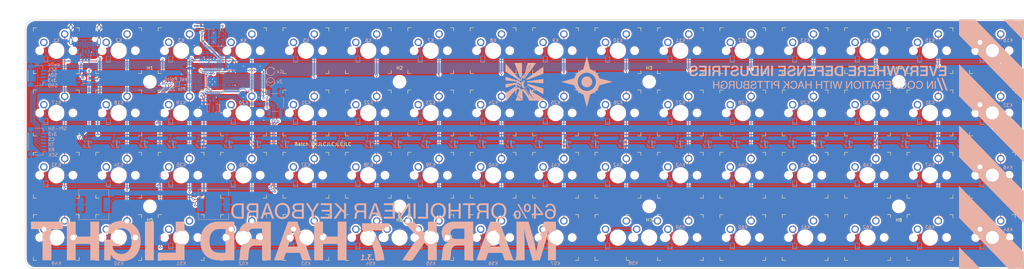
<source format=kicad_pcb>
(kicad_pcb (version 20211014) (generator pcbnew)
  (title_block (title "Hard Light") (date "2021-07-23") (rev "Mark 2 Rev F") (company "Everywhere Defense Industries") (comment 1 "RP2040 MCU") (comment 2 "Has a qwiic/STEMMA-QT port!") (comment 3 "Actually Lights Up Now") (comment 4 "Dual Audio System? Pending."))
  (layers (0 "F.Cu" signal) (31 "B.Cu" signal) (34 "B.Paste" user) (35 "F.Paste" user) (36 "B.SilkS" user "B.Silkscreen") (37 "F.SilkS" user "F.Silkscreen") (38 "B.Mask" user) (39 "F.Mask" user) (44 "Edge.Cuts" user))
  (net 0 "")
  (net 1 "GND")
  (net 2 "VBUS")
  (net 3 "Net-(D1-Pad2)")
  (net 4 "Net-(D2-Pad2)")
  (net 5 "Net-(D3-Pad2)")
  (net 6 "Net-(D4-Pad2)")
  (net 7 "Net-(D5-Pad2)")
  (net 8 "Net-(D6-Pad2)")
  (net 9 "Net-(D7-Pad2)")
  (net 10 "Net-(D8-Pad2)")
  (net 11 "Net-(D9-Pad2)")
  (net 12 "Net-(D10-Pad2)")
  (net 13 "Net-(D11-Pad2)")
  (net 14 "Net-(D12-Pad2)")
  (net 15 "Net-(D13-Pad2)")
  (net 16 "Net-(D14-Pad2)")
  (net 17 "Net-(D15-Pad2)")
  (net 18 "Net-(D16-Pad2)")
  (net 19 "Net-(D17-Pad2)")
  (net 20 "Net-(D18-Pad2)")
  (net 21 "Net-(D19-Pad2)")
  (net 22 "Net-(D20-Pad2)")
  (net 23 "Net-(D21-Pad2)")
  (net 24 "Net-(D22-Pad2)")
  (net 25 "Net-(D23-Pad2)")
  (net 26 "Net-(D24-Pad2)")
  (net 27 "Net-(D25-Pad2)")
  (net 28 "Net-(D26-Pad2)")
  (net 29 "Net-(D27-Pad2)")
  (net 30 "Net-(D28-Pad2)")
  (net 31 "Net-(D29-Pad2)")
  (net 32 "Net-(D30-Pad2)")
  (net 33 "Net-(D31-Pad2)")
  (net 34 "Net-(D32-Pad2)")
  (net 35 "Net-(D33-Pad2)")
  (net 36 "Net-(D34-Pad2)")
  (net 37 "Net-(D35-Pad2)")
  (net 38 "Net-(D36-Pad2)")
  (net 39 "Net-(D37-Pad2)")
  (net 40 "Net-(D38-Pad2)")
  (net 41 "Net-(D39-Pad2)")
  (net 42 "Net-(D40-Pad2)")
  (net 43 "Net-(D41-Pad2)")
  (net 44 "Net-(D42-Pad2)")
  (net 45 "Net-(D43-Pad2)")
  (net 46 "Net-(D44-Pad2)")
  (net 47 "Net-(D45-Pad2)")
  (net 48 "Net-(D46-Pad2)")
  (net 49 "Net-(D47-Pad2)")
  (net 50 "Net-(D48-Pad2)")
  (net 51 "D+")
  (net 52 "D-")
  (net 53 "Net-(D49-Pad2)")
  (net 54 "Net-(D50-Pad2)")
  (net 55 "Net-(D51-Pad2)")
  (net 56 "Net-(D52-Pad2)")
  (net 57 "Net-(D53-Pad2)")
  (net 58 "Net-(D54-Pad2)")
  (net 59 "Net-(D55-Pad2)")
  (net 60 "Net-(D56-Pad2)")
  (net 61 "Net-(D57-Pad2)")
  (net 62 "Net-(D58-Pad2)")
  (net 63 "Net-(D59-Pad2)")
  (net 64 "Net-(D60-Pad2)")
  (net 65 "Net-(D61-Pad2)")
  (net 66 "Net-(D62-Pad2)")
  (net 67 "Net-(D63-Pad2)")
  (net 68 "Net-(D64-Pad2)")
  (net 71 "Net-(J0-PadB5)")
  (net 72 "Net-(J0-PadA5)")
  (net 73 "vUSB")
  (net 75 "~{RESET}")
  (net 76 "+1V1")
  (net 77 "XIN")
  (net 78 "CS")
  (net 79 "DB+")
  (net 80 "DR-")
  (net 81 "DB-")
  (net 82 "XOUT")
  (net 83 "SD1")
  (net 84 "SD2")
  (net 85 "SD0")
  (net 86 "CLOCK")
  (net 87 "SD3")
  (net 88 "0")
  (net 89 "1")
  (net 90 "2")
  (net 91 "3")
  (net 92 "4")
  (net 93 "5")
  (net 94 "6")
  (net 95 "7")
  (net 96 "8")
  (net 97 "9")
  (net 98 "10")
  (net 99 "11")
  (net 100 "12")
  (net 101 "13")
  (net 102 "14")
  (net 103 "15")
  (net 105 "18")
  (net 106 "19")
  (net 107 "20")
  (net 108 "23")
  (net 109 "24")
  (net 110 "26{slash}A0")
  (net 111 "27{slash}A1")
  (net 112 "29{slash}A3")
  (net 113 "+3V3")
  (net 114 "DR+")
  (net 115 "25")
  (net 116 "28{slash}A2")
  (net 117 "17")
  (net 118 "16")
  (net 119 "21")
  (net 120 "22")
  (net 121 "Net-(LD1-Pad1)")
  (net 122 "Net-(LD2-Pad1)")
  (net 123 "Net-(LD3-Pad1)")
  (net 124 "Net-(LD4-Pad1)")
  (net 125 "Net-(LD5-Pad1)")
  (net 126 "Net-(LD6-Pad1)")
  (net 127 "Net-(LD7-Pad1)")
  (net 128 "Net-(LD8-Pad1)")
  (net 129 "Net-(LD10-Pad3)")
  (net 130 "Net-(LD10-Pad1)")
  (net 131 "Net-(LD11-Pad1)")
  (net 132 "Net-(LD12-Pad1)")
  (net 133 "Net-(LD13-Pad1)")
  (net 134 "Net-(LD14-Pad1)")
  (net 135 "Net-(LD15-Pad1)")
  (net 136 "Net-(LD16-Pad1)")
  (net 137 "Net-(LD17-Pad1)")
  (net 138 "Net-(LD18-Pad1)")
  (net 139 "Net-(LD19-Pad1)")
  (net 140 "Net-(LD20-Pad1)")
  (net 141 "Net-(LD21-Pad1)")
  (net 142 "Net-(LD22-Pad1)")
  (net 143 "Net-(LD23-Pad1)")
  (net 144 "Net-(LD24-Pad1)")
  (net 145 "Net-(LD25-Pad1)")
  (net 146 "Net-(LD26-Pad1)")
  (net 147 "Net-(LD27-Pad1)")
  (net 148 "Net-(LD28-Pad1)")
  (net 149 "Net-(LD29-Pad1)")
  (net 150 "Net-(LD30-Pad1)")
  (net 151 "Net-(LD31-Pad1)")
  (net 153 "Net-(RX1-Pad2)")
  (footprint "EDI:SW_MX" (layer "F.Cu") (at 57.94375 80.9625)
    (fp_text reference "K2")
    (fp_text value "Keyswitch")
  )
  (footprint "EDI:SW_MX" (layer "F.Cu") (at 76.99375 80.9498)
    (fp_text reference "K3")
    (fp_text value "Keyswitch")
  )
  (footprint "EDI:SW_MX" (layer "F.Cu") (at 134.14375 80.9625)
    (fp_text reference "K6")
    (fp_text value "Keyswitch")
  )
  (footprint "EDI:SW_MX" (layer "F.Cu") (at 153.19375 80.9625)
    (fp_text reference "K7")
    (fp_text value "Keyswitch")
  )
  (footprint "EDI:SW_MX" (layer "F.Cu") (at 172.24375 80.9625)
    (fp_text reference "K8")
    (fp_text value "Keyswitch")
  )
  (footprint "EDI:SW_MX" (layer "F.Cu") (at 191.29375 80.9625)
    (fp_text reference "K9")
    (fp_text value "Keyswitch")
  )
  (footprint "EDI:SW_MX" (layer "F.Cu") (at 210.34375 80.9625)
    (fp_text reference "K10")
    (fp_text value "Keyswitch")
  )
  (footprint "EDI:SW_MX" (layer "F.Cu") (at 229.39375 80.9625)
    (fp_text reference "K11")
    (fp_text value "Keyswitch")
  )
  (footprint "EDI:SW_MX" (layer "F.Cu") (at 248.44375 80.9625)
    (fp_text reference "K12")
    (fp_text value "Keyswitch")
  )
  (footprint "EDI:SW_MX" (layer "F.Cu") (at 267.49375 80.9625)
    (fp_text reference "K13")
    (fp_text value "Keyswitch")
  )
  (footprint "EDI:SW_MX" (layer "F.Cu") (at 286.54375 80.9625)
    (fp_text reference "K14")
    (fp_text value "Keyswitch")
  )
  (footprint "EDI:SW_MX" (layer "F.Cu") (at 305.59375 80.9625)
    (fp_text reference "K15")
    (fp_text value "Keyswitch")
  )
  (footprint "EDI:SW_MX" (layer "F.Cu") (at 324.64375 80.9625)
    (fp_text reference "K16")
    (fp_text value "Keyswitch")
  )
  (footprint "EDI:SW_MX" (layer "F.Cu") (at 38.89375 100.0125)
    (fp_text reference "K17")
    (fp_text value "Keyswitch")
  )
  (footprint "EDI:SW_MX" (layer "F.Cu") (at 57.94375 100.0125)
    (fp_text reference "K18")
    (fp_text value "Keyswitch")
  )
  (footprint "EDI:SW_MX" (layer "F.Cu") (at 76.99375 100.0125)
    (fp_text reference "K19")
    (fp_text value "Keyswitch")
  )
  (footprint "EDI:SW_MX" (layer "F.Cu") (at 134.14375 100.0125)
    (fp_text reference "K22")
    (fp_text value "Keyswitch")
  )
  (footprint "EDI:SW_MX" (layer "F.Cu") (at 153.19375 100.0125)
    (fp_text reference "K23")
    (fp_text value "Keyswitch")
  )
  (footprint "EDI:SW_MX" (layer "F.Cu") (at 172.24375 100.0125)
    (fp_text reference "K24")
    (fp_text value "Keyswitch")
  )
  (footprint "EDI:SW_MX" (layer "F.Cu") (at 191.29375 100.0125)
    (fp_text reference "K25")
    (fp_text value "Keyswitch")
  )
  (footprint "EDI:SW_MX" (layer "F.Cu") (at 210.34375 100.0125)
    (fp_text reference "K26")
    (fp_text value "Keyswitch")
  )
  (footprint "EDI:SW_MX" (layer "F.Cu") (at 229.39375 100.0125)
    (fp_text reference "K27")
    (fp_text value "Keyswitch")
  )
  (footprint "EDI:SW_MX" (layer "F.Cu") (at 248.44375 100.0125)
    (fp_text reference "K28")
    (fp_text value "Keyswitch")
  )
  (footprint "EDI:SW_MX" (layer "F.Cu") (at 267.49375 100.0125)
    (fp_text reference "K29")
    (fp_text value "Keyswitch")
  )
  (footprint "EDI:SW_MX" (layer "F.Cu") (at 286.54375 100.0125)
    (fp_text reference "K30")
    (fp_text value "Keyswitch")
  )
  (footprint "EDI:SW_MX" (layer "F.Cu") (at 305.59375 100.0125)
    (fp_text reference "K31")
    (fp_text value "Keyswitch")
  )
  (footprint "EDI:SW_MX" (layer "F.Cu") (at 324.64375 100.0125)
    (fp_text reference "K32")
    (fp_text value "Keyswitch")
  )
  (footprint "EDI:SW_MX" (layer "F.Cu") (at 38.89375 119.0625)
    (fp_text reference "K33")
    (fp_text value "Keyswitch")
  )
  (footprint "EDI:SW_MX" (layer "F.Cu") (at 57.94375 119.0625)
    (fp_text reference "K34")
    (fp_text value "Keyswitch")
  )
  (footprint "EDI:SW_MX" (layer "F.Cu") (at 76.99375 119.0625)
    (fp_text reference "K35")
    (fp_text value "Keyswitch")
  )
  (footprint "EDI:SW_MX" (layer "F.Cu") (at 96.04375 119.0625)
    (fp_text reference "K36")
    (fp_text value "Keyswitch")
  )
  (footprint "EDI:SW_MX" (layer "F.Cu") (at 115.09375 119.0625)
    (fp_text reference "K37")
    (fp_text value "Keyswitch")
  )
  (footprint "EDI:SW_MX" (layer "F.Cu") (at 134.14375 119.0625)
    (fp_text reference "K38")
    (fp_text value "Keyswitch")
  )
  (footprint "EDI:SW_MX" (layer "F.Cu") (at 153.19375 119.0625)
    (fp_text reference "K39")
    (fp_text value "Keyswitch")
  )
  (footprint "EDI:SW_MX" (layer "F.Cu") (at 172.24375 119.0625)
    (fp_text reference "K40")
    (fp_text value "Keyswitch")
  )
  (footprint "EDI:SW_MX" (layer "F.Cu") (at 191.29375 119.0625)
    (fp_text reference "K41")
    (fp_text value "Keyswitch")
  )
  (footprint "EDI:SW_MX" (layer "F.Cu") (at 210.34375 119.0625)
    (fp_text reference "K42")
    (fp_text value "Keyswitch")
  )
  (footprint "EDI:SW_MX" (layer "F.Cu") (at 229.39375 119.0625)
    (fp_text reference "K43")
    (fp_text value "Keyswitch")
  )
  (footprint "EDI:SW_MX" (layer "F.Cu") (at 248.44375 119.0625)
    (fp_text reference "K44")
    (fp_text value "Keyswitch")
  )
  (footprint "EDI:SW_MX" (layer "F.Cu") (at 267.49375 119.0625)
    (fp_text reference "K45")
    (fp_text value "Keyswitch")
  )
  (footprint "EDI:SW_MX" (layer "F.Cu") (at 286.54375 119.0625)
    (fp_text reference "K46")
    (fp_text value "Keyswitch")
  )
  (footprint "EDI:SW_MX" (layer "F.Cu") (at 305.59375 119.0625)
    (fp_text reference "K47")
    (fp_text value "Keyswitch")
  )
  (footprint "EDI:SW_MX" (layer "F.Cu") (at 324.64375 119.0625)
    (fp_text reference "K48")
    (fp_text value "Keyswitch")
  )
  (footprint "EDI:SW_MX" (layer "F.Cu") (at 38.89375 138.1125)
    (fp_text reference "K49")
    (fp_text value "Keyswitch")
  )
  (footprint "EDI:SW_MX" (layer "F.Cu") (at 57.94375 138.1125)
    (fp_text reference "K50")
    (fp_text value "Keyswitch")
  )
  (footprint "EDI:SW_MX" (layer "F.Cu") (at 76.99375 138.1125)
    (fp_text reference "K51")
    (fp_text value "Keyswitch")
  )
  (footprint "EDI:SW_MX" (layer "F.Cu") (at 96.04375 138.1125)
    (fp_text reference "K52")
    (fp_text value "Keyswitch")
  )
  (footprint "EDI:SW_MX" (layer "F.Cu") (at 115.09375 138.1125)
    (fp_text reference "K53")
    (fp_text value "Keyswitch")
  )
  (footprint "EDI:SW_MX" (layer "F.Cu") (at 134.14375 138.1125)
    (fp_text reference "K54")
    (fp_text value "Keyswitch")
  )
  (footprint "EDI:SW_MX" (layer "F.Cu") (at 153.19375 138.1125)
    (fp_text reference "K55")
    (fp_text value "Keyswitch")
  )
  (footprint "EDI:SW_MX" (layer "F.Cu") (at 172.24375 138.1125)
    (fp_text reference "K56")
    (fp_text value "Keyswitch")
  )
  (footprint "EDI:SW_MX" (layer "F.Cu") (at 191.29375 138.1125)
    (fp_text reference "K57")
    (fp_text value "Keyswitch")
  )
  (footprint "EDI:SW_MX" (layer "F.Cu") (at 210.34375 138.1125)
    (fp_text reference "K58")
    (fp_text value "Keyswitch")
  )
  (footprint "EDI:SW_MX" (layer "F.Cu") (at 229.39375 138.1125)
    (fp_text reference "K59")
    (fp_text value "Keyswitch")
  )
  (footprint "EDI:SW_MX" (layer "F.Cu") (at 248.44375 138.1125)
    (fp_text reference "K60")
    (fp_text value "Keyswitch")
  )
  (footprint "EDI:SW_MX" (layer "F.Cu") (at 267.49375 138.1125)
    (fp_text reference "K61")
    (fp_text value "Keyswitch")
  )
  (footprint "EDI:SW_MX" (layer "F.Cu") (at 286.54375 138.1125)
    (fp_text reference "K62")
    (fp_text value "Keyswitch")
  )
  (footprint "EDI:SW_MX" (layer "F.Cu") (at 305.59375 138.1125)
    (fp_text reference "K63")
    (fp_text value "Keyswitch")
  )
  (footprint "EDI:SW_MX" (layer "F.Cu") (at 324.64375 138.1125)
    (fp_text reference "K64")
    (fp_text value "Keyswitch")
  )
  (footprint "EDI:SW_MX" (layer "F.Cu") (at 38.89375 80.9625)
    (fp_text reference "K1")
    (fp_text value "Keyswitch")
  )
  (footprint "MountingHole:MountingHole_3.2mm_M3" (layer "F.Cu") (at 67.46875 90.4818)
    (fp_text reference "H1")
    (fp_text value "Mount")
  )
  (footprint "MountingHole:MountingHole_3.2mm_M3" (layer "F.Cu") (at 143.66875 90.4875)
    (fp_text reference "H2")
    (fp_text value "Mount")
  )
  (footprint "MountingHole:MountingHole_3.2mm_M3" (layer "F.Cu") (at 219.86875 90.4818)
    (fp_text reference "H3")
    (fp_text value "Mount")
  )
  (footprint "MountingHole:MountingHole_3.2mm_M3" (layer "F.Cu") (at 296.06395 90.4818)
    (fp_text reference "H4")
    (fp_text value "Mount")
  )
  (footprint "MountingHole:MountingHole_3.2mm_M3" (layer "F.Cu") (at 67.46875 128.5794 180)
    (fp_text reference "H5")
    (fp_text value "Mount")
  )
  (footprint "MountingHole:MountingHole_3.2mm_M3" (layer "F.Cu") (at 143.66875 128.5851 180)
    (fp_text reference "H6")
    (fp_text value "Mount")
  )
  (footprint "EDI:SW_MX" (layer "F.Cu") (at 96.04375 80.9625)
    (fp_text reference "K4")
    (fp_text value "Keyswitch")
  )
  (footprint "EDI:SW_MX" (layer "F.Cu") (at 115.09375 80.9625)
    (fp_text reference "K5")
    (fp_text value "Keyswitch")
  )
  (footprint "EDI:SW_MX" (layer "F.Cu") (at 115.09375 100.0125)
    (fp_text reference "K21")
    (fp_text value "Keyswitch")
  )
  (footprint "EDI:SW_MX" (layer "F.Cu") (at 96.04375 100.0125)
    (fp_text reference "K20")
    (fp_text value "Keyswitch")
  )
  (footprint "EDI:SW_MX" (layer "F.Cu") (at 143.66875 138.1125)
    (fp_text reference "K54.1" hide)
    (fp_text value "Keyswitch")
  )
  (footprint "MountingHole:MountingHole_3.2mm_M3" (layer "F.Cu") (at 219.86875 128.5794 180)
    (fp_text reference "H7")
    (fp_text value "Mount")
  )
  (footprint "MountingHole:MountingHole_3.2mm_M3" (layer "F.Cu") (at 296.06395 128.5794 180)
    (fp_text reference "H8")
    (fp_text value "Mount")
  )
  (footprint "EDI:SW_MX" (layer "F.Cu") (at 219.86875 138.1125)
    (fp_text reference "K58.1" hide)
    (fp_text value "Keyswitch")
  )
  (footprint "EDI:Passive_0402_1005Metric" (layer "B.Cu") (at 83.693 84.455 90)
    (fp_text reference "C1" hide)
    (fp_text value "1uf")
  )
  (footprint "EDI:Passive_0402_1005Metric" (layer "B.Cu") (at 84.836 96.266 -90)
    (fp_text reference "C2" hide)
    (fp_text value "100nF")
  )
  (footprint "EDI:Passive_0402_1005Metric" (layer "B.Cu") (at 92.202 91.567)
    (fp_text reference "C3" hide)
    (fp_text value "100nF")
  )
  (footprint "EDI:Passive_0402_1005Metric" (layer "B.Cu") (at 92.202 87.503)
    (fp_text reference "C6" hide)
    (fp_text value "100nF")
  )
  (footprint "EDI:Passive_0402_1005Metric" (layer "B.Cu") (at 86.36 84.455 90)
    (fp_text reference "C8" hide)
    (fp_text value "100nF")
  )
  (footprint "Package_DFN_QFN:QFN-56-1EP_7x7mm_P0.4mm_EP5.6x5.6mm_ThermalVias" (layer "B.Cu") (at 86.487 90.4875 180)
    (fp_text reference "U0" hide)
    (fp_text value "RP2040")
  )
  (footprint "EDI:Passive_0402_1005Metric" (layer "B.Cu") (at 82.677 84.455 90)
    (fp_text reference "C7" hide)
    (fp_text value "100nF")
  )
  (footprint "EDI:D_SOD-523" (layer "B.Cu") (at 35.71875 83.34375 90)
    (fp_text reference "D1")
    (fp_text value "1N4148W-T4")
  )
  (footprint "EDI:D_SOD-523" (layer "B.Cu") (at 54.76875 83.34375 90)
    (fp_text reference "D2")
    (fp_text value "1N4148W-T4")
  )
  (footprint "EDI:D_SOD-523" (layer "B.Cu") (at 73.81875 83.34375 90)
    (fp_text reference "D3")
    (fp_text value "1N4148W-T4")
  )
  (footprint "EDI:D_SOD-523" (layer "B.Cu") (at 92.86875 83.34375 90)
    (fp_text reference "D4")
    (fp_text value "1N4148W-T4")
  )
  (footprint "EDI:D_SOD-523" (layer "B.Cu") (at 111.91875 83.34375 90)
    (fp_text reference "D5")
    (fp_text value "1N4148W-T4")
  )
  (footprint "EDI:D_SOD-523" (layer "B.Cu") (at 130.96875 83.34375 90)
    (fp_text reference "D6")
    (fp_text value "1N4148W-T4")
  )
  (footprint "EDI:D_SOD-523" (layer "B.Cu") (at 150.01875 83.34375 90)
    (fp_text reference "D7")
    (fp_text value "1N4148W-T4")
  )
  (footprint "EDI:D_SOD-523" (layer "B.Cu") (at 169.06875 83.34375 90)
    (fp_text reference "D8")
    (fp_text value "1N4148W-T4")
  )
  (footprint "EDI:D_SOD-523" (layer "B.Cu") (at 188.11875 83.34375 90)
    (fp_text reference "D9")
    (fp_text value "1N4148W-T4")
  )
  (footprint "EDI:D_SOD-523" (layer "B.Cu") (at 207.16875 83.34375 90)
    (fp_text reference "D10")
    (fp_text value "1N4148W-T4")
  )
  (footprint "EDI:D_SOD-523" (layer "B.Cu") (at 226.21875 83.34375 90)
    (fp_text reference "D11")
    (fp_text value "1N4148W-T4")
  )
  (footprint "EDI:D_SOD-523" (layer "B.Cu") (at 245.26875 83.34375 90)
    (fp_text reference "D12")
    (fp_text value "1N4148W-T4")
  )
  (footprint "EDI:D_SOD-523" (layer "B.Cu") (at 264.31875 83.34375 90)
    (fp_text reference "D13")
    (fp_text value "1N4148W-T4")
  )
  (footprint "EDI:D_SOD-523" (layer "B.Cu") (at 283.36875 83.34375 90)
    (fp_text reference "D14")
    (fp_text value "1N4148W-T4")
  )
  (footprint "EDI:D_SOD-523" (layer "B.Cu") (at 302.41875 83.34375 90)
    (fp_text reference "D15")
    (fp_text value "1N4148W-T4")
  )
  (footprint "EDI:D_SOD-523" (layer "B.Cu") (at 321.46875 83.34375 90)
    (fp_text reference "D16")
    (fp_text value "1N4148W-T4")
  )
  (footprint "EDI:D_SOD-523" (layer "B.Cu") (at 35.71875 102.39375 90)
    (fp_text reference "D17")
    (fp_text value "1N4148W-T4")
  )
  (footprint "EDI:D_SOD-523" (layer "B.Cu") (at 54.76875 102.39375 90)
    (fp_text reference "D18")
    (fp_text value "1N4148W-T4")
  )
  (footprint "EDI:D_SOD-523" (layer "B.Cu") (at 73.81875 102.39375 90)
    (fp_text reference "D19")
    (fp_text value "1N4148W-T4")
  )
  (footprint "EDI:D_SOD-523" (layer "B.Cu") (at 92.86875 102.39375 90)
    (fp_text reference "D20")
    (fp_text value "1N4148W-T4")
  )
  (footprint "EDI:D_SOD-523" (layer "B.Cu") (at 111.91875 102.39375 90)
    (fp_text reference "D21")
    (fp_text value "1N4148W-T4")
  )
  (footprint "EDI:D_SOD-523" (layer "B.Cu") (at 130.96875 102.39375 90)
    (fp_text reference "D22")
    (fp_text value "1N4148W-T4")
  )
  (footprint "EDI:D_SOD-523" (layer "B.Cu") (at 150.01875 102.39375 90)
    (fp_text reference "D23")
    (fp_text value "1N4148W-T4")
  )
  (footprint "EDI:D_SOD-523" (layer "B.Cu") (at 169.06875 102.39375 90)
    (fp_text reference "D24")
    (fp_text value "1N4148W-T4")
  )
  (footprint "EDI:D_SOD-523" (layer "B.Cu") (at 188.11875 102.33125 90)
    (fp_text reference "D25")
    (fp_text value "1N4148W-T4")
  )
  (footprint "EDI:D_SOD-523" (layer "B.Cu") (at 207.16875 102.40625 90)
    (fp_text reference "D26")
    (fp_text value "1N4148W-T4")
  )
  (footprint "EDI:D_SOD-523" (layer "B.Cu") (at 226.21875 102.39375 90)
    (fp_text reference "D27")
    (fp_text value "1N4148W-T4")
  )
  (footprint "EDI:D_SOD-523" (layer "B.Cu") (at 245.26875 102.39375 90)
    (fp_text reference "D28")
    (fp_text value "1N4148W-T4")
  )
  (footprint "EDI:D_SOD-523" (layer "B.Cu") (at 264.31875 102.39375 90)
    (fp_text reference "D29")
    (fp_text value "1N4148W-T4")
  )
  (footprint "EDI:D_SOD-523" (layer "B.Cu") (at 283.36875 102.39375 90)
    (fp_text reference "D30")
    (fp_text value "1N4148W-T4")
  )
  (footprint "EDI:D_SOD-523" (layer "B.Cu") (at 302.41875 102.39375 90)
    (fp_text reference "D31")
    (fp_text value "1N4148W-T4")
  )
  (footprint "EDI:D_SOD-523" (layer "B.Cu") (at 321.46875 102.39375 90)
    (fp_text reference "D32")
    (fp_text value "1N4148W-T4")
  )
  (footprint "EDI:D_SOD-523" (layer "B.Cu") (at 35.71875 121.44375 90)
    (fp_text reference "D33")
    (fp_text value "1N4148W-T4")
  )
  (footprint "EDI:D_SOD-523" (layer "B.Cu") (at 54.76875 121.44375 90)
    (fp_text reference "D34")
    (fp_text value "1N4148W-T4")
  )
  (footprint "EDI:D_SOD-523" (layer "B.Cu") (at 73.81875 121.44375 90)
    (fp_text reference "D35")
    (fp_text value "1N4148W-T4")
  )
  (footprint "EDI:D_SOD-523" (layer "B.Cu") (at 92.86875 121.44375 90)
    (fp_text reference "D36")
    (fp_text value "1N4148W-T4")
  )
  (footprint "EDI:D_SOD-523" (layer "B.Cu") (at 111.91875 121.44375 90)
    (fp_text reference "D37")
    (fp_text value "1N4148W-T4")
  )
  (footprint "EDI:D_SOD-523" (layer "B.Cu") (at 130.96875 121.44375 90)
    (fp_text reference "D38")
    (fp_text value "1N4148W-T4")
  )
  (footprint "EDI:D_SOD-523" (layer "B.Cu") (at 150.01875 121.44375 90)
    (fp_text reference "D39")
    (fp_text value "1N4148W-T4")
  )
  (footprint "EDI:D_SOD-523" (layer "B.Cu") (at 169.06875 121.44375 90)
    (fp_text reference "D40")
    (fp_text value "1N4148W-T4")
  )
  (footprint "EDI:D_SOD-523" (layer "B.Cu") (at 188.11875 121.44375 90)
    (fp_text reference "D41")
    (fp_text value "1N4148W-T4")
  )
  (footprint "EDI:D_SOD-523" (layer "B.Cu") (at 207.16875 121.44375 90)
    (fp_text reference "D42")
    (fp_text value "1N4148W-T4")
  )
  (footprint "EDI:D_SOD-523" (layer "B.Cu") (at 226.21875 121.44375 90)
    (fp_text reference "D43")
    (fp_text value "1N4148W-T4")
  )
  (footprint "EDI:D_SOD-523" (layer "B.Cu") (at 245.26875 121.44375 90)
    (fp_text reference "D44")
    (fp_text value "1N4148W-T4")
  )
  (footprint "EDI:D_SOD-523" (layer "B.Cu") (at 264.31875 121.44375 90)
    (fp_text reference "D45")
    (fp_text value "1N4148W-T4")
  )
  (footprint "EDI:D_SOD-523" (layer "B.Cu") (at 283.36875 121.44375 90)
    (fp_text reference "D46")
    (fp_text value "1N4148W-T4")
  )
  (footprint "EDI:D_SOD-523" (layer "B.Cu") (at 302.41875 121.44375 90)
    (fp_text reference "D47")
    (fp_text value "1N4148W-T4")
  )
  (footprint "EDI:D_SOD-523" (layer "B.Cu") (at 321.46875 121.44375 90)
    (fp_text reference "D48")
    (fp_text value "1N4148W-T4")
  )
  (footprint "EDI:D_SOD-523" (layer "B.Cu") (at 35.71875 140.49375 90)
    (fp_text reference "D49")
    (fp_text value "1N4148W-T4")
  )
  (footprint "EDI:D_SOD-523" (layer "B.Cu") (at 54.76875 140.49375 90)
    (fp_text reference "D50")
    (fp_text value "1N4148W-T4")
  )
  (footprint "EDI:D_SOD-523" (layer "B.Cu") (at 73.81875 140.49375 90)
    (fp_text reference "D51")
    (fp_text value "1N4148W-T4")
  )
  (footprint "EDI:D_SOD-523" (layer "B.Cu") (at 92.86875 140.49375 90)
    (fp_text reference "D52")
    (fp_text value "1N4148W-T4")
  )
  (footprint "EDI:D_SOD-523" (layer "B.Cu") (at 111.91875 140.49375 90)
    (fp_text reference "D53")
    (fp_text value "1N4148W-T4")
  )
  (footprint "EDI:D_SOD-523" (layer "B.Cu") (at 130.96875 140.49375 90)
    (fp_text reference "D54")
    (fp_text value "1N4148W-T4")
  )
  (footprint "EDI:D_SOD-523" (layer "B.Cu") (at 150.01875 140.49375 90)
    (fp_text reference "D55")
    (fp_text value "1N4148W-T4")
  )
  (footprint "EDI:D_SOD-523" (layer "B.Cu") (at 169.06875 140.49375 90)
    (fp_text reference "D56")
    (fp_text value "1N4148W-T4")
  )
  (footprint "EDI:D_SOD-523" (layer "B.Cu") (at 188.11875 140.49375 90)
    (fp_text reference "D57")
    (fp_text value "1N4148W-T4")
  )
  (footprint "EDI:D_SOD-523" (layer "B.Cu") (at 207.16875 140.49375 90)
    (fp_text reference "D58")
    (fp_text value "1N4148W-T4")
  )
  (footprint "EDI:D_SOD-523" (layer "B.Cu") (at 226.21875 140.49375 90)
    (fp_text reference "D59")
    (fp_text value "1N4148W-T4")
  )
  (footprint "EDI:D_SOD-523" (layer "B.Cu") (at 245.26875 140.49375 90)
    (fp_text reference "D60")
    (fp_text value "1N4148W-T4")
  )
  (footprint "EDI:D_SOD-523" (layer "B.Cu") (at 264.31875 140.49375 90)
    (fp_text reference "D61")
    (fp_text value "1N4148W-T4")
  )
  (footprint "EDI:D_SOD-523" (layer "B.Cu") (at 283.36875 140.49375 90)
    (fp_text reference "D62")
    (fp_text value "1N4148W-T4")
  )
  (footprint "EDI:D_SOD-523" (layer "B.Cu") (at 302.41875 140.49375 90)
    (fp_text reference "D63")
    (fp_text value "1N4148W-T4")
  )
  (footprint "EDI:D_SOD-523" (layer "B.Cu") (at 321.46875 140.49375 90)
    (fp_text reference "D64")
    (fp_text value "1N4148W-T4")
  )
  (footprint "EDI:Passive_0402_1005Metric" (layer "B.Cu") (at 50.292 81.28 90)
    (fp_text reference "RC2" hide)
    (fp_text value "5k1")
  )
  (footprint "EDI:Passive_0402_1005Metric" (layer "B.Cu") (at 45.593 81.28 -90)
    (fp_text reference "RC1" hide)
    (fp_text value "5k1")
  )
  (footprint "EDI:Passive_0402_1005Metric" (layer "B.Cu") (at 86.106 82.296 -90)
    (fp_text reference "RD1" hide)
    (fp_text value "27.4")
  )
  (footprint "Fuse:Fuse_0402_1005Metric" (layer "B.Cu") (at 51.308 81.28 -90)
    (fp_text reference "F0" hide)
    (fp_text value "6v 500ma")
  )
  (footprint "Package_TO_SOT_SMD:SOT-23" (layer "B.Cu") (at 48.133 89.408)
    (fp_text reference "U1" hide)
    (fp_text value "LDO-3.3")
  )
  (footprint "EDI:Passive_0402_1005Metric" (layer "B.Cu") (at 48.507475 107.696 180)
    (fp_text reference "LC1" hide)
    (fp_text value "100nF")
  )
  (footprint "EDI:Passive_0402_1005Metric" (layer "B.Cu") (at 80.772 91.567 180)
    (fp_text reference "C4" hide)
    (fp_text value "100nF")
  )
  (footprint "EDI:hlmk7" (layer "B.Cu") (at 181.76875 110.33125 180)
    (fp_text reference "Z0" hide)
    (fp_text value "EDI Logo" hide)
  )
  (footprint "Connector_USB:USB_C_Receptacle_HRO_TYPE-C-31-M-12" (layer "B.Cu") (at 47.625 74.9554)
    (fp_text reference "J0" hide)
    (fp_text value "USB")
  )
  (footprint "EDI:Passive_0402_1005Metric" (layer "B.Cu") (at 65.6197 107.696 180)
    (fp_text reference "LC3" hide)
    (fp_text value "100nF")
  )
  (footprint "EDI:Passive_0402_1005Metric" (layer "B.Cu") (at 125.842275 107.696 180)
    (fp_text reference "LC10" hide)
    (fp_text value "100nF")
  )
  (footprint "EDI:Passive_0402_1005Metric" (layer "B.Cu") (at 143.048725 107.696 180)
    (fp_text reference "LC12" hide)
    (fp_text value "100nF")
  )
  (footprint "EDI:Passive_0402_1005Metric" (layer "B.Cu") (at 91.429375 107.696 180)
    (fp_text reference "LC6" hide)
    (fp_text value "100nF")
  )
  (footprint "EDI:Passive_0402_1005Metric" (layer "B.Cu") (at 108.635825 107.696 180)
    (fp_text reference "LC8" hide)
    (fp_text value "100nF")
  )
  (footprint "EDI:Passive_0402_1005Metric" (layer "B.Cu") (at 117.23905 107.696 180)
    (fp_text reference "LC9" hide)
    (fp_text value "100nF")
  )
  (footprint "EDI:Passive_0402_1005Metric" (layer "B.Cu") (at 100.0326 107.696 180)
    (fp_text reference "LC7" hide)
    (fp_text value "100nF")
  )
  (footprint "EDI:Passive_0402_1005Metric" (layer "B.Cu") (at 82.82615 107.696 180)
    (fp_text reference "LC5" hide)
    (fp_text value "100nF")
  )
  (footprint "EDI:Passive_0402_1005Metric" (layer "B.Cu") (at 134.4455 107.696 180)
    (fp_text reference "LC11" hide)
    (fp_text value "100nF")
  )
  (footprint "EDI:Passive_0402_1005Metric" (layer "B.Cu") (at 151.65195 107.696 180)
    (fp_text reference "LC13" hide)
    (fp_text value "100nF")
  )
  (footprint "EDI:Passive_0402_1005Metric" (layer "B.Cu") (at 74.222925 107.696 180)
    (fp_text reference "LC4" hide)
    (fp_text value "100nF")
  )
  (footprint "EDI:Passive_0402_1005Metric" (layer "B.Cu") (at 160.255175 107.696 180)
    (fp_text reference "LC14" hide)
    (fp_text value "100nF")
  )
  (footprint "EDI:Passive_0402_1005Metric" (layer "B.Cu") (at 168.8584 107.696 180)
    (fp_text reference "LC15" hide)
    (fp_text value "100nF")
  )
  (footprint "EDI:Passive_0402_1005Metric" (layer "B.Cu") (at 177.461625 107.696 180)
    (fp_text reference "LC16" hide)
    (fp_text value "100nF")
  )
  (footprint "EDI:Passive_0402_1005Metric" (layer "B.Cu") (at 186.06485 107.696 180)
    (fp_text reference "LC17" hide)
    (fp_text value "100nF")
  )
  (footprint "EDI:Passive_0402_1005Metric" (layer "B.Cu") (at 194.668075 107.696 180)
    (fp_text reference "LC18" hide)
    (fp_text value "100nF")
  )
  (footprint "EDI:Passive_0402_1005Metric" (layer "B.Cu") (at 203.2713 107.696 180)
    (fp_text reference "LC19" hide)
    (fp_text value "100nF")
  )
  (footprint "EDI:Passive_0402_1005Metric" (layer "B.Cu") (at 211.874525 107.696 180)
    (fp_text reference "LC20" hide)
    (fp_text value "100nF")
  )
  (footprint "EDI:Passive_0402_1005Metric" (layer "B.Cu") (at 220.465475 107.696 180)
    (fp_text reference "LC21" hide)
    (fp_text value "100nF")
  )
  (footprint "EDI:Passive_0402_1005Metric" (layer "B.Cu") (at 229.080975 107.696 180)
    (fp_text reference "LC22" hide)
    (fp_text value "100nF")
  )
  (footprint "EDI:Passive_0402_1005Metric" (layer "B.Cu") (at 237.6842 107.696 180)
    (fp_text reference "LC23" hide)
    (fp_text value "100nF")
  )
  (footprint "EDI:Passive_0402_1005Metric" (layer "B.Cu") (at 246.287425 107.696 180)
    (fp_text reference "LC24" hide)
    (fp_text value "100nF")
  )
  (footprint "EDI:Passive_0402_1005Metric" (layer "B.Cu") (at 254.856275 107.696 180)
    (fp_text reference "LC25" hide)
    (fp_text value "100nF")
  )
  (footprint "EDI:Passive_0402_1005Metric" (layer "B.Cu") (at 263.493875 107.696 180)
    (fp_text reference "LC26" hide)
    (fp_text value "100nF")
  )
  (footprint "EDI:Passive_0402_1005Metric" (layer "B.Cu") (at 272.0971 107.696 180)
    (fp_text reference "LC27" hide)
    (fp_text value "100nF")
  )
  (footprint "EDI:Passive_0402_1005Metric" (layer "B.Cu") (at 280.700325 107.696 180)
    (fp_text reference "LC28" hide)
    (fp_text value "100nF")
  )
  (footprint "EDI:Passive_0402_1005Metric" (layer "B.Cu") (at 289.30355 107.696 180)
    (fp_text reference "LC29" hide)
    (fp_text value "100nF")
  )
  (footprint "EDI:Passive_0402_1005Metric" (layer "B.Cu") (at 297.8349 107.696 180)
    (fp_text reference "LC30" hide)
    (fp_text value "100nF")
  )
  (footprint "EDI:Passive_0402_1005Metric" (layer "B.Cu") (at 306.51 107.696 180)
    (fp_text reference "LC31" hide)
    (fp_text value "100nF")
  )
  (footprint "EDI:Passive_0402_1005Metric" (layer "B.Cu") (at 315.113225 107.696 180)
    (fp_text reference "LC32" hide)
    (fp_text value "100nF")
  )
  (footprint "EDI:WS2812B_2020" (layer "B.Cu") (at 177.467125 109.5375)
    (fp_text reference "LD16" hide)
    (fp_text value "WS2812C")
  )
  (footprint "EDI:WS2812B_2020" (layer "B.Cu") (at 186.07035 109.5375)
    (fp_text reference "LD17" hide)
    (fp_text value "WS2812C")
  )
  (footprint "EDI:WS2812B_2020" (layer "B.Cu") (at 194.673575 109.5375)
    (fp_text reference "LD18" hide)
    (fp_text value "WS2812C")
  )
  (footprint "EDI:WS2812B_2020" (layer "B.Cu") (at 203.2768 109.5375)
    (fp_text reference "LD19" hide)
    (fp_text value "WS2812C")
  )
  (footprint "EDI:WS2812B_2020" (layer "B.Cu") (at 211.880025 109.5375)
    (fp_text reference "LD20" hide)
    (fp_text value "WS2812C")
  )
  (footprint "EDI:WS2812B_2020" (layer "B.Cu") (at 220.48325 109.5375)
    (fp_text reference "LD21" hide)
    (fp_text value "WS2812C")
  )
  (footprint "EDI:WS2812B_2020" (layer "B.Cu") (at 229.086475 109.5375)
    (fp_text reference "LD22" hide)
    (fp_text value "WS2812C")
  )
  (footprint "EDI:WS2812B_2020" (layer "B.Cu") (at 237.6897 109.5375)
    (fp_text reference "LD23" hide)
    (fp_text value "WS2812C")
  )
  (footprint "EDI:WS2812B_2020" (layer "B.Cu") (at 246.292925 109.5375)
    (fp_text reference "LD24" hide)
    (fp_text value "WS2812C")
  )
  (footprint "EDI:WS2812B_2020" (layer "B.Cu") (at 254.930525 109.5375)
    (fp_text reference "LD25" hide)
    (fp_text value "WS2812C")
  )
  (footprint "EDI:WS2812B_2020" (layer "B.Cu") (at 263.499375 109.5375)
    (fp_text reference "LD26" hide)
    (fp_text value "WS2812C")
  )
  (footprint "EDI:WS2812B_2020" (layer "B.Cu") (at 272.1026 109.5375)
    (fp_text reference "LD27" hide)
    (fp_text value "WS2812C")
  )
  (footprint "EDI:WS2812B_2020" (layer "B.Cu") (at 280.705825 109.5375)
    (fp_text reference "LD28" hide)
    (fp_text value "WS2812C")
  )
  (footprint "EDI:WS2812B_2020" (layer "B.Cu") (at 289.30905 109.5375)
    (fp_text reference "LD29" hide)
    (fp_text value "WS2812C")
  )
  (footprint "EDI:WS2812B_2020" (layer "B.Cu") (at 297.98415 109.5375)
    (fp_text reference "LD30" hide)
    (fp_text value "WS2812C")
  )
  (footprint "EDI:WS2812B_2020" (layer "B.Cu") (at 315.118725 109.5375)
    (fp_text reference "LD32" hide)
    (fp_text value "WS2812C")
  )
  (footprint "EDI:WS2812B_2020" (layer "B.Cu") (at 306.5155 109.5375)
    (fp_text reference "LD31" hide)
    (fp_text value "WS2812C")
  )
  (footprint "EDI:WS2812B_2020" (layer "B.Cu") (at 168.8639 109.5375)
    (fp_text reference "LD15" hide)
    (fp_text value "WS2812C")
  )
  (footprint "EDI:WS2812B_2020" (layer "B.Cu") (at 160.260675 109.5375)
    (fp_text reference "LD14" hide)
    (fp_text value "WS2812C")
  )
  (footprint "EDI:WS2812B_2020" (layer "B.Cu") (at 143.054225 109.5375)
    (fp_text reference "LD12" hide)
    (fp_text value "WS2812C")
  )
  (footprint "EDI:WS2812B_2020" (layer "B.Cu") (at 125.847775 109.5375)
    (fp_text reference "LD10" hide)
    (fp_text value "WS2812C")
  )
  (footprint "EDI:WS2812B_2020" (layer "B.Cu") (at 151.65745 109.5375)
    (fp_text reference "LD13" hide)
    (fp_text value "WS2812C")
  )
  (footprint "EDI:WS2812B_2020" (layer "B.Cu") (at 82.83165 109.5375)
    (fp_text reference "LD5" hide)
    (fp_text value "WS2812C")
  )
  (footprint "EDI:WS2812B_2020" (layer "B.Cu") (at 134.451 109.5375)
    (fp_text reference "LD11" hide)
    (fp_text value "WS2812C")
  )
  (footprint "EDI:WS2812B_2020" (layer "B.Cu") (at 91.434875 109.5375)
    (fp_text reference "LD6" hide)
    (fp_text value "WS2812C")
  )
  (footprint "EDI:WS2812B_2020" (layer "B.Cu") (at 100.0381 109.5375)
    (fp_text reference "LD7" hide)
    (fp_text value "WS2812C")
  )
  (footprint "EDI:WS2812B_2020" (layer "B.Cu") (at 108.641325 109.5375)
    (fp_text reference "LD8" hide)
    (fp_text value "WS2812C")
  )
  (footprint "EDI:WS2812B_2020" (layer "B.Cu") (at 117.24455 109.5375)
    (fp_text reference "LD9" hide)
    (fp_text value "WS2812C")
  )
  (footprint "EDI:WS2812B_2020" (layer "B.Cu") (at 57.021975 109.5375)
    (fp_text reference "LD2" hide)
    (fp_text value "WS2812C")
  )
  (footprint "EDI:WS2812B_2020" (layer "B.Cu") (at 48.41875 109.5375)
    (fp_text reference "LD1" hide)
    (fp_text value "WS2812C")
  )
  (footprint "EDI:WS2812B_2020" (layer "B.Cu") (at 65.6252 109.5375)
    (fp_text reference "LD3" hide)
    (fp_text value "WS2812C")
  )
  (footprint "EDI:WS2812B_2020" (layer "B.Cu") (at 74.228425 109.5375)
    (fp_text reference "LD4" hide)
    (fp_text value "WS2812C")
  )
  (footprint "EDI:Passive_0402_1005Metric" (layer "B.Cu") (at 57.016475 107.696 180)
    (fp_text reference "LC2" hide)
    (fp_text value "100nF")
  )
  (footprint "EDI:Passive_0402_1005Metric" (layer "B.Cu") (at 80.772 87.503 180)
    (fp_text reference "C5" hide)
    (fp_text value "100nF")
  )
  (footprint "Buzzer_Beeper:Buzzer_CUI_CPT-9019S-SMT" (layer "B.Cu") (at 86.868 128.016)
    (fp_text reference "TX0" hide)
    (fp_text value "Transducer")
  )
  (footprint "Buzzer_Beeper:Buzzer_CUI_CPT-9019S-SMT" (layer "B.Cu") (at 50.292 128.016 180)
    (fp_text reference "TX1" hide)
    (fp_text value "Transducer")
  )
  (footprint "EDI:Passive_0402_1005Metric" (layer "B.Cu") (at 83.058 73.914 90)
    (fp_text reference "CF1" hide)
    (fp_text value "100nF")
  )
  (footprint "Connector_JST:JST_SH_SM04B-SRSS-TB_1x04-1MP_P1.00mm_Horizontal" (layer "B.Cu") (at 32.95475 88.607 90)
    (fp_text reference "J1" hide)
    (fp_text value "qwiic")
  )
  (footprint "TestPoint:TestPoint_Pad_1.0x1.0mm" (layer "B.Cu") (at 75.819 91.186 180)
    (fp_text reference "TP0" hide)
    (fp_text value "Pin 22")
  )
  (footprint "EDI:Passive_0402_1005Metric" (layer "B.Cu") (at 83.693 96.266 -90)
    (fp_text reference "C10" hide)
    (fp_text value "100nF")
  )
  (footprint "EDI:Passive_0402_1005Metric" (layer "B.Cu") (at 84.709 84.455 90)
    (fp_text reference "C11" hide)
    (fp_text value "1uf")
  )
  (footprint "Package_SON:WSON-8-1EP_6x5mm_P1.27mm_EP3.4x4.3mm" (layer "B.Cu") (at 87 76.9889 180)
    (fp_text reference "U3" hide)
    (fp_text value "W25Q128JVS")
  )
  (footprint "Crystal:Resonator_SMD_Murata_CSTxExxV-3Pin_3.0x1.1mm" (layer "B.Cu") (at 86.768 98.479 180)
    (fp_text reference "Y0" hide)
    (fp_text value "CSTCE12M0G55-R0")
  )
  (footprint "EDI:Passive_0402_1005Metric" (layer "B.Cu") (at 102.108 94.234 90)
    (fp_text reference "RR1" hide)
    (fp_text value "1k")
  )
  (footprint "Package_TO_SOT_SMD:SOT-23-6" (layer "B.Cu") (at 47.879 82.423 90)
    (fp_text reference "U2" hide)
    (fp_text value "USBLC6-2SC6")
  )
  (footprint "EDI:Passive_0402_1005Metric" (layer "B.Cu") (at 81.975 73.914 90)
    (fp_text reference "RF2" hide)
    (fp_text value "1k")
  )
  (footprint "EDI:Passive_0402_1005Metric" (layer "B.Cu") (at 85.09 82.296 -90)
    (fp_text reference "RD0" hide)
    (fp_text value "27.4")
  )
  (footprint "Button_Switch_SMD:SW_SPST_SKQG_WithoutStem" (layer "B.Cu") (at 105.5621 96.8314 90)
    (fp_text reference "S1" hide)
    (fp_text value "RESET")
  )
  (footprint "EDI:Passive_0402_1005Metric" (layer "B.Cu") (at 87.376 84.455 90)
    (fp_text reference "C9" hide)
    (fp_text value "100nF")
  )
  (footprint "EDI:Passive_0402_1005Metric" (layer "B.Cu") (at 50.5067 90.19875 90)
    (fp_text reference "CP0" hide)
    (fp_text value "1uf")
  )
  (footprint "EDI:Passive_0402_1005Metric" (layer "B.Cu") (at 45.7445 90.19875 -90)
    (fp_text reference "CP1" hide)
    (fp_text value "1uf")
  )
  (footprint "EDI:Passive_0402_1005Metric" (layer "B.Cu") (at 86.36 96.266 180)
    (fp_text reference "RX1" hide)
    (fp_text value "1k")
  )
  (footprint "Connector_JST:JST_SH_SM06B-SRSS-TB_1x06-1MP_P1.00mm_Horizontal" (layer "B.Cu") (at 33.05 108.8 90)
    (fp_text reference "J2" hide)
    (fp_text value "SPI Connector")
  )
  (gr_arc (start 105.5621 87.28075) (mid 103.056074 87.572534) (end 105.428023 86.712789) (layer "B.SilkS") (width 0.15))
  (gr_line (start 105.1811 86.64575) (end 105.4351 86.39175) (layer "B.SilkS") (width 0.15))
  (gr_line (start 105.4351 86.39175) (end 105.428023 86.712789) (layer "B.SilkS") (width 0.15))
  (gr_line (start 104.2921 90.9955) (end 104.8001 90.4875) (layer "B.SilkS") (width 0.15))
  (gr_line (start 103.0221 90.4875) (end 103.7841 90.4875) (layer "B.SilkS") (width 0.15))
  (gr_line (start 103.7841 90.4875) (end 104.2921 90.9955) (layer "B.SilkS") (width 0.15))
  (gr_circle (center 104.2921 90.4875) (end 105.5621 90.4875) (layer "B.SilkS") (width 0.15) (fill none))
  (gr_line (start 104.8001 90.4875) (end 105.5621 90.4875) (layer "B.SilkS") (width 0.15))
  (gr_line (start 105.428023 86.712789) (end 105.1811 86.64575) (layer "B.SilkS") (width 0.15))
  (gr_line (start 32.54375 71.4375) (end 330.99375 71.4375) (layer "Edge.Cuts") (width 0.15))
  (gr_line (start 334.16875 74.6125) (end 334.16875 144.4625) (layer "Edge.Cuts") (width 0.15))
  (gr_line (start 330.99375 147.6375) (end 32.54375 147.6375) (layer "Edge.Cuts") (width 0.15))
  (gr_line (start 29.36875 144.4625) (end 29.36875 74.6125) (layer "Edge.Cuts") (width 0.15))
  (gr_arc (start 32.54375 147.6375) (mid 30.298686 146.707564) (end 29.36875 144.4625) (layer "Edge.Cuts") (width 0.15))
  (gr_arc (start 29.36875 74.6125) (mid 30.298686 72.367436) (end 32.54375 71.4375) (layer "Edge.Cuts") (width 0.15))
  (gr_arc (start 334.16875 144.4625) (mid 333.238814 146.707564) (end 330.99375 147.6375) (layer "Edge.Cuts") (width 0.15))
  (gr_arc (start 330.99375 71.4375) (mid 333.238814 72.367436) (end 334.16875 74.6125) (layer "Edge.Cuts") (width 0.15))
  (gr_text "qwiic\nSCL\nSDA\n3v3\nGND" (at 36.195 88.392) (layer "B.SilkS") (effects (font (size 1 1)) (justify right mirror)))
  (gr_text "SPI-SH\n3v3\nCS\nTX\nRX\nSCK" (at 36.322 108.839) (layer "B.SilkS") (effects (font (size 1 1)) (justify right mirror)))
  (gr_text "Test Point" (at 75.819 89.662) (layer "B.SilkS") (effects (font (size 1 1)) (justify mirror)))
  (gr_text ".3.1" (at 136.1694 144.2212) (layer "B.SilkS") (effects (font (size 1.5 1.5) (thickness 0.3)) (justify left mirror)))
  (gr_text "2x" (at 107.0607 90.45575) (layer "B.SilkS") (effects (font (size 1 1)) (justify mirror)))
  (gr_text "1x" (at 107.0607 87.3125) (layer "B.SilkS") (effects (font (size 1 1)) (justify mirror)))
  (gr_text "Batch ID:" (at 115.09375 109.5375) (layer "F.SilkS") (effects (font (size 1 1))))
  (gr_text "JLCJLCJLCJLC" (at 123.825 109.601) (layer "F.SilkS") (effects (font (size 1 1))))
  (via (at 80.9574 79.37) (size 0.6) (drill 0.3) (layers "F.Cu" "B.Cu") (net 1))
  (via (at 86.5133 89.6881) (size 0.6) (drill 0.3) (layers "F.Cu" "B.Cu") (net 1))
  (via (at 82.7024 98.171) (size 0.6) (drill 0.3) (layers "F.Cu" "B.Cu") (net 1))
  (via (at 101.092 85.725) (size 0.6) (drill 0.3) (layers "F.Cu" "B.Cu") (net 1))
  (via (at 95.885 95.25) (size 0.6) (drill 0.3) (layers "F.Cu" "B.Cu") (net 1))
  (via (at 49.663363 81.401356) (size 0.6) (drill 0.3) (layers "F.Cu" "B.Cu") (net 1))
  (via (at 91.3384 85.7504) (size 0.6) (drill 0.3) (layers "F.Cu" "B.Cu") (net 1))
  (via (at 93.472 91.567) (size 0.6) (drill 0.3) (layers "F.Cu" "B.Cu") (net 1))
  (via (at 93.599 87.688) (size 0.6) (drill 0.3) (layers "F.Cu" "B.Cu") (net 1))
  (via (at 85.7196 90.4818) (size 0.6) (drill 0.3) (layers "F.Cu" "B.Cu") (net 1))
  (via (at 83.947 82.931) (size 0.6) (drill 0.3) (layers "F.Cu" "B.Cu") (net 1))
  (via (at 80.8228 86.3092) (size 0.6) (drill 0.3) (layers "F.Cu" "B.Cu") (net 1))
  (via (at 95.377 77.597) (size 0.6) (drill 0.3) (layers "F.Cu" "B.Cu") (net 1))
  (via (at 86.995 83.058) (size 0.6) (drill 0.3) (layers "F.Cu" "B.Cu") (net 1))
  (via (at 96.0377 85.7196) (size 0.6) (drill 0.3) (layers "F.Cu" "B.Cu") (net 1))
  (via (at 78.232 91.44) (size 0.6) (drill 0.3) (layers "F.Cu" "B.Cu") (net 1))
  (via (at 324.6233 104.7684) (size 0.6) (drill 0.3) (layers "F.Cu" "B.Cu") (net 1))
  (via (at 81.153 124.7394) (size 0.6) (drill 0.3) (layers "F.Cu" "B.Cu") (net 1))
  (via (at 70.231 91.567) (size 0.6) (drill 0.3) (layers "F.Cu" "B.Cu") (net 1))
  (via (at 86.995 78.232) (size 0.6) (drill 0.3) (layers "F.Cu" "B.Cu") (net 1))
  (via (at 86.995 75.565) (size 0.6) (drill 0.3) (layers "F.Cu" "B.Cu") (net 1))
  (via (at 100.711 95.25) (size 0.6) (drill 0.3) (layers "F.Cu" "B.Cu") (net 1))
  (via (at 78.5876 83.2866) (size 0.6) (drill 0.3) (layers "F.Cu" "B.Cu") (net 1))
  (via (at 46.83125 107.95) (size 0.6) (drill 0.3) (layers "F.Cu" "B.Cu") (net 1))
  (via (at 87.702393 95.253807) (size 0.6) (drill 0.3) (layers "F.Cu" "B.Cu") (net 1))
  (via (at 102.235 102.235) (size 0.6) (drill 0.3) (layers "F.Cu" "B.Cu") (net 1))
  (via (at 89.2556 79.502) (size 0.6) (drill 0.3) (layers "F.Cu" "B.Cu") (net 1))
  (via (at 86.5133 91.2755) (size 0.6) (drill 0.3) (layers "F.Cu" "B.Cu") (net 1))
  (via (at 87.307 90.4818) (size 0.6) (drill 0.3) (layers "F.Cu" "B.Cu") (net 1))
  (via (at 78.6892 86.0806) (size 0.6) (drill 0.3) (layers "F.Cu" "B.Cu") (net 1))
  (via (at 89.2048 99.9998) (size 0.6) (drill 0.3) (layers "F.Cu" "B.Cu") (net 1))
  (via (at 77.089 88.1634) (size 0.6) (drill 0.3) (layers "F.Cu" "B.Cu") (net 1))
  (segment (start 82.804 108.458) (end 83.31115 107.95085) (width 0.3) (layer "B.Cu") (net 1))
  (segment (start 48.469239 109.687011) (end 48.469239 108.375761) (width 0.3) (layer "B.Cu") (net 1))
  (segment (start 83.693 82.931) (end 83.947 82.931) (width 0.3) (layer "B.Cu") (net 1))
  (segment (start 49.663363 81.401356) (end 50.027007 81.765) (width 0.2) (layer "B.Cu") (net 1))
  (segment (start 169.3434 108.0246) (end 169.3434 107.696) (width 0.3) (layer "B.Cu") (net 1))
  (segment (start 220.950475 107.696) (end 220.950475 107.871253) (width 0.3) (layer "B.Cu") (net 1))
  (segment (start 220.533739 108.287989) (end 220.533739 109.687011) (width 0.3) (layer "B.Cu") (net 1))
  (segment (start 160.711653 110.0875) (end 160.311164 109.687011) (width 0.3) (layer "B.Cu") (net 1))
  (segment (start 298.435128 110.0875) (end 298.73415 110.0875) (width 0.3) (layer "B.Cu") (net 1))
  (segment (start 246.343414 108.287989) (end 246.343414 109.523425) (width 0.3) (layer "B.Cu") (net 1))
  (segment (start 254.981014 108.056261) (end 254.981014 109.687011) (width 0.3) (layer "B.Cu") (net 1))
  (segment (start 237.740189 109.687011) (end 238.140678 110.0875) (width 0.3) (layer "B.Cu") (net 1))
  (segment (start 109.120825 107.748892) (end 109.120825 107.696) (width 0.3) (layer "B.Cu") (net 1))
  (segment (start 92.687 91.567) (end 93.472 91.567) (width 0.2) (layer "B.Cu") (net 1))
  (segment (start 263.950353 110.0875) (end 264.249375 110.0875) (width 0.3) (layer "B.Cu") (net 1))
  (segment (start 152.40745 110.0875) (end 152.108428 110.0875) (width 0.3) (layer "B.Cu") (net 1))
  (segment (start 50.027007 81.765) (end 50.292 81.765) (width 0.2) (layer "B.Cu") (net 1))
  (segment (start 315.169214 108.287989) (end 315.169214 109.687011) (width 0.3) (layer "B.Cu") (net 1))
  (segment (start 281.185325 107.696) (end 281.185325 107.858978) (width 0.3) (layer "B.Cu") (net 1))
  (segment (start 89.2556 79.3383) (end 89.7 78.8939) (width 0.3) (layer "B.Cu") (net 1))
  (segment (start 195.3045 110.0875) (end 195.423575 110.0875) (width 0.3) (layer "B.Cu") (net 1))
  (segment (start 195.153075 107.696) (end 195.153075 107.858978) (width 0.3) (layer "B.Cu") (net 1))
  (segment (start 57.771975 110.0875) (end 57.472953 110.0875) (width 0.3) (layer "B.Cu") (net 1))
  (segment (start 143.505203 110.0875) (end 143.104714 109.687011) (width 0.3) (layer "B.Cu") (net 1))
  (segment (start 272.553578 110.0875) (end 272.8526 110.0875) (width 0.3) (layer "B.Cu") (net 1))
  (segment (start 48.869728 110.0875) (end 48.469239 109.687011) (width 0.3) (layer "B.Cu") (net 1))
  (segment (start 74.707925 107.748892) (end 74.707925 107.696) (width 0.3) (layer "B.Cu") (net 1))
  (segment (start 86.36 83.693) (end 86.995 83.058) (width 0.3) (layer "B.Cu") (net 1))
  (segment (start 289.78855 107.858978) (end 289.359539 108.287989) (width 0.3) (layer "B.Cu") (net 1))
  (segment (start 66.3752 110.0875) (end 66.076178 110.0875) (width 0.3) (layer "B.Cu") (net 1))
  (segment (start 177.517614 109.687011) (end 177.918103 110.0875) (width 0.3) (layer "B.Cu") (net 1))
  (segment (start 212.331003 110.0875) (end 212.630025 110.0875) (width 0.3) (layer "B.Cu") (net 1))
  (segment (start 238.140678 110.0875) (end 238.4397 110.0875) (width 0.3) (layer "B.Cu") (net 1))
  (segment (start 108.691814 108.177903) (end 109.120825 107.748892) (width 0.3) (layer "B.Cu") (net 1))
  (segment (start 87.376 83.97) (end 87.376 83.55457) (width 0.3) (layer "B.Cu") (net 1))
  (segment (start 272.5821 107.858978) (end 272.153089 108.287989) (width 0.3) (layer "B.Cu") (net 1))
  (segment (start 289.760028 110.0875) (end 290.05905 110.0875) (width 0.3) (layer "B.Cu") (net 1))
  (segment (start 168.914389 108.453611) (end 169.3434 108.0246) (width 0.3) (layer "B.Cu") (net 1))
  (segment (start 135.201 110.0875) (end 135.1065 110.0875) (width 0.3) (layer "B.Cu") (net 1))
  (segment (start 48.992475 107.852525) (end 48.992475 107.696) (width 0.3) (layer "B.Cu") (net 1))
  (segment (start 91.485364 108.287989) (end 91.914375 107.858978) (width 0.3) (layer "B.Cu") (net 1))
  (segment (start 51.945 78.0854) (end 51.945 73.9054) (width 0.3) (layer "B.Cu") (net 1))
  (segment (start 255.381503 110.0875) (end 255.680525 110.0875) (width 0.3) (layer "B.Cu") (net 1))
  (segment (start 289.359539 108.287989) (end 289.359539 109.687011) (width 0.3) (layer "B.Cu") (net 1))
  (segment (start 86.36 83.97) (end 86.36 83.693) (width 0.3) (layer "B.Cu") (net 1))
  (segment (start 78.232 91.44) (end 78.359 91.567) (width 0.2) (layer "B.Cu") (net 1))
  (segment (start 83.693 83.185) (end 83.947 82.931) (width 0.3) (layer "B.Cu") (net 1))
  (segment (start 83.31115 107.95085) (end 83.31115 107.696) (width 0.3) (layer "B.Cu") (net 1))
  (segment (start 272.153089 108.287989) (end 272.153089 109.687011) (width 0.3) (layer "B.Cu") (net 1))
  (segment (start 143.104714 108.482286) (end 143.533725 108.053275) (width 0.3) (layer "B.Cu") (net 1))
  (segment (start 65.675689 108.187311) (end 66.1047 107.7583) (width 0.3) (layer "B.Cu") (net 1))
  (segment (start 161.010675 110.0875) (end 160.711653 110.0875) (width 0.3) (layer "B.Cu") (net 1))
  (segment (start 263.549864 109.687011) (end 263.950353 110.0875) (width 0.3) (layer "B.Cu") (net 1))
  (segment (start 238.1692 107.858978) (end 237.740189 108.287989) (width 0.3) (layer "B.Cu") (net 1))
  (segment (start 220.934228 110.0875) (end 221.23325 110.0875) (width 0.3) (layer "B.Cu") (net 1))
  (segment (start 57.072464 108.287989) (end 57.501475 107.858978) (width 0.3) (layer "B.Cu") (net 1))
  (segment (start 298.3199 107.696) (end 298.034639 107.981261) (width 0.3) (layer "B.Cu") (net 1))
  (segment (start 254.981014 109.687011) (end 255.381503 110.0875) (width 0.3) (layer "B.Cu") (net 1))
  (segment (start 100.088589 109.687011) (end 100.088589 108.287989) (width 0.3) (layer "B.Cu") (net 1))
  (segment (start 93.599 87.688) (end 93.414 87.503) (width 0.2) (layer "B.Cu") (net 1))
  (segment (start 169.6139 110.0875) (end 169.314878 110.0875) (width 0.3) (layer "B.Cu") (net 1))
  (segment (start 47.879 83.141573) (end 47.034947 82.29752) (width 0.3) (layer "B.Cu") (net 1))
  (segment (start 87.702393 94.97167) (end 87.487 94.756277) (width 0.2) (layer "B.Cu") (net 1))
  (segment (start 160.311164 108.287989) (end 160.740175 107.858978) (width 0.3) (layer "B.Cu") (net 1))
  (segment (start 177.918103 110.0875) (end 178.217125 110.0875) (width 0.3) (layer "B.Cu") (net 1))
  (segment (start 229.136964 109.687011) (end 229.537453 110.0875) (width 0.3) (layer "B.Cu") (net 1))
  (segment (start 263.978875 108.028989) (end 263.549864 108.458) (width 0.3) (layer "B.Cu") (net 1))
  (segment (start 212.359525 107.696) (end 212.359525 107.858978) (width 0.3) (layer "B.Cu") (net 1))
  (segment (start 126.327275 107.987725) (end 126.327275 107.696) (width 0.3) (layer "B.Cu") (net 1))
  (segment (start 229.565975 107.696) (end 229.565975 108.028989) (width 0.3) (layer "B.Cu") (net 1))
  (segment (start 109.391325 110.0875) (end 109.092303 110.0875) (width 0.3) (layer "B.Cu") (net 1))
  (segment (start 143.804225 110.0875) (end 143.505203 110.0875) (width 0.3) (layer "B.Cu") (net 1))
  (segment (start 43.305 78.0854) (end 43.305 73.9054) (width 0.3) (layer "B.Cu") (net 1))
  (segment (start 44.22 79.0004) (end 43.305 78.0854) (width 0.3) (layer "B.Cu") (net 1))
  (segment (start 151.707939 109.687011) (end 151.707939 108.47205) (width 0.3) (layer "B.Cu") (net 1))
  (segment (start 306.565989 109.687011) (end 306.966478 110.0875) (width 0.3) (layer "B.Cu") (net 1))
  (segment (start 203.727778 110.0875) (end 204.0268 110.0875) (width 0.3) (layer "B.Cu") (net 1))
  (segment (start 51.03 79.0004) (end 51.945 78.0854) (width 0.3) (layer "B.Cu") (net 1))
  (segment (start 100.489078 110.0875) (end 100.088589 109.687011) (width 0.3) (layer "B.Cu") (net 1))
  (segment (start 169.314878 110.0875) (end 168.914389 109.687011) (width 0.3) (layer "B.Cu") (net 1))
  (segment (start 125.898264 109.642264) (end 125.898264 108.416736) (width 0.3) (layer "B.Cu") (net 1))
  (segment (start 78.359 91.567) (end 80.287 91.567) (width 0.2) (layer "B.Cu") (net 1))
  (segment (start 87.702393 95.253807) (end 87.702393 94.97167) (width 0.2) (layer "B.Cu") (net 1))
  (segment (start 143.104714 109.687011) (end 143.104714 108.482286) (width 0.3) (layer "B.Cu") (net 1))
  (segment (start 168.914389 109.687011) (end 168.914389 108.453611) (width 0.3) (layer "B.Cu") (net 1))
  (segment (start 57.501475 107.858978) (end 57.501475 107.696) (width 0.3) (layer "B.Cu") (net 1))
  (segment (start 298.034639 109.687011) (end 298.435128 110.0875) (width 0.3) (layer "B.Cu") (net 1))
  (segment (start 100.7881 110.0875) (end 100.489078 110.0875) (width 0.3) (layer "B.Cu") (net 1))
  (segment (start 272.5821 107.696) (end 272.5821 107.858978) (width 0.3) (layer "B.Cu") (net 1))
  (segment (start 177.517614 108.486386) (end 177.517614 109.687011) (width 0.3) (layer "B.Cu") (net 1))
  (segment (start 160.311164 109.687011) (end 160.311164 108.287989) (width 0.3) (layer "B.Cu") (net 1))
  (segment (start 186.82035 110.0875) (end 186.521328 110.0875) (width 0.3) (layer "B.Cu") (net 1))
  (segment (start 229.537453 110.0875) (end 229.836475 110.0875) (width 0.3) (layer "B.Cu") (net 1))
  (segment (start 82.804 109.608872) (end 82.804 108.458) (width 0.3) (layer "B.Cu") (net 1))
  (segment (start 306.966478 110.0875) (end 307.2655 110.0875) (width 0.3) (layer "B.Cu") (net 1))
  (segment (start 203.327289 109.687011) (end 203.727778 110.0875) (width 0.3) (layer "B.Cu") (net 1))
  (segment (start 315.169214 109.687011) (end 315.569703 110.0875) (width 0.3) (layer "B.Cu") (net 1))
  (segment (start 134.501489 108.449511) (end 134.9305 108.0205) (width 0.3) (layer "B.Cu") (net 1))
  (segment (start 109.092303 110.0875) (end 108.691814 109.687011) (width 0.3) (layer "B.Cu") (net 1))
  (segment (start 84.709 83.693) (end 83.947 82.931) (width 0.3) (layer "B.Cu") (net 1))
  (segment (start 186.120839 109.687011) (end 186.120839 108.392161) (width 0.3) (layer "B.Cu") (net 1))
  (segment (start 82.677 83.947) (end 83.693 82.931) (width 0.3) (layer "B.Cu") (net 1))
  (segment (start 87.487 94.756277) (end 87.487 93.925) (width 0.2) (layer "B.Cu") (net 1))
  (segment (start 125.898264 108.416736) (end 126.327275 107.987725) (width 0.3) (layer "B.Cu") (net 1))
  (segment (start 186.521328 110.0875) (end 186.120839 109.687011) (width 0.3) (layer "B.Cu") (net 1))
  (segment (start 229.565975 108.028989) (end 229.136964 108.458) (width 0.3) (layer "B.Cu") (net 1))
  (segment (start 306.995 107.858978) (end 306.565989 108.287989) (width 0.3) (layer "B.Cu") (net 1))
  (segment (start 306.995 107.696) (end 306.995 107.858978) (width 0.3) (layer "B.Cu") (net 1))
  (segment (start 315.598225 107.696) (end 315.598225 107.858978) (width 0.3) (layer "B.Cu") (net 1))
  (segment (start 194.724064 109.507064) (end 195.3045 110.0875) (width 0.3) (layer "B.Cu") (net 1))
  (segment (start 151.707939 108.47205) (end 152.13695 108.043039) (width 0.3) (layer "B.Cu") (net 1))
  (segment (start 246.343414 109.523425) (end 246.907489 110.0875) (width 0.3) (layer "B.Cu") (net 1))
  (segment (start 211.930514 109.687011) (end 212.331003 110.0875) (width 0.3) (layer "B.Cu") (net 1))
  (segment (start 238.1692 107.696) (end 238.1692 107.858978) (width 0.3) (layer "B.Cu") (net 1))
  (segment (start 57.072464 109.687011) (end 57.072464 108.287989) (width 0.3) (layer "B.Cu") (net 1))
  (segment (start 91.485364 109.687011) (end 91.485364 108.287989) (width 0.3) (layer "B.Cu") (net 1))
  (segment (start 229.136964 108.458) (end 229.136964 109.687011) (width 0.3) (layer "B.Cu") (net 1))
  (segment (start 255.341275 107.696) (end 254.981014 108.056261) (width 0.3) (layer "B.Cu") (net 1))
  (segment (start 100.088589 108.287989) (end 100.5176 107.858978) (width 0.3) (layer "B.Cu") (net 1))
  (segment (start 65.675689 109.687011) (end 65.675689 108.187311) (width 0.3) (layer "B.Cu") (net 1))
  (segment (start 49.16875 110.0875) (end 48.869728 110.0875) (width 0.3) (layer "B.Cu") (net 1))
  (segment (start 126.597775 110.0875) (end 126.3435 110.0875) (width 0.3) (layer "B.Cu") (net 1))
  (segment (start 220.950475 107.871253) (end 220.533739 108.287989) (width 0.3) (layer "B.Cu") (net 1))
  (segment (start 93.414 87.503) (end 92.687 87.503) (width 0.2) (layer "B.Cu") (net 1))
  (segment (start 91.885853 110.0875) (end 91.485364 109.687011) (width 0.3) (layer "B.Cu") (net 1))
  (segment (start 152.108428 110.0875) (end 151.707939 109.687011) (width 0.3) (layer "B.Cu") (net 1))
  (segment (start 117.99455 110.0875) (end 117.695528 110.0875) (width 0.3) (layer "B.Cu") (net 1))
  (segment (start 212.359525 107.858978) (end 211.930514 108.287989) (width 0.3) (layer "B.Cu") (net 1))
  (segment (start 246.772425 107.696) (end 246.772425 107.858978) (width 0.3) (layer "B.Cu") (net 1))
  (segment (start 66.1047 107.7583) (end 66.1047 107.696) (width 0.3) (layer "B.Cu") (net 1))
  (segment (start 100.5176 107.858978) (end 100.5176 107.696) (width 0.3) (layer "B.Cu") (net 1))
  (segment (start 47.879 83.5605) (end 47.879 83.141573) (width 0.3) (layer "B.Cu") (net 1))
  (segment (start 280.756314 109.687011) (end 281.156803 110.0875) (width 0.3) (layer "B.Cu") (net 1))
  (segment (start 237.740189 108.287989) (end 237.740189 109.687011) (width 0.3) (layer "B.Cu") (net 1))
  (segment (start 135.1065 110.0875) (end 134.501489 109.482489) (width 0.3) (layer "B.Cu") (net 1))
  (segment (start 246.772425 107.858978) (end 246.343414 108.287989) (width 0.3) (layer "B.Cu") (net 1))
  (segment (start 289.78855 107.696) (end 289.78855 107.858978) (width 0.3) (layer "B.Cu") (net 1))
  (segment (start 74.278914 108.177903) (end 74.707925 107.748892) (width 0.3) (layer "B.Cu") (net 1))
  (segment (start 46.02392 82.29752) (end 45.466 81.7396) (width 0.3) (layer "B.Cu") (net 1))
  (segment (start 263.549864 108.458) (end 263.549864 109.687011) (width 0.3) (layer "B.Cu") (net 1))
  (segment (start 203.327289 108.287989) (end 203.327289 109.687011) (width 0.3) (layer "B.Cu") (net 1))
  (segment (start 84.709 83.97) (end 84.709 83.693) (width 0.3) (layer "B.Cu") (net 1))
  (segment (start 108.691814 109.687011) (end 108.691814 108.177903) (width 0.3) (layer "B.Cu") (net 1))
  (segment (start 87.376 83.439) (end 86.995 83.058) (width 0.3) (layer "B.Cu") (net 1))
  (segment (start 203.7563 107.858978) (end 203.327289 108.287989) (width 0.3) (layer "B.Cu") (net 1))
  (segment (start 47.034947 82.29752) (end 46.02392 82.29752) (width 0.3) (layer "B.Cu") (net 1))
  (segment (start 92.184875 110.0875) (end 91.885853 110.0875) (width 0.3) (layer "B.Cu") (net 1))
  (segment (start 83.282628 110.0875) (end 82.804 109.608872) (width 0.3) (layer "B.Cu") (net 1))
  (segment (start 66.076178 110.0875) (end 65.675689 109.687011) (width 0.3) (layer "B.Cu") (net 1))
  (segment (start 50.875 79.0004) (end 51.03 79.0004) (width 0.3) (layer "B.Cu") (net 1))
  (segment (start 194.724064 108.287989) (end 194.724064 109.507064) (width 0.3) (layer "B.Cu") (net 1))
  (segment (start 281.185325 107.858978) (end 280.756314 108.287989) (width 0.3) (layer "B.Cu") (net 1))
  (segment (start 134.9305 108.0205) (end 134.9305 107.696) (width 0.3) (layer "B.Cu") (net 1))
  (segment (start 134.501489 109.482489) (end 134.501489 108.449511) (width 0.3) (layer "B.Cu") (net 1))
  (segment (start 117.295039 109.687011) (end 117.295039 108.287989) (width 0.3) (layer "B.Cu") (net 1))
  (segment (start 160.740175 107.858978) (end 160.740175 107.696) (width 0.3) (layer "B.Cu") (net 1))
  (segment (start 315.598225 107.858978) (end 315.169214 108.287989) (width 0.3) (layer "B.Cu") (net 1))
  (segment (start 44.375 79.0004) (end 44.22 79.0004) (width 0.3) (layer "B.Cu") (net 1))
  (segment (start 117.295039 108.287989) (end 117.72405 107.858978) (width 0.3) (layer "B.Cu") (net 1))
  (segment (start 117.72405 107.858978) (end 117.72405 107.696) (width 0.3) (layer "B.Cu") (net 1))
  (segment (start 87.376 83.55457) (end 87.376 83.439) (width 0.3) (layer "B.Cu") (net 1))
  (segment (start 48.469239 108.375761) (end 48.992475 107.852525) (width 0.3) (layer "B.Cu") (net 1))
  (segment (start 203.7563 107.696) (end 203.7563 107.858978) (width 0.3) (layer "B.Cu") (net 1))
  (segment (start 281.156803 110.0875) (end 281.455825 110.0875) (width 0.3) (layer "B.Cu") (net 1))
  (segment (start 186.54985 107.96315) (end 186.120839 108.392161) (width 0.3) (layer "B.Cu") (net 1))
  (segment (start 263.978875 107.696) (end 263.978875 108.028989) (width 0.3) (layer "B.Cu") (net 1))
  (segment (start 152.13695 108.043039) (end 152.13695 107.696) (width 0.3) (layer "B.Cu") (net 1))
  (segment (start 246.907489 110.0875) (end 247.042925 110.0875) (width 0.3) (layer "B.Cu") (net 1))
  (segment (start 74.278914 109.687011) (end 74.278914 108.177903) (width 0.3) (layer "B.Cu") (net 1))
  (segment (start 143.533725 108.053275) (end 143.533725 107.696) (width 0.3) (layer "B.Cu") (net 1))
  (segment (start 91.914375 107.858978) (end 91.914375 107.696) (width 0.3) (layer "B.Cu") (net 1))
  (segment (start 220.533739 109.687011) (end 220.934228 110.0875) (width 0.3) (layer "B.Cu") (net 1))
  (segment (start 83.58165 110.0875) (end 83.282628 110.0875) (width 0.3) (layer "B.Cu") (net 1))
  (segment (start 89.2556 79.502) (end 89.2556 79.3383) (width 0.3) (layer "B.Cu") (net 1))
  (segment (start 306.565989 108.287989) (end 306.565989 109.687011) (width 0.3) (layer "B.Cu") (net 1))
  (segment (start 272.153089 109.687011) (end 272.553578 110.0875) (width 0.3) (layer "B.Cu") (net 1))
  (segment (start 186.54985 107.696) (end 186.54985 107.96315) (width 0.3) (layer "B.Cu") (net 1))
  (segment (start 74.978425 110.0875) (end 74.679403 110.0875) (width 0.3) (layer "B.Cu") (net 1))
  (segment (start 211.930514 108.287989) (end 211.930514 109.687011) (width 0.3) (layer "B.Cu") (net 1))
  (segment (start 126.3435 110.0875) (end 125.898264 109.642264) (width 0.3) (layer "B.Cu") (net 1))
  (segment (start 289.359539 109.687011) (end 289.760028 110.0875) (width 0.3) (layer "B.Cu") (net 1))
  (segment (start 195.153075 107.858978) (end 194.724064 108.287989) (width 0.3) (layer "B.Cu") (net 1))
  (segment (start 177.946625 107.696) (end 177.946625 108.057375) (width 0.3) (layer "B.Cu") (net 1))
  (segment (start 74.679403 110.0875) (end 74.278914 109.687011) (width 0.3) (layer "B.Cu") (net 1))
  (segment (start 83.693 96.751) (end 84.836 96.751) (width 0.2) (layer "B.Cu") (net 1))
  (segment (start 298.034639 107.981261) (end 298.034639 109.687011) (width 0.3) (layer "B.Cu") (net 1))
  (segment (start 315.569703 110.0875) (end 315.868725 110.0875) (width 0.3) (layer "B.Cu") (net 1))
  (segment (start 280.756314 108.287989) (end 280.756314 109.687011) (width 0.3) (layer "B.Cu") (net 1))
  (segment (start 57.472953 110.0875) (end 57.072464 109.687011) (width 0.3) (layer "B.Cu") (net 1))
  (segment (start 177.946625 108.057375) (end 177.517614 108.486386) (width 0.3) (layer "B.Cu") (net 1))
  (segment (start 117.695528 110.0875) (end 117.295039 109.687011) (width 0.3) (layer "B.Cu") (net 1))
  (segment (start 83.693 83.97) (end 83.693 83.185) (width 0.3) (layer "B.Cu") (net 1))
  (segment (start 51.533329 98.834671) (end 51.533329 106.524329) (width 0.3) (layer "F.Cu") (net 2))
  (segment (start 52.197 88.773) (end 51.308 89.662) (width 0.3) (layer "F.Cu") (net 2))
  (segment (start 52.197 98.171) (end 51.533329 98.834671) (width 0.3) (layer "F.Cu") (net 2))
  (segment (start 51.533329 106.524329) (end 51.562 106.553) (width 0.3) (layer "F.Cu") (net 2))
  (segment (start 52.197 88.773) (end 52.197 98.171) (width 0.3) (layer "F.Cu") (net 2))
  (segment (start 52.197 83.312) (end 52.197 88.773) (width 0.3) (layer "F.Cu") (net 2))
  (via (at 51.308 89.662) (size 0.6) (drill 0.3) (layers "F.Cu" "B.Cu") (net 2))
  (via (at 52.197 83.312) (size 0.6) (drill 0.3) (layers "F.Cu" "B.Cu") (net 2))
  (via (at 51.562 106.553) (size 0.6) (drill 0.3) (layers "F.Cu" "B.Cu") (net 2))
  (segment (start 107.891325 107.9555) (end 108.150825 107.696) (width 0.3) (layer "B.Cu") (net 2))
  (segment (start 288.798 106.553) (end 297.434 106.553) (width 0.3) (layer "B.Cu") (net 2))
  (segment (start 73.787 106.553) (end 82.423 106.553) (width 0.3) (layer "B.Cu") (net 2))
  (segment (start 82.08165 108.9875) (end 82.08165 107.9555) (width 0.3) (layer "B.Cu") (net 2))
  (segment (start 133.9605 106.5775) (end 133.985 106.553) (width 0.3) (layer "B.Cu") (net 2))
  (segment (start 280.289 106.553) (end 288.798 106.553) (width 0.3) (layer "B.Cu") (net 2))
  (segment (start 107.891325 108.9875) (end 107.891325 107.9555) (width 0.3) (layer "B.Cu") (net 2))
  (segment (start 202.7863 107.696) (end 202.7863 106.6473) (width 0.3) (layer "B.Cu") (net 2))
  (segment (start 90.684875 107.9555) (end 90.944375 107.696) (width 0.3) (layer "B.Cu") (net 2))
  (segment (start 133.701 107.9555) (end 133.9605 107.696) (width 0.3) (layer "B.Cu") (net 2))
  (segment (start 245.802425 107.696) (end 245.802425 106.610425) (width 0.3) (layer "B.Cu") (net 2))
  (segment (start 185.32035 107.9555) (end 185.57985 107.696) (width 0.3) (layer "B.Cu") (net 2))
  (segment (start 99.5476 107.696) (end 99.5476 106.5734) (width 0.3) (layer "B.Cu") (net 2))
  (segment (start 202.692 106.553) (end 211.328 106.553) (width 0.3) (layer "B.Cu") (net 2))
  (segment (start 314.628225 107.696) (end 314.628225 106.602225) (width 0.3) (layer "B.Cu") (net 2))
  (segment (start 90.932 106.553) (end 99.568 106.553) (width 0.3) (layer "B.Cu") (net 2))
  (segment (start 211.130025 108.9875) (end 211.130025 107.9555) (width 0.3) (layer "B.Cu") (net 2))
  (segment (start 133.9605 107.696) (end 133.9605 106.5775) (width 0.3) (layer "B.Cu") (net 2))
  (segment (start 151.16695 107.696) (end 151.16695 106.64305) (width 0.3) (layer "B.Cu") (net 2))
  (segment (start 99.568 106.553) (end 108.204 106.553) (width 0.3) (layer "B.Cu") (net 2))
  (segment (start 168.3734 106.6514) (end 168.275 106.553) (width 0.3) (layer "B.Cu") (net 2))
  (segment (start 194.183 106.553) (end 202.692 106.553) (width 0.3) (layer "B.Cu") (net 2))
  (segment (start 219.73325 108.9875) (end 219.73325 107.943225) (width 0.3) (layer "B.Cu") (net 2))
  (segment (start 50.55845 89.662) (end 50.5067 89.71375) (width 0.3) (layer "B.Cu") (net 2))
  (segment (start 219.73325 107.943225) (end 219.980475 107.696) (width 0.3) (layer "B.Cu") (net 2))
  (segment (start 314.579 106.553) (end 305.943 106.553) (width 0.3) (layer "B.Cu") (net 2))
  (segment (start 262.749375 107.9555) (end 263.008875 107.696) (width 0.3) (layer "B.Cu") (net 2))
  (segment (start 65.151 106.553) (end 73.787 106.553) (width 0.3) (layer "B.Cu") (net 2))
  (segment (start 254.371275 106.562725) (end 254.381 106.553) (width 0.3) (layer "B.Cu") (net 2))
  (segment (start 99.2881 107.9555) (end 99.5476 107.696) (width 0.3) (layer "B.Cu") (net 2))
  (segment (start 159.766 106.553) (end 168.275 106.553) (width 0.3) (layer "B.Cu") (net 2))
  (segment (start 48.133 106.553) (end 51.562 106.553) (width 0.3) (layer "B.Cu") (net 2))
  (segment (start 237.236 106.553) (end 245.745 106.553) (width 0.3) (layer "B.Cu") (net 2))
  (segment (start 133.985 106.553) (end 142.621 106.553) (width 0.3) (layer "B.Cu") (net 2))
  (segment (start 185.32035 108.9875) (end 185.32035 107.9555) (width 0.3) (layer "B.Cu") (net 2))
  (segment (start 48.022475 106.663525) (end 48.133 106.553) (width 0.3) (layer "B.Cu") (net 2))
  (segment (start 90.684875 108.9875) (end 90.684875 107.9555) (width 0.3) (layer "B.Cu") (net 2))
  (segment (start 125.097775 107.9555) (end 125.357275 107.696) (width 0.3) (layer "B.Cu") (net 2))
  (segment (start 125.357275 107.696) (end 125.357275 106.561275) (width 0.3) (layer "B.Cu") (net 2))
  (segment (start 56.531475 107.696) (end 56.531475 106.569475) (width 0.3) (layer "B.Cu") (net 2))
  (segment (start 193.923575 107.9555) (end 194.183075 107.696) (width 0.3) (layer "B.Cu") (net 2))
  (segment (start 151.257 106.553) (end 159.766 106.553) (width 0.3) (layer "B.Cu") (net 2))
  (segment (start 263.008875 106.561125) (end 263.017 106.553) (width 0.3) (layer "B.Cu") (net 2))
  (segment (start 73.478425 108.9875) (end 73.478425 107.9555) (width 0.3) (layer "B.Cu") (net 2))
  (segment (start 314.628225 106.602225) (end 314.579 106.553) (width 0.3) (layer "B.Cu") (net 2))
  (segment (start 51.308 82.423) (end 51.435 82.296) (width 0.3) (layer "B.Cu") (net 2))
  (segment (start 219.964 106.553) (end 228.6 106.553) (width 0.3) (layer "B.Cu") (net 2))
  (segment (start 211.328 106.553) (end 219.964 106.553) (width 0.3) (layer "B.Cu") (net 2))
  (segment (start 263.008875 107.696) (end 263.008875 106.561125) (width 0.3) (layer "B.Cu") (net 2))
  (segment (start 90.944375 107.696) (end 90.944375 106.565375) (width 0.3) (layer "B.Cu") (net 2))
  (segment (start 125.097775 108.9875) (end 125.097775 107.9555) (width 0.3) (layer "B.Cu") (net 2))
  (segment (start 47.879 81.2855) (end 47.879 81.788) (width 0.3) (layer "B.Cu") (net 2))
  (segment (start 314.368725 108.9875) (end 314.368725 107.9555) (width 0.3) (layer "B.Cu") (net 2))
  (segment (start 245.542925 107.9555) (end 245.802425 107.696) (width 0.3) (layer "B.Cu") (net 2))
  (segment (start 306.025 107.696) (end 306.025 106.635) (width 0.3) (layer "B.Cu") (net 2))
  (segment (start 64.8752 107.9555) (end 65.1347 107.696) (width 0.3) (layer "B.Cu") (net 2))
  (segment (start 254.371275 107.696) (end 254.371275 106.562725) (width 0.3) (layer "B.Cu") (net 2))
  (segment (start 56.515 106.553) (end 65.151 106.553) (width 0.3) (layer "B.Cu") (net 2))
  (segment (start 219.980475 107.696) (end 219.980475 106.569475) (width 0.3) (layer "B.Cu") (net 2))
  (segment (start 254.180525 107.88675) (end 254.371275 107.696) (width 0.3) (layer "B.Cu") (net 2))
  (segment (start 254.381 106.553) (end 263.017 106.553) (width 0.3) (layer "B.Cu") (net 2))
  (segment (start 185.57985 107.696) (end 185.57985 106.58585) (width 0.3) (layer "B.Cu") (net 2))
  (segment (start 271.653 106.553) (end 280.289 106.553) (width 0.3) (layer "B.Cu") (net 2))
  (segment (start 48.022475 107.044525) (end 48.022475 106.663525) (width 0.3) (layer "B.Cu") (net 2))
  (segment (start 297.3499 106.6371) (end 297.434 106.553) (width 0.3) (layer "B.Cu") (net 2))
  (segment (start 228.595975 106.557025) (end 228.6 106.553) (width 0.3) (layer "B.Cu") (net 2))
  (segment (start 51.308 82.423) (end 52.197 83.312) (width 0.3) (layer "B.Cu") (net 2))
  (segment (start 51.308 89.662) (end 50.55845 89.662) (width 0.3) (layer "B.Cu") (net 2))
  (segment (start 271.3526 107.9555) (end 271.6121 107.696) (width 0.3) (layer "B.Cu") (net 2))
  (segment (start 168.275 106.553) (end 177.038 106.553) (width 0.3) (layer "B.Cu") (net 2))
  (segment (start 159.510675 108.9875) (end 159.510675 107.9555) (width 0.3) (layer "B.Cu") (net 2))
  (segment (start 82.34115 107.696) (end 82.34115 106.63485) (width 0.3) (layer "B.Cu") (net 2))
  (segment (start 49.43875 89.71375) (end 49.133 89.408) (width 0.3) (layer "B.Cu") (net 2))
  (segment (start 211.389525 106.614525) (end 211.328 106.553) (width 0.3) (layer "B.Cu") (net 2))
  (segment (start 168.1139 108.9875) (end 168.1139 107.9555) (width 0.3) (layer "B.Cu") (net 2))
  (segment (start 159.510675 107.9555) (end 159.770175 107.696) (width 0.3) (layer "B.Cu") (net 2))
  (segment (start 48.022475 107.696) (end 48.022475 107.044525) (width 0.3) (layer "B.Cu") (net 2))
  (segment (start 176.717125 108.9875) (end 176.717125 107.9555) (width 0.3) (layer "B.Cu") (net 2))
  (segment (start 142.563725 106.610275) (end 142.621 106.553) (width 0.3) (layer "B.Cu") (net 2))
  (segment (start 228.595975 107.696) (end 228.595975 106.557025) (width 0.3) (layer "B.Cu") (net 2))
  (segment (start 194.183075 107.696) (end 194.183075 106.553075) (width 0.3) (layer "B.Cu") (net 2))
  (segment (start 168.3734 107.696) (end 168.3734 106.6514) (width 0.3) (layer "B.Cu") (net 2))
  (segment (start 279.955825 108.9875) (end 279.955825 107.9555) (width 0.3) (layer "B.Cu") (net 2))
  (segment (start 116.713 106.553) (end 125.349 106.553) (width 0.3) (layer "B.Cu") (net 2))
  (segment (start 297.434 106.553) (end 305.943 106.553) (width 0.3) (layer "B.Cu") (net 2))
  (segment (start 176.717125 107.9555) (end 176.976625 107.696) (width 0.3) (layer "B.Cu") (net 2))
  (segment (start 56.531475 106.569475) (end 56.515 106.553) (width 0.3) (layer "B.Cu") (net 2))
  (segment (start 47.879 81.788) (end 48.514 82.423) (width 0.3) (layer "B.Cu") (net 2))
  (segment (start 228.336475 107.9555) (end 228.595975 107.696) (width 0.3) (layer "B.Cu") (net 2))
  (segment (start 168.1139 107.9555) (end 168.3734 107.696) (width 0.3) (layer "B.Cu") (net 2))
  (segment (start 108.150825 106.606175) (end 108.204 106.553) (width 0.3) (layer "B.Cu") (net 2))
  (segment (start 125.349 106.553) (end 133.985 106.553) (width 0.3) (layer "B.Cu") (net 2))
  (segment (start 185.547 106.553) (end 194.183 106.553) (width 0.3) (layer "B.Cu") (net 2))
  (segment (start 82.34115 106.63485) (end 82.423 106.553) (width 0.3) (layer "B.Cu") (net 2))
  (segment (start 73.737925 107.696) (end 73.737925 106.602075) (width 0.3) (layer "B.Cu") (net 2))
  (segment (start 47.66875 108.049725) (end 48.022475 107.696) (width 0.3) (layer "B.Cu") (net 2))
  (segment (start 254.180525 108.9875) (end 254.180525 107.88675) (width 0.3) (layer "B.Cu") (net 2))
  (segment (start 297.23415 108.9875) (end 297.23415 107.81175) (width 0.3) (layer "B.Cu") (net 2))
  (segment (start 271.3526 108.9875) (end 271.3526 107.9555) (width 0.3) (layer "B.Cu") (net 2))
  (segment (start 288.81855 107.696) (end 288.81855 106.57355) (width 0.3) (layer "B.Cu") (net 2))
  (segment (start 280.215325 107.696) (end 280.215325 106.626675) (width 0.3) (layer "B.Cu") (net 2))
  (segment (start 202.5268 108.9875) (end 202.5268 107.9555) (width 0.3) (layer "B.Cu") (net 2))
  (segment (start 73.478425 107.9555) (end 73.737925 107.696) (width 0.3) (layer "B.Cu") (net 2))
  (segment (start 176.976625 106.614375) (end 177.038 106.553) (width 0.3) (layer "B.Cu") (net 2))
  (segment (start 211.130025 107.9555) (end 211.389525 107.696) (width 0.3) (layer "B.Cu") (net 2))
  (segment (start 305.7655 107.9555) (end 306.025 107.696) (width 0.3) (layer "B.Cu") (net 2))
  (segment (start 50.5067 89.71375) (end 49.43875 89.71375) (width 0.3) (layer "B.Cu") (net 2))
  (segment (start 262.749375 108.9875) (end 262.749375 107.9555) (width 0.3) (layer "B.Cu") (net 2))
  (segment (start 90.944375 106.565375) (end 90.932 106.553) (width 0.3) (layer "B.Cu") (net 2))
  (segment (start 185.57985 106.58585) (end 185.547 106.553) (width 0.3) (layer "B.Cu") (net 2))
  (segment (start 159.770175 106.557175) (end 159.766 106.553) (width 0.3) (layer "B.Cu") (net 2))
  (segment (start 228.336475 108.9875) (end 228.336475 107.9555) (width 0.3) (layer "B.Cu") (net 2))
  (segment (start 280.215325 106.626675) (end 280.289 106.553) (width 0.3) (layer "B.Cu") (net 2))
  (segment (start 51.562 106.553) (end 56.515 106.553) (width 0.3) (layer "B.Cu") (net 2))
  (segment (start 82.08165 107.9555) (end 82.34115 107.696) (width 0.3) (layer "B.Cu") (net 2))
  (segment (start 151.16695 106.64305) (end 151.257 106.553) (width 0.3) (layer "B.Cu") (net 2))
  (segment (start 306.025 106.635) (end 305.943 106.553) (width 0.3) (layer "B.Cu") (net 2))
  (segment (start 245.542925 108.9875) (end 245.542925 107.9555) (width 0.3) (layer "B.Cu") (net 2))
  (segment (start 236.9397 107.9555) (end 237.1992 107.696) (width 0.3) (layer "B.Cu") (net 2))
  (segment (start 202.7863 106.6473) (end 202.692 106.553) (width 0.3) (layer "B.Cu") (net 2))
  (segment (start 159.770175 107.696) (end 159.770175 106.557175) (width 0.3) (layer "B.Cu") (net 2))
  (segment (start 297.3499 107.696) (end 297.3499 106.6371) (width 0.3) (layer "B.Cu") (net 2))
  (segment (start 177.038 106.553) (end 185.547 106.553) (width 0.3) (layer "B.Cu") (net 2))
  (segment (start 202.5268 107.9555) (end 202.7863 107.696) (width 0.3) (layer "B.Cu") (net 2))
  (segment (start 150.90745 108.9875) (end 150.90745 107.9555) (width 0.3) (layer "B.Cu") (net 2))
  (segment (start 263.017 106.553) (end 271.653 106.553) (width 0.3) (layer "B.Cu") (net 2))
  (segment (start 279.955825 107.9555) (end 280.215325 107.696) (width 0.3) (layer "B.Cu") (net 2))
  (segment (start 56.271975 107.9555) (end 56.531475 107.696) (width 0.3) (layer "B.Cu") (net 2))
  (segment (start 237.1992 106.5898) (end 237.236 106.553) (width 0.3) (layer "B.Cu") (net 2))
  (segment (start 65.1347 107.696) (end 65.1347 106.5693) (width 0.3) (layer "B.Cu") (net 2))
  (segment (start 236.9397 108.9875) (end 236.9397 107.9555) (width 0.3) (layer "B.Cu") (net 2))
  (segment (start 297.23415 107.81175) (end 297.3499 107.696) (width 0.3) (layer "B.Cu") (net 2))
  (segment (start 99.2881 108.9875) (end 99.2881 107.9555) (width 0.3) (layer "B.Cu") (net 2))
  (segment (start 116.49455 108.9875) (end 116.49455 107.9555) (width 0.3) (layer "B.Cu") (net 2))
  (segment (start 288.55905 108.9875) (end 288.55905 107.9555) (width 0.3) (layer "B.Cu") (net 2))
  (segment (start 142.304225 108.9875) (end 142.304225 107.9555) (width 0.3) (layer "B.Cu") (net 2))
  (segment (start 211.389525 107.696) (end 211.389525 106.614525) (width 0.3) (layer "B.Cu") (net 2))
  (segment (start 271.6121 107.696) (end 271.6121 106.5939) (width 0.3) (layer "B.Cu") (net 2))
  (segment (start 82.423 106.553) (end 90.932 106.553) (width 0.3) (layer "B.Cu") (net 2))
  (segment (start 47.66875 108.9875) (end 47.66875 108.049725) (width 0.3) (layer "B.Cu") (net 2))
  (segment (start 64.8752 108.9875) (end 64.8752 107.9555) (width 0.3) (layer "B.Cu") (net 2))
  (segment (start 142.563725 107.696) (end 142.563725 106.610275) (width 0.3) (layer "B.Cu") (net 2))
  (segment (start 219.980475 106.569475) (end 219.964 106.553) (width 0.3) (layer "B.Cu") (net 2))
  (segment (start 176.976625 107.696) (end 176.976625 106.614375) (width 0.3) (layer "B.Cu") (net 2))
  (segment (start 245.745 106.553) (end 254.381 106.553) (width 0.3) (layer "B.Cu") (net 2))
  (segment (start 193.923575 108.9875) (end 193.923575 107.9555) (width 0.3) (layer "B.Cu") (net 2))
  (segment (start 314.368725 107.9555) (end 314.628225 107.696) (width 0.3) (layer "B.Cu") (net 2))
  (segment (start 48.514 82.423) (end 51.308 82.423) (width 0.3) (layer "B.Cu") (net 2))
  (segment (start 271.6121 106.5939) (end 271.653 106.553) (width 0.3) (layer "B.Cu") (net 2))
  (segment (start 150.90745 107.9555) (end 151.16695 107.696) (width 0.3) (layer "B.Cu") (net 2))
  (segment (start 125.357275 106.561275) (end 125.349 106.553) (width 0.3) (layer "B.Cu") (net 2))
  (segment (start 142.621 106.553) (end 151.257 106.553) (width 0.3) (layer "B.Cu") (net 2))
  (segment (start 51.435 82.296) (end 51.435 81.765) (width 0.3) (layer "B.Cu") (net 2))
  (segment (start 305.7655 108.9875) (end 305.7655 107.9555) (width 0.3) (layer "B.Cu") (net 2))
  (segment (start 237.1992 107.696) (end 237.1992 106.5898) (width 0.3) (layer "B.Cu") (net 2))
  (segment (start 108.204 106.553) (end 116.713 106.553) (width 0.3) (layer "B.Cu") (net 2))
  (segment (start 133.701 108.9875) (end 133.701 107.9555) (width 0.3) (layer "B.Cu") (net 2))
  (segment (start 142.304225 107.9555) (end 142.563725 107.696) (width 0.3) (layer "B.Cu") (net 2))
  (segment (start 65.1347 106.5693) (end 65.151 106.553) (width 0.3) (layer "B.Cu") (net 2))
  (segment (start 116.49455 107.9555) (end 116.75405 107.696) (width 0.3) (layer "B.Cu") (net 2))
  (segment (start 288.81855 106.57355) (end 288.798 106.553) (width 0.3) (layer "B.Cu") (net 2))
  (segment (start 228.6 106.553) (end 237.236 106.553) (width 0.3) (layer "B.Cu") (net 2))
  (segment (start 99.5476 106.5734) (end 99.568 106.553) (width 0.3) (layer "B.Cu") (net 2))
  (segment (start 245.802425 106.610425) (end 245.745 106.553) (width 0.3) (layer "B.Cu") (net 2))
  (segment (start 194.183075 106.553075) (end 194.183 106.553) (width 0.3) (layer "B.Cu") (net 2))
  (segment (start 73.737925 106.602075) (end 73.787 106.553) (width 0.3) (layer "B.Cu") (net 2))
  (segment (start 108.150825 107.696) (end 108.150825 106.606175) (width 0.3) (layer "B.Cu") (net 2))
  (segment (start 288.55905 107.9555) (end 288.81855 107.696) (width 0.3) (layer "B.Cu") (net 2))
  (segment (start 116.75405 106.59405) (end 116.713 106.553) (width 0.3) (layer "B.Cu") (net 2))
  (segment (start 116.75405 107.696) (end 116.75405 106.59405) (width 0.3) (layer "B.Cu") (net 2))
  (segment (start 56.271975 108.9875) (end 56.271975 107.9555) (width 0.3) (layer "B.Cu") (net 2))
  (segment (start 35.71875 79.0575) (end 35.71875 82.64375) (width 0.2) (layer "B.Cu") (net 3))
  (segment (start 54.76875 82.64375) (end 54.76875 79.0575) (width 0.2) (layer "B.Cu") (net 4))
  (segment (start 73.81875 82.64375) (end 73.81875 79.0448) (width 0.2) (layer "B.Cu") (net 5))
  (segment (start 92.86875 79.0575) (end 92.86875 82.64375) (width 0.2) (layer "B.Cu") (net 6))
  (segment (start 111.91875 82.64375) (end 111.91875 79.0575) (width 0.2) (layer "B.Cu") (net 7))
  (segment (start 130.96875 82.64375) (end 130.96875 79.0575) (width 0.2) (layer "B.Cu") (net 8))
  (segment (start 150.01875 82.64375) (end 150.01875 79.0575) (width 0.2) (layer "B.Cu") (net 9))
  (segment (start 169.06875 82.64375) (end 169.06875 79.0575) (width 0.2) (layer "B.Cu") (net 10))
  (segment (start 188.11875 82.64375) (end 188.11875 79.0575) (width 0.2) (layer "B.Cu") (net 11))
  (segment (start 207.16875 82.64375) (end 207.16875 79.0575) (width 0.2) (layer "B.Cu") (net 12))
  (segment (start 226.21875 82.64375) (end 226.21875 79.0575) (width 0.2) (layer "B.Cu") (net 13))
  (segment (start 245.26875 82.64375) (end 245.26875 79.0575) (width 0.2) (layer "B.Cu") (net 14))
  (segment (start 264.31875 82.64375) (end 264.31875 79.0575) (width 0.2) (layer "B.Cu") (net 15))
  (segment (start 283.36875 82.64375) (end 283.36875 79.0575) (width 0.2) (layer "B.Cu") (net 16))
  (segment (start 302.41875 82.64375) (end 302.41875 79.0575) (width 0.2) (layer "B.Cu") (net 17))
  (segment (start 321.46875 82.64375) (end 321.46875 79.0575) (width 0.2) (layer "B.Cu") (net 18))
  (segment (start 35.71875 98.1075) (end 35.71875 101.69375) (width 0.2) (layer "B.Cu") (net 19))
  (segment (start 54.76875 101.69375) (end 54.76875 98.1075) (width 0.2) (layer "B.Cu") (net 20))
  (segment (start 73.81875 101.69375) (end 73.81875 98.1075) (width 0.2) (layer "B.Cu") (net 21))
  (segment (start 92.86875 101.69375) (end 92.86875 98.1075) (width 0.2) (layer "B.Cu") (net 22))
  (segment (start 111.91875 101.69375) (end 111.91875 98.1075) (width 0.2) (layer "B.Cu") (net 23))
  (segment (start 130.96875 101.69375) (end 130.96875 98.1075) (width 0.2) (layer "B.Cu") (net 24))
  (segment (start 150.01875 101.69375) (end 150.01875 98.1075) (width 0.2) (layer "B.Cu") (net 25))
  (segment (start 169.06875 101.69375) (end 169.06875 98.1075) (width 0.2) (layer "B.Cu") (net 26))
  (segment (start 188.11875 101.63125) (end 188.11875 98.1075) (width 0.2) (layer "B.Cu") (net 27))
  (segment (start 207.16875 101.70625) (end 207.16875 98.1075) (width 0.2) (layer "B.Cu") (net 28))
  (segment (start 226.21875 101.69375) (end 226.21875 98.1075) (width 0.2) (layer "B.Cu") (net 29))
  (segment (start 245.26875 101.69375) (end 245.26875 98.1075) (width 0.2) (layer "B.Cu") (net 30))
  (segment (start 264.31875 101.69375) (end 264.31875 98.1075) (width 0.2) (layer "B.Cu") (net 31))
  (segment (start 283.36875 101.69375) (end 283.36875 98.1075) (width 0.2) (layer "B.Cu") (net 32))
  (segment (start 302.41875 101.69375) (end 302.41875 98.1075) (width 0.2) (layer "B.Cu") (net 33))
  (segment (start 321.46875 101.69375) (end 321.46875 98.1075) (width 0.2) (layer "B.Cu") (net 34))
  (segment (start 35.7165 117.15525) (end 35.7165 120.7415) (width 0.2) (layer "B.Cu") (net 35))
  (segment (start 54.76875 120.74375) (end 54.76875 117.1575) (width 0.2) (layer "B.Cu") (net 36))
  (segment (start 73.81875 120.74375) (end 73.81875 117.1575) (width 0.2) (layer "B.Cu") (net 37))
  (segment (start 92.86875 120.74375) (end 92.86875 117.1575) (width 0.2) (layer "B.Cu") (net 38))
  (segment (start 111.91875 120.74375) (end 111.91875 117.1575) (width 0.2) (layer "B.Cu") (net 39))
  (segment (start 130.96875 120.74375) (end 130.96875 117.1575) (width 0.2) (layer "B.Cu") (net 40))
  (segment (start 150.01875 120.74375) (end 150.01875 117.1575) (width 0.2) (layer "B.Cu") (net 41))
  (segment (start 169.06875 120.74375) (end 169.06875 117.1575) (width 0.2) (layer "B.Cu") (net 42))
  (segment (start 188.11875 120.74375) (end 188.11875 117.1575) (width 0.2) (layer "B.Cu") (net 43))
  (segment (start 207.16875 120.74375) (end 207.16875 117.1575) (width 0.2) (layer "B.Cu") (net 44))
  (segment (start 226.21875 120.74375) (end 226.21875 117.1575) (width 0.2) (layer "B.Cu") (net 45))
  (segment (start 245.26875 120.74375) (end 245.26875 117.1575) (width 0.2) (layer "B.Cu") (net 46))
  (segment (start 264.31875 120.74375) (end 264.31875 117.1575) (width 0.2) (layer "B.Cu") (net 47))
  (segment (start 283.36875 120.74375) (end 283.36875 117.1575) (width 0.2) (layer "B.Cu") (net 48))
  (segment (start 302.41875 120.74375) (end 302.41875 117.1575) (width 0.2) (layer "B.Cu") (net 49))
  (segment (start 321.46875 120.74375) (end 321.46875 117.1575) (width 0.2) (layer "B.Cu") (net 50))
  (segment (start 48.375 80.125) (end 48.375 79.0004) (width 0.2) (layer "B.Cu") (net 51))
  (segment (start 48.829 81.2855) (end 48.829 80.579) (width 0.2) (layer "B.Cu") (net 51))
  (segment (start 48.375 79.874422) (end 48.375 79.0004) (width 0.2) (layer "B.Cu") (net 51))
  (segment (start 47.375 79.0004) (end 47.375 79.9254) (width 0.2) (layer "B.Cu") (net 51))
  (segment (start 47.375 79.9254) (end 47.424511 79.974911) (width 0.2) (layer "B.Cu") (net 51))
  (segment (start 47.424511 79.974911) (end 48.274511 79.974911) (width 0.2) (layer "B.Cu") (net 51))
  (segment (start 48.829 80.579) (end 48.375 80.125) (width 0.2) (layer "B.Cu") (net 51))
  (segment (start 48.274511 79.974911) (end 48.375 79.874422) (width 0.2) (layer "B.Cu") (net 51))
  (segment (start 46.924511 78.025889) (end 47.825489 78.025889) (width 0.2) (layer "B.Cu") (net 52))
  (segment (start 46.875 79.0004) (end 46.875 78.0754) (width 0.2) (layer "B.Cu") (net 52))
  (segment (start 46.875 81.2315) (end 46.875 79.0004) (width 0.2) (layer "B.Cu") (net 52))
  (segment (start 46.929 81.2855) (end 46.875 81.2315) (width 0.2) (layer "B.Cu") (net 52))
  (segment (start 47.875 78.0754) (end 47.875 79.0004) (width 0.2) (layer "B.Cu") (net 52))
  (segment (start 46.875 78.0754) (end 46.924511 78.025889) (width 0.2) (layer "B.Cu") (net 52))
  (segment (start 47.825489 78.025889) (end 47.875 78.0754) (width 0.2) (layer "B.Cu") (net 52))
  (segment (start 35.7165 136.20525) (end 35.7165 139.7915) (width 0.2) (layer "B.Cu") (net 53))
  (segment (start 54.76875 139.79375) (end 54.76875 136.2075) (width 0.2) (layer "B.Cu") (net 54))
  (segment (start 73.81875 139.79375) (end 73.81875 136.2075) (width 0.2) (layer "B.Cu") (net 55))
  (segment (start 92.86875 139.79375) (end 92.86875 136.2075) (width 0.2) (layer "B.Cu") (net 56))
  (segment (start 111.91875 139.79375) (end 111.91875 136.2075) (width 0.2) (layer "B.Cu") (net 57))
  (segment (start 130.33375 135.5725) (end 139.85875 135.5725) (width 0.2) (layer "B.Cu") (net 58))
  (segment (start 130.96875 139.79375) (end 130.96875 136.2075) (width 0.2) (layer "B.Cu") (net 58))
  (segment (start 150.45647 139.35603) (end 150.45647 136.64522) (width 0.2) (layer "B.Cu") (net 59))
  (segment (start 150.01875 139.79375) (end 150.45647 139.35603) (width 0.2) (layer "B.Cu") (net 59))
  (segment (start 150.45647 136.64522) (end 149.38375 135.5725) (width 0.2) (layer "B.Cu") (net 59))
  (segment (start 169.06875 139.79375) (end 169.06875 136.2075) (width 0.2) (layer "B.Cu") (net 60))
  (segment (start 188.11875 139.79375) (end 188.11875 136.2075) (width 0.2) (layer "B.Cu") (net 61))
  (segment (start 207.16875 137.31875) (end 208.915 135.5725) (width 0.2) (layer "B.Cu") (net 62))
  (segment (start 207.16875 139.79375) (end 207.16875 137.31875) (width 0.2) (layer "B.Cu") (net 62))
  (segment (start 208.915 135.5725) (end 216.05875 135.5725) (width 0.2) (layer "B.Cu") (net 62))
  (segment (start 207.16875 137.31875) (end 207.16875 136.2075) (width 0.2) (layer "B.Cu") (net 62))
  (segment (start 225.58375 135.5725) (end 226.65647 136.64522) (width 0.2) (layer "B.Cu") (net 63))
  (segment (start 226.65647 136.64522) (end 226.65647 139.35603) (width 0.2) (layer "B.Cu") (net 63))
  (segment (start 226.65647 139.35603) (end 226.21875 139.79375) (width 0.2) (layer "B.Cu") (net 63))
  (segment (start 245.26875 139.79375) (end 245.26875 136.2075) (width 0.2) (layer "B.Cu") (net 64))
  (segment (start 264.31875 139.79375) (end 264.31875 136.2075) (width 0.2) (layer "B.Cu") (net 65))
  (segment (start 283.36875 139.79375) (end 283.36875 136.2075) (width 0.2) (layer "B.Cu") (net 66))
  (segment (start 302.41875 139.79375) (end 302.41875 136.2075) (width 0.2) (layer "B.Cu") (net 67))
  (segment (start 321.46875 139.79375) (end 321.46875 136.2075) (width 0.2) (layer "B.Cu") (net 68))
  (segment (start 50.2446 80.795) (end 50.292 80.795) (width 0.2) (layer "B.Cu") (net 71))
  (segment (start 49.375 79.0004) (end 49.375 79.9254) (width 0.2) (layer "B.Cu") (net 71))
  (segment (start 49.375 79.9254) (end 50.2446 80.795) (width 0.2) (layer "B.Cu") (net 71))
  (segment (start 46.375 79.0004) (end 46.375 79.8606) (width 0.2) (layer "B.Cu") (net 72))
  (segment (start 46.375 79.8606) (end 45.466 80.7696) (width 0.2) (layer "B.Cu") (net 72))
  (segment (start 49.43237 77.62637) (end 50.075 78.269) (width 0.3) (layer "B.Cu") (net 73))
  (segment (start 45.801796 77.62637) (end 49.43237 77.62637) (width 0.3) (layer "B.Cu") (net 73))
  (segment (start 50.075 78.269) (end 50.075 79.0004) (width 0.3) (layer "B.Cu") (net 73))
  (segment (start 50.71348 80.20048) (end 51.308 80.795) (width 0.3) (layer "B.Cu") (net 73))
  (segment (start 50.22848 80.20048) (end 50.71348 80.20048) (width 0.3) (layer "B.Cu") (net 73))
  (segment (start 45.175 79.0004) (end 45.175 78.253166) (width 0.3) (layer "B.Cu") (net 73))
  (segment (start 50.075 80.047) (end 50.22848 80.20048) (width 0.3) (layer "B.Cu") (net 73))
  (segment (start 50.075 79.0004) (end 50.075 80.047) (width 0.3) (layer "B.Cu") (net 73))
  (segment (start 45.175 78.253166) (end 45.801796 77.62637) (width 0.3) (layer "B.Cu") (net 73))
  (segment (start 85.206307 93.588307) (end 84.709 93.091) (width 0.2) (layer "F.Cu") (net 75))
  (segment (start 97.419693 93.588307) (end 85.206307 93.588307) (width 0.2) (layer "F.Cu") (net 75))
  (segment (start 103.1875 95.25) (end 103.1875 98.425) (width 0.2) (layer "F.Cu") (net 75))
  (segment (start 97.917 93.091) (end 97.419693 93.588307) (width 0.2) (layer "F.Cu") (net 75))
  (via (at 103.1875 98.425) (size 0.6) (drill 0.3) (layers "F.Cu" "B.Cu") (net 75))
  (via (at 97.917 93.091) (size 0.6) (drill 0.3) (layers "F.Cu" "B.Cu") (net 75))
  (via (at 84.709 93.091) (size 0.6) (drill 0.3) (layers "F.Cu" "B.Cu") (net 75))
  (via (at 103.1875 95.25) (size 0.6) (drill 0.3) (layers "F.Cu" "B.Cu") (net 75))
  (segment (start 84.687 93.925) (end 84.687 93.113) (width 0.2) (layer "B.Cu") (net 75))
  (segment (start 84.687 93.113) (end 84.709 93.091) (width 0.2) (layer "B.Cu") (net 75))
  (segment (start 102.108 93.749) (end 103.6945 93.749) (width 0.2) (layer "B.Cu") (net 75))
  (segment (start 103.7121 99.9314) (end 103.7121 98.9496) (width 0.2) (layer "B.Cu") (net 75))
  (segment (start 101.04266 92.68366) (end 102.108 93.749) (width 0.2) (layer "B.Cu") (net 75))
  (segment (start 103.7121 93.7314) (end 103.7121 94.7254) (width 0.2) (layer "B.Cu") (net 75))
  (segment (start 103.7121 94.7254) (end 103.1875 95.25) (width 0.2) (layer "B.Cu") (net 75))
  (segment (start 98.32434 92.68366) (end 101.04266 92.68366) (width 0.2) (layer "B.Cu") (net 75))
  (segment (start 97.917 93.091) (end 98.32434 92.68366) (width 0.2) (layer "B.Cu") (net 75))
  (segment (start 103.7121 98.9496) (end 103.1875 98.425) (width 0.2) (layer "B.Cu") (net 75))
  (segment (start 85.471 92.964) (end 85.598 92.964) (width 0.2) (layer "F.Cu") (net 76))
  (segment (start 85.132066 87.968934) (end 84.709 88.392) (width 0.2) (layer "F.Cu") (net 76))
  (segment (start 84.709 92.202) (end 85.471 92.964) (width 0.2) (layer "F.Cu") (net 76))
  (segment (start 85.259066 87.968934) (end 85.132066 87.968934) (width 0.2) (layer "F.Cu") (net 76))
  (segment (start 84.709 88.392) (end 84.709 92.202) (width 0.2) (layer "F.Cu") (net 76))
  (segment (start 86.928314 87.968934) (end 85.259066 87.968934) (width 0.2) (layer "F.Cu") (net 76))
  (via (at 85.259066 87.968934) (size 0.6) (drill 0.3) (layers "F.Cu" "B.Cu") (net 76))
  (via (at 86.928314 87.968934) (size 0.6) (drill 0.3) (layers "F.Cu" "B.Cu") (net 76))
  (via (at 85.598 92.964) (size 0.6) (drill 0.3) (layers "F.Cu" "B.Cu") (net 76))
  (segment (start 86.687 85.629) (end 87.376 84.94) (width 0.2) (layer "B.Cu") (net 76))
  (segment (start 84.687 87.05) (end 84.687 84.962) (width 0.2) (layer "B.Cu") (net 76))
  (segment (start 85.598 92.964) (end 85.887 93.253) (width 0.2) (layer "B.Cu") (net 76))
  (segment (start 85.887 94.58) (end 85.2932 95.1738) (width 0.2) (layer "B.Cu") (net 76))
  (segment (start 85.887 93.253) (end 85.887 93.925) (width 0.2) (layer "B.Cu") (net 76))
  (segment (start 85.2932 95.1738) (end 84.3002 95.1738) (width 0.2) (layer "B.Cu") (net 76))
  (segment (start 86.687 87.72762) (end 86.928314 87.968934) (width 0.2) (layer "B.Cu") (net 76))
  (segment (start 84.3002 95.1738) (end 83.693 95.781) (width 0.2) (layer "B.Cu") (net 76))
  (segment (start 84.920934 87.968934) (end 84.687 87.735) (width 0.2) (layer "B.Cu") (net 76))
  (segment (start 85.887 93.925) (end 85.887 94.58) (width 0.2) (layer "B.Cu") (net 76))
  (segment (start 86.687 87.05) (end 86.687 85.629) (width 0.2) (layer "B.Cu") (net 76))
  (segment (start 84.687 87.735) (end 84.687 87.05) (width 0.2) (layer "B.Cu") (net 76))
  (segment (start 86.687 87.05) (end 86.687 87.72762) (width 0.2) (layer "B.Cu") (net 76))
  (segment (start 85.259066 87.968934) (end 84.920934 87.968934) (width 0.2) (layer "B.Cu") (net 76))
  (segment (start 87.170236 95.709764) (end 87.087 95.626529) (width 0.2) (layer "B.Cu") (net 77))
  (segment (start 87.968 96.507528) (end 87.170236 95.709764) (width 0.2) (layer "B.Cu") (net 77))
  (segment (start 87.38952 95.929049) (end 87.170236 95.709764) (width 0.2) (layer "B.Cu") (net 77))
  (segment (start 87.968 98.479) (end 87.968 96.507528) (width 0.2) (layer "B.Cu") (net 77))
  (segment (start 87.087 95.626529) (end 87.087 93.925) (width 0.2) (layer "B.Cu") (net 77))
  (segment (start 89.7 73.3678) (end 81.1912 73.3678) (width 0.2) (layer "F.Cu") (net 78))
  (segment (start 81.1912 73.3678) (end 81.153 73.406) (width 0.2) (layer "F.Cu") (net 78))
  (via (at 81.153 73.406) (size 0.6) (drill 0.3) (layers "F.Cu" "B.Cu") (net 78))
  (via (at 89.7 73.3678) (size 0.6) (drill 0.3) (layers "F.Cu" "B.Cu") (net 78))
  (segment (start 89.25603 81.958552) (end 89.25603 80.422151) (width 0.2) (layer "B.Cu") (net 78))
  (segment (start 90.678 76.0619) (end 89.7 75.0839) (width 0.2) (layer "B.Cu") (net 78))
  (segment (start 89.087 86.581949) (end 89.789 85.879948) (width 0.2) (layer "B.Cu") (net 78))
  (segment (start 89.087 87.05) (end 89.087 86.581949) (width 0.2) (layer "B.Cu") (net 78))
  (segment (start 81.952 73.406) (end 81.975 73.429) (width 0.2) (layer "B.Cu") (net 78))
  (segment (start 89.25603 80.422151) (end 90.678 79.000181) (width 0.2) (layer "B.Cu") (net 78))
  (segment (start 89.7 73.3678) (end 89.7 75.0839) (width 0.2) (layer "B.Cu") (net 78))
  (segment (start 90.678 79.000181) (end 90.678 76.0619) (width 0.2) (layer "B.Cu") (net 78))
  (segment (start 89.789 82.491522) (end 89.25603 81.958552) (width 0.2) (layer "B.Cu") (net 78))
  (segment (start 89.789 85.879948) (end 89.789 82.491522) (width 0.2) (layer "B.Cu") (net 78))
  (segment (start 81.153 73.406) (end 81.952 73.406) (width 0.2) (layer "B.Cu") (net 78))
  (segment (start 82.30914 82.96248) (end 81.50252 82.96248) (width 0.2) (layer "B.Cu") (net 79))
  (segment (start 84.00514 81.26648) (end 82.30914 82.96248) (width 0.2) (layer "B.Cu") (net 79))
  (segment (start 51.677739 84.593261) (end 51.562 84.709) (width 0.2) (layer "B.Cu") (net 79))
  (segment (start 86.106 81.788) (end 85.58448 81.26648) (width 0.2) (layer "B.Cu") (net 79))
  (segment (start 49.022 84.709) (end 48.829 84.516) (width 0.2) (layer "B.Cu") (net 79))
  (segment (start 85.58448 81.26648) (end 84.00514 81.26648) (width 0.2) (layer "B.Cu") (net 79))
  (segment (start 51.562 84.709) (end 49.022 84.709) (width 0.2) (layer "B.Cu") (net 79))
  (segment (start 48.829 84.516) (end 48.829 83.5605) (width 0.2) (layer "B.Cu") (net 79))
  (segment (start 79.871739 84.593261) (end 51.677739 84.593261) (width 0.2) (layer "B.Cu") (net 79))
  (segment (start 81.50252 82.96248) (end 79.871739 84.593261) (width 0.2) (layer "B.Cu") (net 79))
  (segment (start 85.087 87.05) (end 85.087 85.443471) (width 0.2) (layer "B.Cu") (net 80))
  (segment (start 85.32852 83.01952) (end 85.09 82.781) (width 0.2) (layer "B.Cu") (net 80))
  (segment (start 85.087 85.443471) (end 85.32852 85.201951) (width 0.2) (layer "B.Cu") (net 80))
  (segment (start 85.32852 85.201951) (end 85.32852 83.01952) (width 0.2) (layer "B.Cu") (net 80))
  (segment (start 51.706777 85.058519) (end 47.339519 85.058519) (width 0.2) (layer "B.Cu") (net 81))
  (segment (start 81.661 83.312) (end 80.03022 84.94278) (width 0.2) (layer "B.Cu") (net 81))
  (segment (start 47.339519 85.058519) (end 46.929 84.648) (width 0.2) (layer "B.Cu") (net 81))
  (segment (start 46.929 84.648) (end 46.929 83.5605) (width 0.2) (layer "B.Cu") (net 81))
  (segment (start 51.822516 84.94278) (end 51.706777 85.058519) (width 0.2) (layer "B.Cu") (net 81))
  (segment (start 83.954915 81.811) (end 82.453914 83.312) (width 0.2) (layer "B.Cu") (net 81))
  (segment (start 80.03022 84.94278) (end 51.822516 84.94278) (width 0.2) (layer "B.Cu") (net 81))
  (segment (start 85.09 81.811) (end 83.954915 81.811) (width 0.2) (layer "B.Cu") (net 81))
  (segment (start 82.453914 83.312) (end 81.661 83.312) (width 0.2) (layer "B.Cu") (net 81))
  (segment (start 86.687 93.925) (end 86.687 96.108) (width 0.2) (layer "B.Cu") (net 82))
  (segment (start 89.393599 85.781054) (end 89.393599 82.590416) (width 0.2) (layer "B.Cu") (net 83))
  (segment (start 89.393599 82.590416) (end 88.9 82.096816) (width 0.2) (layer "B.Cu") (net 83))
  (segment (start 88.687 86.487653) (end 89.393599 85.781054) (width 0.2) (layer "B.Cu") (net 83))
  (segment (start 88.9 82.096816) (end 88.90651 82.090306) (width 0.2) (layer "B.Cu") (net 83))
  (segment (start 88.61452 78.64448) (end 89.027 78.232) (width 0.2) (layer "B.Cu") (net 83))
  (segment (start 89.027 78.232) (end 89.996551 78.232) (width 0.2) (layer "B.Cu") (net 83))
  (segment (start 88.687 87.05) (end 88.687 86.487653) (width 0.2) (layer "B.Cu") (net 83))
  (segment (start 88.61452 79.77532) (end 88.61452 78.64448) (width 0.2) (layer "B.Cu") (net 83))
  (segment (start 90.32452 77.904031) (end 90.32452 76.97842) (width 0.2) (layer "B.Cu") (net 83))
  (segment (start 90.32452 76.97842) (end 89.7 76.3539) (width 0.2) (layer "B.Cu") (net 83))
  (segment (start 88.90651 82.090306) (end 88.90651 80.06731) (width 0.2) (layer "B.Cu") (net 83))
  (segment (start 88.90651 80.06731) (end 88.61452 79.77532) (width 0.2) (layer "B.Cu") (net 83))
  (segment (start 89.996551 78.232) (end 90.32452 77.904031) (width 0.2) (layer "B.Cu") (net 83))
  (segment (start 88.287 87.05) (end 88.287 86.393357) (width 0.2) (layer "B.Cu") (net 84))
  (segment (start 88.265 78.105) (end 88.7461 77.6239) (width 0.2) (layer "B.Cu") (net 84))
  (segment (start 88.550481 80.207119) (end 88.277162 79.9338) (width 0.2) (layer "B.Cu") (net 84))
  (segment (start 88.265 79.9338) (end 88.265 78.105) (width 0.2) (layer "B.Cu") (net 84))
  (segment (start 88.550481 82.241593) (end 88.550481 80.207119) (width 0.2) (layer "B.Cu") (net 84))
  (segment (start 89.044079 82.735192) (end 88.550481 82.241593) (width 0.2) (layer "B.Cu") (net 84))
  (segment (start 88.7461 77.6239) (end 89.7 77.6239) (width 0.2) (layer "B.Cu") (net 84))
  (segment (start 88.277162 79.9338) (end 88.265 79.9338) (width 0.2) (layer "B.Cu") (net 84))
  (segment (start 89.044079 85.636276) (end 89.04408 82.735192) (width 0.2) (layer "B.Cu") (net 84))
  (segment (start 88.287 86.393357) (end 89.044079 85.636276) (width 0.2) (layer "B.Cu") (net 84))
  (segment (start 84.70846 79.75546) (end 84.3 79.347) (width 0.2) (layer "B.Cu") (net 85))
  (segment (start 88.69456 82.879969) (end 87.37456 81.559969) (width 0.2) (layer "B.Cu") (net 85))
  (segment (start 88.694558 85.491503) (end 88.694559 85.491501) (width 0.2) (layer "B.Cu") (net 85))
  (segment (start 87.887 86.299061) (end 88.694558 85.491503) (width 0.2) (layer "B.Cu") (net 85))
  (segment (start 87.887 87.05) (end 87.887 86.299061) (width 0.2) (layer "B.Cu") (net 85))
  (segment (start 84.3 79.347) (end 84.3 78.8939) (width 0.2) (layer "B.Cu") (net 85))
  (segment (start 86.205052 79.75546) (end 87.37456 80.924968) (width 0.2) (layer "B.Cu") (net 85))
  (segment (start 87.37456 80.924968) (end 87.37456 81.559969) (width 0.2) (layer "B.Cu") (net 85))
  (segment (start 84.70846 79.75546) (end 86.205052 79.75546) (width 0.2) (layer "B.Cu") (net 85))
  (segment (start 88.694559 85.491501) (end 88.69456 82.879969) (width 0.2) (layer "B.Cu") (net 85))
  (segment (start 87.487 86.204765) (end 88.345039 85.346726) (width 0.2) (layer "B.Cu") (net 86))
  (segment (start 87.02504 81.704744) (end 87.02504 81.069744) (width 0.2) (layer "B.Cu") (net 86))
  (segment (start 83.608781 78.062219) (end 84.0471 77.6239) (width 0.2) (layer "B.Cu") (net 86))
  (segment (start 86.060276 80.10498) (end 84.409276 80.10498) (width 0.2) (layer "B.Cu") (net 86))
  (segment (start 88.345039 85.346726) (end 88.345039 83.024743) (width 0.2) (layer "B.Cu") (net 86))
  (segment (start 84.409276 80.10498) (end 83.608781 79.304485) (width 0.2) (layer "B.Cu") (net 86))
  (segment (start 88.345039 83.024743) (end 87.02504 81.704744) (width 0.2) (layer "B.Cu") (net 86))
  (segment (start 83.608781 79.304485) (end 83.608781 78.062219) (width 0.2) (layer "B.Cu") (net 86))
  (segment (start 87.487 87.05) (end 87.487 86.204765) (width 0.2) (layer "B.Cu") (net 86))
  (segment (start 87.02504 81.069744) (end 86.060276 80.10498) (width 0.2) (layer "B.Cu") (net 86))
  (segment (start 87.99552 83.16952) (end 86.67552 81.84952) (width 0.2) (layer "B.Cu") (net 87))
  (segment (start 84.2645 80.4545) (end 83.259261 79.449261) (width 0.2) (layer "B.Cu") (net 87))
  (segment (start 83.6661 76.3539) (end 84.3 76.3539) (width 0.2) (layer "B.Cu") (net 87))
  (segment (start 87.087 87.05) (end 87.087 86.11047) (width 0.2) (layer "B.Cu") (net 87))
  (segment (start 85.9155 80.4545) (end 84.2645 80.4545) (width 0.2) (layer "B.Cu") (net 87))
  (segment (start 87.087 86.11047) (end 87.99552 85.20195) (width 0.2) (layer "B.Cu") (net 87))
  (segment (start 83.259261 79.449261) (end 83.259261 76.760739) (width 0.2) (layer "B.Cu") (net 87))
  (segment (start 86.67552 81.84952) (end 86.67552 81.21452) (width 0.2) (layer "B.Cu") (net 87))
  (segment (start 83.259261 76.760739) (end 83.6661 76.3539) (width 0.2) (layer "B.Cu") (net 87))
  (segment (start 86.67552 81.21452) (end 85.9155 80.4545) (width 0.2) (layer "B.Cu") (net 87))
  (segment (start 87.99552 85.20195) (end 87.99552 83.16952) (width 0.2) (layer "B.Cu") (net 87))
  (segment (start 327.18375 84.74655) (end 327.18375 133.0325) (width 0.2) (layer "F.Cu") (net 88))
  (segment (start 327.18375 75.8825) (end 327.18375 84.74655) (width 0.2) (layer "F.Cu") (net 88))
  (via (at 327.18375 84.74655) (size 0.6) (drill 0.3) (layers "F.Cu" "B.Cu") (net 88))
  (segment (start 89.9245 88.2875) (end 101.4068 88.2875) (width 0.2) (layer "B.Cu") (net 88))
  (segment (start 104.94775 84.74655) (end 327.18375 84.74655) (width 0.2) (layer "B.Cu") (net 88))
  (segment (start 101.4068 88.2875) (end 104.94775 84.74655) (width 0.2) (layer "B.Cu") (net 88))
  (segment (start 308.13375 133.0325) (end 308.13375 85.54145) (width 0.2) (layer "F.Cu") (net 89))
  (segment (start 308.13375 85.54145) (end 308.13375 75.8825) (width 0.2) (layer "F.Cu") (net 89))
  (via (at 308.13375 85.54145) (size 0.6) (drill 0.3) (layers "F.Cu" "B.Cu") (net 89))
  (segment (start 89.9245 88.6875) (end 101.501096 88.6875) (width 0.2) (layer "B.Cu") (net 89))
  (segment (start 105.092526 85.09607) (end 307.68837 85.09607) (width 0.2) (layer "B.Cu") (net 89))
  (segment (start 101.501096 88.6875) (end 105.092526 85.09607) (width 0.2) (layer "B.Cu") (net 89))
  (segment (start 307.68837 85.09607) (end 308.13375 85.54145) (width 0.2) (layer "B.Cu") (net 89))
  (segment (start 289.08375 75.8825) (end 289.08375 85.82025) (width 0.2) (layer "F.Cu") (net 90))
  (segment (start 289.08375 85.82025) (end 289.08375 133.0325) (width 0.2) (layer "F.Cu") (net 90))
  (via (at 289.08375 85.82025) (size 0.6) (drill 0.3) (layers "F.Cu" "B.Cu") (net 90))
  (segment (start 288.70909 85.44559) (end 289.08375 85.82025) (width 0.2) (layer "B.Cu") (net 90))
  (segment (start 105.237302 85.44559) (end 288.70909 85.44559) (width 0.2) (layer "B.Cu") (net 90))
  (segment (start 89.9245 89.0875) (end 101.595392 89.0875) (width 0.2) (layer "B.Cu") (net 90))
  (segment (start 101.595392 89.0875) (end 105.237302 85.44559) (width 0.2) (layer "B.Cu") (net 90))
  (segment (start 270.03375 133.0325) (end 270.03375 86.07425) (width 0.2) (layer "F.Cu") (net 91))
  (segment (start 270.03375 86.07425) (end 270.03375 75.8825) (width 0.2) (layer "F.Cu") (net 91))
  (via (at 270.03375 86.07425) (size 0.6) (drill 0.3) (layers "F.Cu" "B.Cu") (net 91))
  (segment (start 269.75461 85.79511) (end 270.03375 86.07425) (width 0.2) (layer "B.Cu") (net 91))
  (segment (start 89.9245 89.4875) (end 101.689688 89.4875) (width 0.2) (layer "B.Cu") (net 91))
  (segment (start 105.382078 85.79511) (end 269.75461 85.79511) (width 0.2) (layer "B.Cu") (net 91))
  (segment (start 101.689688 89.4875) (end 105.382078 85.79511) (width 0.2) (layer "B.Cu") (net 91))
  (segment (start 250.98375 86.45525) (end 250.98375 133.0325) (width 0.2) (layer "F.Cu") (net 92))
  (segment (start 250.98375 75.8825) (end 250.98375 86.45525) (width 0.2) (layer "F.Cu") (net 92))
  (via (at 250.98375 86.45525) (size 0.6) (drill 0.3) (layers "F.Cu" "B.Cu") (net 92))
  (segment (start 105.526854 86.14463) (end 250.67313 86.14463) (width 0.2) (layer "B.Cu") (net 92))
  (segment (start 89.9245 89.8875) (end 101.783984 89.8875) (width 0.2) (layer "B.Cu") (net 92))
  (segment (start 250.67313 86.14463) (end 250.98375 86.45525) (width 0.2) (layer "B.Cu") (net 92))
  (segment (start 101.783984 89.8875) (end 105.526854 86.14463) (width 0.2) (layer "B.Cu") (net 92))
  (segment (start 231.93375 86.83625) (end 231.93375 75.8825) (width 0.2) (layer "F.Cu") (net 93))
  (segment (start 231.93375 133.0325) (end 231.93375 86.83625) (width 0.2) (layer "F.Cu") (net 93))
  (via (at 231.93375 86.83625) (size 0.6) (drill 0.3) (layers "F.Cu" "B.Cu") (net 93))
  (segment (start 90.73798 90.23702) (end 101.92876 90.23702) (width 0.2) (layer "B.Cu") (net 93))
  (segment (start 101.92876 90.23702) (end 105.67163 86.49415) (width 0.2) (layer "B.Cu") (net 93))
  (segment (start 231.59165 86.49415) (end 231.93375 86.83625) (width 0.2) (layer "B.Cu") (net 93))
  (segment (start 89.9245 90.2875) (end 90.6875 90.2875) (width 0.2) (layer "B.Cu") (net 93))
  (segment (start 90.6875 90.2875) (end 90.73798 90.23702) (width 0.2) (layer "B.Cu") (net 93))
  (segment (start 105.67163 86.49415) (end 231.59165 86.49415) (width 0.2) (layer "B.Cu") (net 93))
  (segment (start 212.88375 75.8825) (end 212.88375 87.09025) (width 0.2) (layer "F.Cu") (net 94))
  (segment (start 212.88375 87.09025) (end 212.88375 133.0325) (width 0.2) (layer "F.Cu") (net 94))
  (segment (start 212.88375 133.0325) (end 222.40875 133.0325) (width 0.2) (layer "F.Cu") (net 94))
  (via (at 212.88375 87.09025) (size 0.6) (drill 0.3) (layers "F.Cu" "B.Cu") (net 94))
  (segment (start 89.9245 90.6875) (end 90.8145 90.6875) (width 0.2) (layer "B.Cu") (net 94))
  (segment (start 212.63717 86.84367) (end 212.88375 87.09025) (width 0.2) (layer "B.Cu") (net 94))
  (segment (start 105.816406 86.84367) (end 212.63717 86.84367) (width 0.2) (layer "B.Cu") (net 94))
  (segment (start 90.8145 90.6875) (end 90.91546 90.58654) (width 0.2) (layer "B.Cu") (net 94))
  (segment (start 102.073536 90.58654) (end 105.816406 86.84367) (width 0.2) (layer "B.Cu") (net 94))
  (segment (start 90.91546 90.58654) (end 102.073536 90.58654) (width 0.2) (layer "B.Cu") (net 94))
  (segment (start 193.83375 133.0325) (end 193.83375 87.47125) (width 0.2) (layer "F.Cu") (net 95))
  (segment (start 193.83375 87.47125) (end 193.83375 75.8825) (width 0.2) (layer "F.Cu") (net 95))
  (via (at 193.83375 87.47125) (size 0.6) (drill 0.3) (layers "F.Cu" "B.Cu") (net 95))
  (segment (start 91.060235 90.93606) (end 102.218312 90.93606) (width 0.2) (layer "B.Cu") (net 95))
  (segment (start 102.218312 90.93606) (end 105.961182 87.19319) (width 0.2) (layer "B.Cu") (net 95))
  (segment (start 193.55569 87.19319) (end 193.83375 87.47125) (width 0.2) (layer "B.Cu") (net 95))
  (segment (start 105.961182 87.19319) (end 193.55569 87.19319) (width 0.2) (layer "B.Cu") (net 95))
  (segment (start 89.9245 91.0875) (end 90.908795 91.0875) (width 0.2) (layer "B.Cu") (net 95))
  (segment (start 90.908795 91.0875) (end 91.060235 90.93606) (width 0.2) (layer "B.Cu") (net 95))
  (segment (start 174.78375 75.8825) (end 174.78375 87.91575) (width 0.2) (layer "F.Cu") (net 96))
  (segment (start 174.78375 87.91575) (end 174.78375 133.0325) (width 0.2) (layer "F.Cu") (net 96))
  (via (at 174.78375 87.91575) (size 0.6) (drill 0.3) (layers "F.Cu" "B.Cu") (net 96))
  (segment (start 90.91652 92.18652) (end 93.74148 92.18652) (width 0.2) (layer "B.Cu") (net 96))
  (segment (start 94.64242 91.28558) (end 102.363087 91.28558) (width 0.2) (layer "B.Cu") (net 96))
  (segment (start 102.363087 91.28558) (end 103.047334 90.601334) (width 0.2) (layer "B.Cu") (net 96))
  (segment (start 89.9245 91.8875) (end 90.6175 91.8875) (width 0.2) (layer "B.Cu") (net 96))
  (segment (start 174.41071 87.54271) (end 174.78375 87.91575) (width 0.2) (layer "B.Cu") (net 96))
  (segment (start 103.047334 90.601334) (end 106.105958 87.54271) (width 0.2) (layer "B.Cu") (net 96))
  (segment (start 106.105958 87.54271) (end 174.41071 87.54271) (width 0.2) (layer "B.Cu") (net 96))
  (segment (start 93.74148 92.18652) (end 94.64242 91.28558) (width 0.2) (layer "B.Cu") (net 96))
  (segment (start 90.6175 91.8875) (end 90.91652 92.18652) (width 0.2) (layer "B.Cu") (net 96))
  (segment (start 155.73375 133.0325) (end 155.73375 88.16975) (width 0.2) (layer "F.Cu") (net 97))
  (segment (start 155.73375 88.16975) (end 155.73375 75.8825) (width 0.2) (layer "F.Cu") (net 97))
  (via (at 155.73375 88.16975) (size 0.6) (drill 0.3) (layers "F.Cu" "B.Cu") (net 97))
  (segment (start 93.886257 92.536039) (end 94.787196 91.6351) (width 0.2) (layer "B.Cu") (net 97))
  (segment (start 102.507864 91.635099) (end 102.913482 91.229482) (width 0.2) (layer "B.Cu") (net 97))
  (segment (start 90.771745 92.53604) (end 93.886257 92.536039) (width 0.2) (layer "B.Cu") (net 97))
  (segment (start 90.523204 92.2875) (end 90.771745 92.53604) (width 0.2) (layer "B.Cu") (net 97))
  (segment (start 102.913482 91.229482) (end 106.250734 87.89223) (width 0.2) (layer "B.Cu") (net 97))
  (segment (start 106.250734 87.89223) (end 155.45623 87.89223) (width 0.2) (layer "B.Cu") (net 97))
  (segment (start 94.787196 91.6351) (end 102.507864 91.635099) (width 0.2) (layer "B.Cu") (net 97))
  (segment (start 155.45623 87.89223) (end 155.73375 88.16975) (width 0.2) (layer "B.Cu") (net 97))
  (segment (start 89.9245 92.2875) (end 90.523204 92.2875) (width 0.2) (layer "B.Cu") (net 97))
  (segment (start 136.68375 88.48725) (end 136.68375 75.8825) (width 0.2) (layer "F.Cu") (net 98))
  (segment (start 136.68375 133.0325) (end 136.68375 88.48725) (width 0.2) (layer "F.Cu") (net 98))
  (segment (start 136.68375 133.0325) (end 146.20875 133.0325) (width 0.2) (layer "F.Cu") (net 98))
  (via (at 136.68375 88.48725) (size 0.6) (drill 0.3) (layers "F.Cu" "B.Cu") (net 98))
  (segment (start 90.62697 92.88556) (end 94.031034 92.885558) (width 0.2) (layer "B.Cu") (net 98))
  (segment (start 102.652641 91.984619) (end 106.395509 88.24175) (width 0.2) (layer "B.Cu") (net 98))
  (segment (start 94.031034 92.885558) (end 94.931972 91.98462) (width 0.2) (layer "B.Cu") (net 98))
  (segment (start 136.43825 88.24175) (end 136.68375 88.48725) (width 0.2) (layer "B.Cu") (net 98))
  (segment (start 106.395509 88.24175) (end 136.43825 88.24175) (width 0.2) (layer "B.Cu") (net 98))
  (segment (start 89.9245 92.6875) (end 90.42891 92.6875) (width 0.2) (layer "B.Cu") (net 98))
  (segment (start 90.42891 92.6875) (end 90.62697 92.88556) (width 0.2) (layer "B.Cu") (net 98))
  (segment (start 94.931972 91.98462) (end 102.652641 91.984619) (width 0.2) (layer "B.Cu") (net 98))
  (segment (start 117.63375 75.8825) (end 117.63375 88.86825) (width 0.2) (layer "F.Cu") (net 99))
  (segment (start 117.63375 88.86825) (end 117.63375 133.0325) (width 0.2) (layer "F.Cu") (net 99))
  (via (at 117.63375 88.86825) (size 0.6) (drill 0.3) (layers "F.Cu" "B.Cu") (net 99))
  (segment (start 90.482195 93.23508) (end 94.175811 93.235077) (width 0.2) (layer "B.Cu") (net 99))
  (segment (start 117.35677 88.59127) (end 117.63375 88.86825) (width 0.2) (layer "B.Cu") (net 99))
  (segment (start 102.797415 92.334139) (end 106.540284 88.59127) (width 0.2) (layer "B.Cu") (net 99))
  (segment (start 90.334614 93.0875) (end 90.482195 93.23508) (width 0.2) (layer "B.Cu") (net 99))
  (segment (start 94.175811 93.235077) (end 95.076748 92.33414) (width 0.2) (layer "B.Cu") (net 99))
  (segment (start 89.9245 93.0875) (end 90.334614 93.0875) (width 0.2) (layer "B.Cu") (net 99))
  (segment (start 95.076748 92.33414) (end 102.797415 92.334139) (width 0.2) (layer "B.Cu") (net 99))
  (segment (start 106.540284 88.59127) (end 117.35677 88.59127) (width 0.2) (layer "B.Cu") (net 99))
  (segment (start 98.58375 93.50375) (end 98.58375 75.8825) (width 0.2) (layer "F.Cu") (net 100))
  (segment (start 98.58375 133.0325) (end 98.58375 93.50375) (width 0.2) (layer "F.Cu") (net 100))
  (segment (start 94.320586 93.584597) (end 89.427401 93.584599) (width 0.2) (layer "B.Cu") (net 100))
  (segment (start 89.427401 93.584599) (end 89.087 93.925) (width 0.2) (layer "B.Cu") (net 100))
  (segment (start 95.221524 92.68366) (end 94.320586 93.584597) (width 0.2) (layer "B.Cu") (net 100))
  (segment (start 96.33491 92.68366) (end 95.221524 92.68366) (width 0.2) (layer "B.Cu") (net 100))
  (segment (start 98.58375 94.9325) (end 96.33491 92.68366) (width 0.2) (layer "B.Cu") (net 100))
  (segment (start 79.53375 75.8698) (end 79.53375 93.63075) (width 0.2) (layer "F.Cu") (net 101))
  (segment (start 106.68 102.489) (end 105.60104 103.56796) (width 0.2) (layer "F.Cu") (net 101))
  (segment (start 105.60104 103.56796) (end 105.60104 121.73004) (width 0.2) (layer "F.Cu") (net 101))
  (segment (start 105.60104 124.01604) (end 105.6132 124.0282) (width 0.2) (layer "F.Cu") (net 101))
  (segment (start 79.53375 93.63075) (end 79.53375 94.9325) (width 0.2) (layer "F.Cu") (net 101))
  (segment (start 79.53375 122.90425) (end 79.53375 133.0325) (width 0.2) (layer "F.Cu") (net 101))
  (segment (start 79.53375 94.9325) (end 79.53375 122.90425) (width 0.2) (layer "F.Cu") (net 101))
  (segment (start 105.60104 122.36396) (end 105.60104 124.01604) (width 0.2) (layer "F.Cu") (net 101))
  (segment (start 105.60104 122.36396) (end 105.60104 121.73004) (width 0.2) (layer "F.Cu") (net 101))
  (via (at 106.68 102.489) (size 0.6) (drill 0.3) (layers "F.Cu" "B.Cu") (net 101))
  (via (at 79.53375 124.09805) (size 0.6) (drill 0.3) (layers "F.Cu" "B.Cu") (net 101))
  (via (at 105.6132 124.0282) (size 0.6) (drill 0.3) (layers "F.Cu" "B.Cu") (net 101))
  (segment (start 88.687 94.402) (end 89.05848 94.77348) (width 0.2) (layer "B.Cu") (net 101))
  (segment (start 103.538025 123.45724) (end 80.17456 123.45724) (width 0.2) (layer "B.Cu") (net 101))
  (segment (start 89.05848 94.77348) (end 93.380821 94.77348) (width 0.2) (layer "B.Cu") (net 101))
  (segment (start 80.17456 123.45724) (end 79.53375 124.09805) (width 0.2) (layer "B.Cu") (net 101))
  (segment (start 93.380821 94.77348) (end 95.49738 96.890039) (width 0.2) (layer "B.Cu") (net 101))
  (segment (start 105.60104 101.41004) (end 106.68 102.489) (width 0.2) (layer "B.Cu") (net 101))
  (segment (start 104.108985 124.0282) (end 103.538025 123.45724) (width 0.2) (layer "B.Cu") (net 101))
  (segment (start 105.60104 97.85404) (end 105.60104 101.41004) (width 0.2) (layer "B.Cu") (net 101))
  (segment (start 95.49738 96.890039) (end 104.637039 96.890039) (width 0.2) (layer "B.Cu") (net 101))
  (segment (start 88.687 93.925) (end 88.687 94.402) (width 0.2) (layer "B.Cu") (net 101))
  (segment (start 105.6132 124.0282) (end 104.108985 124.0282) (width 0.2) (layer "B.Cu") (net 101))
  (segment (start 104.637039 96.890039) (end 105.60104 97.85404) (width 0.2) (layer "B.Cu") (net 101))
  (segment (start 105.25152 103.02848) (end 105.25152 121.72288) (width 0.2) (layer "F.Cu") (net 102))
  (segment (start 105.25152 121.72288) (end 105.25152 123.091022) (width 0.2) (layer "F.Cu") (net 102))
  (segment (start 105.25152 123.091022) (end 104.938768 123.403774) (width 0.2) (layer "F.Cu") (net 102))
  (segment (start 60.48375 133.0325) (end 60.48375 123.39955) (width 0.2) (layer "F.Cu") (net 102))
  (segment (start 60.48375 93.12275) (end 60.48375 75.8825) (width 0.2) (layer "F.Cu") (net 102))
  (segment (start 60.48375 123.39955) (end 60.48375 122.84075) (width 0.2) (layer "F.Cu") (net 102))
  (segment (start 60.48375 94.9325) (end 60.48375 93.12275) (width 0.2) (layer "F.Cu") (net 102))
  (segment (start 105.791 102.489) (end 105.25152 103.02848) (width 0.2) (layer "F.Cu") (net 102))
  (segment (start 60.48375 122.84075) (end 60.48375 94.9325) (width 0.2) (layer "F.Cu") (net 102))
  (via (at 105.791 102.489) (size 0.6) (drill 0.3) (layers "F.Cu" "B.Cu") (net 102))
  (via (at 60.48375 123.39955) (size 0.6) (drill 0.3) (layers "F.Cu" "B.Cu") (net 102))
  (via (at 104.938768 123.403774) (size 0.6) (drill 0.3) (layers "F.Cu" "B.Cu") (net 102))
  (segment (start 88.287 94.496296) (end 88.287 93.925) (width 0.2) (layer "B.Cu") (net 102))
  (segment (start 103.978854 123.403774) (end 103.6828 123.10772) (width 0.2) (layer "B.Cu") (net 102))
  (segment (start 95.352605 97.239559) (end 93.236046 95.123) (width 0.2) (layer "B.Cu") (net 102))
  (segment (start 105.25152 101.94952) (end 105.25152 98.005382) (width 0.2) (layer "B.Cu") (net 102))
  (segment (start 105.791 102.489) (end 105.25152 101.94952) (width 0.2) (layer "B.Cu") (net 102))
  (segment (start 104.372941 97.239559) (end 95.352605 97.239559) (width 0.2) (layer "B.Cu") (net 102))
  (segment (start 104.485698 97.23956) (end 104.372941 97.239559) (width 0.2) (layer "B.Cu") (net 102))
  (segment (start 60.77558 123.10772) (end 60.48375 123.39955) (width 0.2) (layer "B.Cu") (net 102))
  (segment (start 88.913704 95.123) (end 88.287 94.496296) (width 0.2) (layer "B.Cu") (net 102))
  (segment (start 105.25152 98.005382) (end 104.485698 97.23956) (width 0.2) (layer "B.Cu") (net 102))
  (segment (start 93.236046 95.123) (end 88.913704 95.123) (width 0.2) (layer "B.Cu") (net 102))
  (segment (start 103.6828 123.10772) (end 60.77558 123.10772) (width 0.2) (layer "B.Cu") (net 102))
  (segment (start 104.938768 123.403774) (end 103.978854 123.403774) (width 0.2) (layer "B.Cu") (net 102))
  (segment (start 41.43375 96.74225) (end 41.43375 97.63125) (width 0.2) (layer "F.Cu") (net 103))
  (segment (start 41.43375 94.9325) (end 41.43375 96.74225) (width 0.2) (layer "F.Cu") (net 103))
  (segment (start 41.43375 122.77725) (end 41.43375 133.0325) (width 0.2) (layer "F.Cu") (net 103))
  (segment (start 41.43375 94.9325) (end 41.43375 93.091) (width 0.2) (layer "F.Cu") (net 103))
  (segment (start 104.902 121.0818) (end 104.902 122.1994) (width 0.2) (layer "F.Cu") (net 103))
  (segment (start 104.902 102.489) (end 104.902 121.0818) (width 0.2) (layer "F.Cu") (net 103))
  (segment (start 41.402 97.663) (end 41.43375 97.69475) (width 0.2) (layer "F.Cu") (net 103))
  (segment (start 41.43375 97.69475) (end 41.43375 122.77725) (width 0.2) (layer "F.Cu") (net 103))
  (segment (start 41.43375 93.091) (end 41.43375 75.8825) (width 0.2) (layer "F.Cu") (net 103))
  (segment (start 104.902 122.1994) (end 104.3432 122.7582) (width 0.2) (layer "F.Cu") (net 103))
  (segment (start 41.43375 97.63125) (end 41.402 97.663) (width 0.2) (layer "F.Cu") (net 103))
  (via (at 41.43375 122.77725) (size 0.6) (drill 0.3) (layers "F.Cu" "B.Cu") (net 103))
  (via (at 104.902 102.489) (size 0.6) (drill 0.3) (layers "F.Cu" "B.Cu") (net 103))
  (via (at 104.3432 122.7582) (size 0.6) (drill 0.3) (layers "F.Cu" "B.Cu") (net 103))
  (segment (start 87.887 94.590592) (end 87.887 93.925) (width 0.2) (layer "B.Cu") (net 103))
  (segment (start 41.4528 122.7582) (end 41.43375 122.77725) (width 0.2) (layer "B.Cu") (net 103))
  (segment (start 104.902 102.489) (end 104.902 98.150158) (width 0.2) (layer "B.Cu") (net 103))
  (segment (start 104.340921 97.589079) (end 95.207829 97.589079) (width 0.2) (layer "B.Cu") (net 103))
  (segment (start 95.207829 97.589079) (end 93.091269 95.472519) (width 0.2) (layer "B.Cu") (net 103))
  (segment (start 93.091269 95.472519) (end 88.768927 95.472519) (width 0.2) (layer "B.Cu") (net 103))
  (segment (start 104.902 98.150158) (end 104.340921 97.589079) (width 0.2) (layer "B.Cu") (net 103))
  (segment (start 72.1106 122.7582) (end 41.4528 122.7582) (width 0.2) (layer "B.Cu") (net 103))
  (segment (start 104.3432 122.7582) (end 72.1106 122.7582) (width 0.2) (layer "B.Cu") (net 103))
  (segment (start 88.768927 95.472519) (end 87.887 94.590592) (width 0.2) (layer "B.Cu") (net 103))
  (segment (start 34.4 107.3) (end 33.8 106.7) (width 0.2) (layer "B.Cu") (net 105))
  (segment (start 69.06513 93.758558) (end 69.588608 93.23508) (width 0.2) (layer "B.Cu") (net 105))
  (segment (start 33.8 103.507818) (end 32.421091 102.128909) (width 0.2) (layer "B.Cu") (net 105))
  (segment (start 32.421091 102.128909) (end 32.421091 94.143091) (width 0.2) (layer "B.Cu") (net 105))
  (segment (start 33.170103 93.39408) (end 65.469792 93.39408) (width 0.2) (layer "B.Cu") (net 105))
  (segment (start 82.100856 93.0875) (end 83.0495 93.0875) (width 0.2) (layer "B.Cu") (net 105))
  (segment (start 65.469792 93.39408) (end 65.834269 93.758557) (width 0.2) (layer "B.Cu") (net 105))
  (segment (start 33.8 106.7) (end 33.8 103.507818) (width 0.2) (layer "B.Cu") (net 105))
  (segment (start 35.05 107.3) (end 34.4 107.3) (width 0.2) (layer "B.Cu") (net 105))
  (segment (start 69.588608 93.23508) (end 81.953276 93.23508) (width 0.2) (layer "B.Cu") (net 105))
  (segment (start 81.953276 93.23508) (end 82.100856 93.0875) (width 0.2) (layer "B.Cu") (net 105))
  (segment (start 32.421091 94.143091) (end 33.170103 93.39408) (width 0.2) (layer "B.Cu") (net 105))
  (segment (start 65.834269 93.758557) (end 69.06513 93.758558) (width 0.2) (layer "B.Cu") (net 105))
  (segment (start 82.006563 92.6875) (end 83.0495 92.6875) (width 0.2) (layer "B.Cu") (net 106))
  (segment (start 68.920352 93.409039) (end 69.443832 92.88556) (width 0.2) (layer "B.Cu") (net 106))
  (segment (start 69.443832 92.88556) (end 81.808501 92.88556) (width 0.2) (layer "B.Cu") (net 106))
  (segment (start 33.45048 103.652593) (end 32.071571 102.273684) (width 0.2) (layer "B.Cu") (net 106))
  (segment (start 65.979046 93.409038) (end 68.920352 93.409039) (width 0.2) (layer "B.Cu") (net 106))
  (segment (start 32.071571 102.273684) (end 32.071571 93.998315) (width 0.2) (layer "B.Cu") (net 106))
  (segment (start 35.05 108.3) (end 34.3 108.3) (width 0.2) (layer "B.Cu") (net 106))
  (segment (start 32.071571 93.998315) (end 33.025327 93.04456) (width 0.2) (layer "B.Cu") (net 106))
  (segment (start 81.808501 92.88556) (end 82.006563 92.6875) (width 0.2) (layer "B.Cu") (net 106))
  (segment (start 33.45048 107.45048) (end 33.45048 103.652593) (width 0.2) (layer "B.Cu") (net 106))
  (segment (start 65.614568 93.04456) (end 65.979046 93.409038) (width 0.2) (layer "B.Cu") (net 106))
  (segment (start 34.3 108.3) (end 33.45048 107.45048) (width 0.2) (layer "B.Cu") (net 106))
  (segment (start 33.025327 93.04456) (end 65.614568 93.04456) (width 0.2) (layer "B.Cu") (net 106))
  (segment (start 31.722052 93.853538) (end 32.88055 92.69504) (width 0.2) (layer "B.Cu") (net 107))
  (segment (start 68.775577 93.059519) (end 69.299056 92.53604) (width 0.2) (layer "B.Cu") (net 107))
  (segment (start 81.912267 92.2875) (end 83.0495 92.2875) (width 0.2) (layer "B.Cu") (net 107))
  (segment (start 66.123823 93.059519) (end 68.775577 93.059519) (width 0.2) (layer "B.Cu") (net 107))
  (segment (start 31.722052 102.127948) (end 31.722052 102.418461) (width 0.2) (layer "B.Cu") (net 107))
  (segment (start 35.05 109.3) (end 34.3 109.3) (width 0.2) (layer "B.Cu") (net 107))
  (segment (start 32.88055 92.69504) (end 65.759344 92.69504) (width 0.2) (layer "B.Cu") (net 107))
  (segment (start 34.3 109.3) (end 33.10096 108.10096) (width 0.2) (layer "B.Cu") (net 107))
  (segment (start 81.663726 92.53604) (end 81.912267 92.2875) (width 0.2) (layer "B.Cu") (net 107))
  (segment (start 33.10096 103.797369) (end 33.10096 108.10096) (width 0.2) (layer "B.Cu") (net 107))
  (segment (start 69.299056 92.53604) (end 81.663726 92.53604) (width 0.2) (layer "B.Cu") (net 107))
  (segment (start 31.722052 102.418461) (end 32.626796 103.323205) (width 0.2) (layer "B.Cu") (net 107))
  (segment (start 31.722052 102.127948) (end 31.722052 93.853538) (width 0.2) (layer "B.Cu") (net 107))
  (segment (start 65.759344 92.69504) (end 66.123823 93.059519) (width 0.2) (layer "B.Cu") (net 107))
  (segment (start 32.626796 103.323205) (end 33.10096 103.797369) (width 0.2) (layer "B.Cu") (net 107))
  (segment (start 71.022215 94.644215) (end 73.181215 92.485215) (width 0.2) (layer "F.Cu") (net 108))
  (segment (start 70.633329 141.184829) (end 70.64225 141.19375) (width 0.2) (layer "F.Cu") (net 108))
  (segment (start 74.041 91.62543) (end 73.181215 92.485215) (width 0.2) (layer "F.Cu") (net 108))
  (segment (start 71.022215 94.644215) (end 70.633329 95.033101) (width 0.2) (layer "F.Cu") (net 108))
  (segment (start 70.633329 95.033101) (end 70.633329 141.184829) (width 0.2) (layer "F.Cu") (net 108))
  (segment (start 74.041 91.186) (end 74.041 91.62543) (width 0.2) (layer "F.Cu") (net 108))
  (via (at 74.041 91.186) (size 0.6) (drill 0.3) (layers "F.Cu" "B.Cu") (net 108))
  (via (at 70.64225 141.19375) (size 0.6) (drill 0.3) (layers "F.Cu" "B.Cu") (net 108))
  (segment (start 75.004649 90.222351) (end 74.041 91.186) (width 0.2) (layer "B.Cu") (net 108))
  (segment (start 78.729855 90.222351) (end 76.655649 90.222351) (width 0.2) (layer "B.Cu") (net 108))
  (segment (start 76.655649 90.222351) (end 75.004649 90.222351) (width 0.2) (layer "B.Cu") (net 108))
  (segment (start 67.40675 141.19375) (end 35.71875 141.19375) (width 0.2) (layer "B.Cu") (net 108))
  (segment (start 82.26291 90.6875) (end 82.11147 90.53606) (width 0.2) (layer "B.Cu") (net 108))
  (segment (start 83.0495 90.6875) (end 82.26291 90.6875) (width 0.2) (layer "B.Cu") (net 108))
  (segment (start 70.64225 141.19375) (end 67.40675 141.19375) (width 0.2) (layer "B.Cu") (net 108))
  (segment (start 207.16875 141.19375) (end 226.21875 141.19375) (width 0.2) (layer "B.Cu") (net 108))
  (segment (start 130.96875 141.19375) (end 70.64225 141.19375) (width 0.2) (layer "B.Cu") (net 108))
  (segment (start 321.46875 141.19375) (end 226.21875 141.19375) (width 0.2) (layer "B.Cu") (net 108))
  (segment (start 82.11147 90.53606) (end 79.043563 90.536059) (width 0.2) (layer "B.Cu") (net 108))
  (segment (start 207.16875 141.19375) (end 150.01875 141.19375) (width 0.2) (layer "B.Cu") (net 108))
  (segment (start 130.96875 141.19375) (end 150.01875 141.19375) (width 0.2) (layer "B.Cu") (net 108))
  (segment (start 79.043563 90.536059) (end 78.729855 90.222351) (width 0.2) (layer "B.Cu") (net 108))
  (segment (start 70.283809 121.867191) (end 70.00725 122.14375) (width 0.2) (layer "F.Cu") (net 109))
  (segment (start 70.584567 94.587567) (end 70.283809 94.888326) (width 0.2) (layer "F.Cu") (net 109))
  (segment (start 70.283809 94.888326) (end 70.283809 121.867191) (width 0.2) (layer "F.Cu") (net 109))
  (segment (start 73.152 91.186) (end 73.152 92.020134) (width 0.2) (layer "F.Cu") (net 109))
  (segment (start 70.584567 94.587567) (end 72.235567 92.936567) (width 0.2) (layer "F.Cu") (net 109))
  (segment (start 73.152 92.020134) (end 72.235567 92.936567) (width 0.2) (layer "F.Cu") (net 109))
  (via (at 73.152 91.186) (size 0.6) (drill 0.3) (layers "F.Cu" "B.Cu") (net 109))
  (via (at 70.00725 122.14375) (size 0.6) (drill 0.3) (layers "F.Cu" "B.Cu") (net 109))
  (segment (start 78.874631 89.872831) (end 75.481169 89.872831) (width 0.2) (layer "B.Cu") (net 109))
  (segment (start 83.0495 90.2875) (end 82.357205 90.2875) (width 0.2) (layer "B.Cu") (net 109))
  (segment (start 35.71875 122.14375) (end 66.64475 122.14375) (width 0.2) (layer "B.Cu") (net 109))
  (segment (start 79.18834 90.18654) (end 78.874631 89.872831) (width 0.2) (layer "B.Cu") (net 109))
  (segment (start 82.357205 90.2875) (end 82.256245 90.18654) (width 0.2) (layer "B.Cu") (net 109))
  (segment (start 82.256245 90.18654) (end 79.18834 90.18654) (width 0.2) (layer "B.Cu") (net 109))
  (segment (start 74.465169 89.872831) (end 73.152 91.186) (width 0.2) (layer "B.Cu") (net 109))
  (segment (start 75.481169 89.872831) (end 74.465169 89.872831) (width 0.2) (layer "B.Cu") (net 109))
  (segment (start 66.64475 122.14375) (end 70.00725 122.14375) (width 0.2) (layer "B.Cu") (net 109))
  (segment (start 70.00725 122.14375) (end 321.46875 122.14375) (width 0.2) (layer "B.Cu") (net 109))
  (segment (start 80.899 84.074) (end 91.567 84.074) (width 0.2) (layer "F.Cu") (net 110))
  (segment (start 51.363607 84.1322) (end 51.484797 84.01101) (width 0.2) (layer "F.Cu") (net 110))
  (segment (start 71.374 89.027) (end 71.374 83.693) (width 0.2) (layer "F.Cu") (net 110))
  (segment (start 80.137 83.312) (end 80.899 84.074) (width 0.2) (layer "F.Cu") (net 110))
  (segment (start 71.374 91.186) (end 71.374 89.027) (width 0.2) (layer "F.Cu") (net 110))
  (segment (start 42.53277 84.1375) (end 42.53807 84.1322) (width 0.2) (layer "F.Cu") (net 110))
  (segment (start 42.53807 84.1322) (end 51.363607 84.1322) (width 0.2) (layer "F.Cu") (net 110))
  (via (at 91.567 84.074) (size 0.6) (drill 0.3) (layers "F.Cu" "B.Cu") (net 110))
  (via (at 51.484797 84.01101) (size 0.6) (drill 0.3) (layers "F.Cu" "B.Cu") (net 110))
  (via (at 80.137 83.312) (size 0.6) (drill 0.3) (layers "F.Cu" "B.Cu") (net 110))
  (via (at 71.374 91.186) (size 0.6) (drill 0.3) (layers "F.Cu" "B.Cu") (net 110))
  (via (at 42.53277 84.1375) (size 0.6) (drill 0.3) (layers "F.Cu" "B.Cu") (net 110))
  (via (at 71.374 83.693) (size 0.6) (drill 0.3) (layers "F.Cu" "B.Cu") (net 110))
  (segment (start 80.137 83.312) (end 80.137 83.82) (width 0.2) (layer "B.Cu") (net 110))
  (segment (start 70.823259 84.243741) (end 70.696259 84.243741) (width 0.2) (layer "B.Cu") (net 110))
  (segment (start 73.81875 84.23275) (end 73.829741 84.243741) (width 0.2) (layer "B.Cu") (net 110))
  (segment (start 80.137 83.82) (end 79.713259 84.243741) (width 0.2) (layer "B.Cu") (net 110))
  (segment (start 76.854791 89.173791) (end 73.386209 89.173791) (width 0.2) (layer "B.Cu") (net 110))
  (segment (start 42.52747 84.1322) (end 35.8072 84.1322) (width 0.2) (layer "B.Cu") (net 110))
  (segment (start 79.713259 84.243741) (end 73.829741 84.243741) (width 0.2) (layer "B.Cu") (net 110))
  (segment (start 92.86875 84.04375) (end 321.46875 84.04375) (width 0.2) (layer "B.Cu") (net 110))
  (segment (start 51.717528 84.243741) (end 54.779741 84.243741) (width 0.2) (layer "B.Cu") (net 110))
  (segment (start 79.495612 89.4875) (end 79.181904 89.173792) (width 0.2) (layer "B.Cu") (net 110))
  (segment (start 54.779741 84.243741) (end 70.696259 84.243741) (width 0.2) (layer "B.Cu") (net 110))
  (segment (start 54.76875 84.04375) (end 54.76875 84.23275) (width 0.2) (layer "B.Cu") (net 110))
  (segment (start 73.386209 89.173791) (end 71.374 91.186) (width 0.2) (layer "B.Cu") (net 110))
  (segment (start 42.53277 84.1375) (end 42.52747 84.1322) (width 0.2) (layer "B.Cu") (net 110))
  (segment (start 54.76875 84.23275) (end 54.779741 84.243741) (width 0.2) (layer "B.Cu") (net 110))
  (segment (start 91.567 84.074) (end 92.8385 84.074) (width 0.2) (layer "B.Cu") (net 110))
  (segment (start 51.717528 84.243741) (end 51.484797 84.01101) (width 0.2) (layer "B.Cu") (net 110))
  (segment (start 79.495612 89.4875) (end 80.0895 89.4875) (width 0.2) (layer "B.Cu") (net 110))
  (segment (start 73.81875 84.04375) (end 73.81875 84.23275) (width 0.2) (layer "B.Cu") (net 110))
  (segment (start 79.181902 89.173791) (end 76.854791 89.173791) (width 0.2) (layer "B.Cu") (net 110))
  (segment (start 80.0895 89.4875) (end 83.0495 89.4875) (width 0.2) (layer "B.Cu") (net 110))
  (segment (start 70.696259 84.243741) (end 73.829741 84.243741) (width 0.2) (layer "B.Cu") (net 110))
  (segment (start 71.374 83.693) (end 70.823259 84.243741) (width 0.2) (layer "B.Cu") (net 110))
  (segment (start 79.181904 89.173792) (end 79.181902 89.173791) (width 0.2) (layer "B.Cu") (net 110))
  (segment (start 48.895 87.122) (end 48.895 104.521) (width 0.2) (layer "F.Cu") (net 111))
  (segment (start 48.895 104.521) (end 45.974 107.442) (width 0.2) (layer "F.Cu") (net 111))
  (via (at 48.895 87.122) (size 0.6) (drill 0.3) (layers "F.Cu" "B.Cu") (net 111))
  (via (at 45.974 107.442) (size 0.6) (drill 0.3) (layers "F.Cu" "B.Cu") (net 111))
  (segment (start 45.974 107.442) (end 45.974 108.966) (width 0.2) (layer "B.Cu") (net 111))
  (segment (start 52.42564 86.340859) (end 76.843268 86.340859) (width 0.2) (layer "B.Cu") (net 111))
  (segment (start 51.465401 86.456599) (end 49.403 86.456599) (width 0.2) (layer "B.Cu") (net 111))
  (segment (start 49.403 86.456599) (end 48.895 86.964599) (width 0.2) (layer "B.Cu") (net 111))
  (segment (start 48.895 86.964599) (end 48.895 87.122) (width 0.2) (layer "B.Cu") (net 111))
  (segment (start 76.843268 86.340859) (end 79.589909 89.0875) (width 0.2) (layer "B.Cu") (net 111))
  (segment (start 52.3099 86.456599) (end 52.42564 86.340859) (width 0.2) (layer "B.Cu") (net 111))
  (segment (start 45.974 108.966) (end 47.0955 110.0875) (width 0.2) (layer "B.Cu") (net 111))
  (segment (start 47.0955 110.0875) (end 47.66875 110.0875) (width 0.2) (layer "B.Cu") (net 111))
  (segment (start 79.589909 89.0875) (end 83.0495 89.0875) (width 0.2) (layer "B.Cu") (net 111))
  (segment (start 51.465401 86.456599) (end 52.3099 86.456599) (width 0.2) (layer "B.Cu") (net 111))
  (segment (start 52.020351 85.757557) (end 52.020349 85.757559) (width 0.2) (layer "B.Cu") (net 112))
  (segment (start 52.136089 85.641819) (end 52.020351 85.757557) (width 0.2) (layer "B.Cu") (net 112))
  (segment (start 34.54375 87.146) (end 35.457 87.146) (width 0.2) (layer "B.Cu") (net 112))
  (segment (start 53.721 85.641819) (end 52.136089 85.641819) (width 0.2) (layer "B.Cu") (net 112))
  (segment (start 52.020349 85.757559) (end 48.673559 85.757559) (width 0.2) (layer "B.Cu") (net 112))
  (segment (start 36.455852 87.001852) (end 36.311704 87.146) (width 0.2) (layer "B.Cu") (net 112))
  (segment (start 77.132819 85.641819) (end 53.721 85.641819) (width 0.2) (layer "B.Cu") (net 112))
  (segment (start 79.7785 88.2875) (end 77.132819 85.641819) (width 0.2) (layer "B.Cu") (net 112))
  (segment (start 83.0495 88.2875) (end 79.7785 88.2875) (width 0.2) (layer "B.Cu") (net 112))
  (segment (start 36.455852 87.001852) (end 37.700145 85.757559) (width 0.2) (layer "B.Cu") (net 112))
  (segment (start 37.700145 85.757559) (end 48.673559 85.757559) (width 0.2) (layer "B.Cu") (net 112))
  (segment (start 36.311704 87.146) (end 35.457 87.146) (width 0.2) (layer "B.Cu") (net 112))
  (segment (start 46.355 88.5952) (end 46.355 84.836) (width 0.2) (layer "F.Cu") (net 113))
  (segment (start 93.599 84.365121) (end 92.572379 83.3385) (width 0.2) (layer "F.Cu") (net 113))
  (segment (start 83.3385 77.7826) (end 88.8944 83.3385) (width 0.2) (layer "F.Cu") (net 113))
  (segment (start 83.3385 77.7826) (end 83.3385 75.4015) (width 0.2) (layer "F.Cu") (net 113))
  (segment (start 47.1424 89.3826) (end 46.355 88.5952) (width 0.2) (layer "F.Cu") (net 113))
  (segment (start 102.108 95.504) (end 102.108 87.249) (width 0.2) (layer "F.Cu") (net 113))
  (segment (start 97.917 86.995) (end 93.599 86.995) (width 0.2) (layer "F.Cu") (net 113))
  (segment (start 93.599 86.995) (end 93.599 84.365121) (width 0.2) (layer "F.Cu") (net 113))
  (segment (start 102.108 87.249) (end 101.854 86.995) (width 0.2) (layer "F.Cu") (net 113))
  (segment (start 92.572379 83.3385) (end 88.8944 83.3385) (width 0.2) (layer "F.Cu") (net 113))
  (segment (start 93.599 86.995) (end 83.058 86.995) (width 0.2) (layer "F.Cu") (net 113))
  (segment (start 101.854 86.995) (end 99.187 86.995) (width 0.2) (layer "F.Cu") (net 113))
  (via (at 47.1424 89.3826) (size 0.6) (drill 0.3) (layers "F.Cu" "B.Cu") (net 113))
  (via (at 46.355 84.836) (size 0.6) (drill 0.3) (layers "F.Cu" "B.Cu") (net 113))
  (via (at 83.058 86.995) (size 0.6) (drill 0.3) (layers "F.Cu" "B.Cu") (net 113))
  (via (at 97.917 86.995) (size 0.6) (drill 0.3) (layers "F.Cu" "B.Cu") (net 113))
  (via (at 99.187 86.995) (size 0.6) (drill 0.3) (layers "F.Cu" "B.Cu") (net 113))
  (via (at 102.108 95.504) (size 0.6) (drill 0.3) (layers "F.Cu" "B.Cu") (net 113))
  (via (at 83.3385 75.4015) (size 0.6) (drill 0.3) (layers "F.Cu" "B.Cu") (net 113))
  (segment (start 86.233 92.329) (end 88.294522 92.329) (width 0.2) (layer "B.Cu") (net 113))
  (segment (start 88.294522 92.329) (end 88.311511 92.312011) (width 0.2) (layer "B.Cu") (net 113))
  (segment (start 47.816039 85.408039) (end 47.562039 85.408039) (width 0.2) (layer "B.Cu") (net 113))
  (segment (start 89.9245 91.4875) (end 90.7763 91.4875) (width 0.2) (layer "B.Cu") (net 113))
  (segment (start 31.038012 102.723012) (end 31.023012 102.723012) (width 0.2) (layer "B.Cu") (net 113))
  (segment (start 86.287 94.674295) (end 85.180295 95.781) (width 0.2) (layer "B.Cu") (net 113))
  (segment (start 84.287 87.05) (end 84.287 88.605) (width 0.2) (layer "B.Cu") (net 113))
  (segment (start 32.37452 104.05952) (end 31.038012 102.723012) (width 0.2) (layer "B.Cu") (net 113))
  (segment (start 86.287 87.05) (end 86.287 85.013) (width 0.2) (layer "B.Cu") (net 113))
  (segment (start 33.647 89.146) (end 33.147 88.646) (width 0.2) (layer "B.Cu") (net 113))
  (segment (start 83.887 85.665) (end 83.693 85.471) (width 0.2) (layer "B.Cu") (net 113))
  (segment (start 84.287 91.481) (end 84.287 92.288) (width 0.2) (layer "B.Cu") (net 113))
  (segment (start 88.311511 92.312011) (end 88.311511 87.930511) (width 0.2) (layer "B.Cu") (net 113))
  (segment (start 88.391011 91.4875) (end 89.9245 91.4875) (width 0.2) (layer "B.Cu") (net 113))
  (segment (start 32.37452 109.37452) (end 32.37452 104.05952) (width 0.2) (layer "B.Cu") (net 113))
  (segment (start 33.147 91.44) (end 33.147 88.646) (width 0.2) (layer "B.Cu") (net 113))
  (segment (start 86.287 88.592) (end 86.274 88.605) (width 0.2) (layer "B.Cu") (net 113))
  (segment (start 82.5027 87.8875) (end 82.1182 87.503) (width 0.2) (layer "B.Cu") (net 113))
  (segment (start 84.287 92.288) (end 84.328 92.329) (width 0.2) (layer "B.Cu") (net 113))
  (segment (start 85.887 88.554) (end 85.938 88.605) (width 0.2) (layer "B.Cu") (net 113))
  (segment (start 84.287 87.05) (end 84.287 85.534) (width 0.2) (layer "B.Cu") (net 113))
  (segment (start 34.54375 89.146) (end 33.647 89.146) (width 0.2) (layer "B.Cu") (net 113))
  (segment (start 82.1182 87.503) (end 81.257 87.503) (width 0.2) (layer "B.Cu") (net 113))
  (segment (start 90.7763 91.4875) (end 90.8558 91.567) (width 0.2) (layer "B.Cu") (net 113))
  (segment (start 83.065 86.995) (end 83.058 86.995) (width 0.2) (layer "B.Cu") (net 113))
  (segment (start 86.287 93.925) (end 86.287 92.383) (width 0.2) (layer "B.Cu") (net 113))
  (segment (start 46.927039 85.408039) (end 46.355 84.836) (width 0.2) (layer "B.Cu") (net 113))
  (segment (start 83.058 74.399) (end 83.058 75.121) (width 0.2) (layer "B.Cu") (net 113))
  (segment (start 83.0495 91.4875) (end 81.3365 91.4875) (width 0.2) (layer "B.Cu") (net 113))
  (segment (start 84.287 88.605) (end 84.287 91.481) (width 0.2) (layer "B.Cu") (net 113))
  (segment (start 83.058 75.121) (end 83.3385 75.4015) (width 0.2) (layer "B.Cu") (net 113))
  (segment (start 83.693 85.471) (end 82.931 85.471) (width 0.2) (layer "B.Cu") (net 113))
  (segment (start 86.274 88.605) (end 85.938 88.605) (width 0.2) (layer "B.Cu") (net 113))
  (segment (start 46.07565 89.3826) (end 45.7445 89.71375) (width 0.2) (layer "B.Cu") (net 113))
  (segment (start 84.287 85.534) (end 83.693 84.94) (width 0.2) (layer "B.Cu") (net 113))
  (segment (start 81.3365 91.4875) (end 81.257 91.567) (width 0.2) (layer "B.Cu") (net 113))
  (segment (start 86.233 86.233) (end 86.106 86.233) (width 0.2) (layer "B.Cu") (net 113))
  (segment (start 47.1424 88.4674) (end 47.133 88.458) (width 0.2) (layer "B.Cu") (net 113))
  (segment (start 83.0495 87.8875) (end 82.5027 87.8875) (width 0.2) (layer "B.Cu") (net 113))
  (segment (start 89.9245 87.8875) (end 90.6237 87.8875) (width 0.2) (layer "B.Cu") (net 113))
  (segment (start 47.562039 85.408039) (end 46.927039 85.408039) (width 0.2) (layer "B.Cu") (net 113))
  (segment (start 85.887 87.05) (end 85.887 88.554) (width 0.2) (layer "B.Cu") (net 113))
  (segment (start 99.187 86.995) (end 97.917 86.995) (width 0.2) (layer "B.Cu") (net 113))
  (segment (start 91.0082 87.503) (end 91.717 87.503) (width 0.2) (layer "B.Cu") (net 113))
  (segment (start 31.023012 102.723012) (end 31.023012 93.563988) (width 0.2) (layer "B.Cu") (net 113))
  (segment (start 47.562039 85.408039) (end 34.352961 85.408039) (width 0.2) (layer "B.Cu") (net 113))
  (segment (start 83.887 87.05) (end 83.887 87.817) (width 0.2) (layer "B.Cu") (net 113))
  (segment (start 51.967293 85.292299) (end 51.851554 85.408038) (width 0.2) (layer "B.Cu") (net 113))
  (segment (start 31.023012 93.563988) (end 33.147 91.44) (width 0.2) (layer "B.Cu") (net 113))
  (segment (start 84.3 75.0839) (end 83.6561 75.0839) (width 0.2) (layer "B.Cu") (net 113))
  (segment (start 33.147 87.503) (end 33.147 88.646) (width 0.2) (layer "B.Cu") (net 113))
  (segment (start 82.931 85.471) (end 82.677 85.217) (width 0.2) (layer "B.Cu") (net 113))
  (segment (start 53.721 85.292299) (end 51.967293 85.292299) (width 0.2) (layer "B.Cu") (net 113))
  (segment (start 89.9245 87.8875) (end 88.354522 87.8875) (width 0.2) (layer "B.Cu") (net 113))
  (segment (start 86.106 86.233) (end 85.887 86.452) (width 0.2) (layer "B.Cu") (net 113))
  (segment (start 47.1424 89.3826) (end 47.1424 88.4674) (width 0.2) (layer "B.Cu") (net 113))
  (segment (start 35.05 111.3) (end 34.3 111.3) (width 0.2) (layer "B.Cu") (net 113))
  (segment (start 86.287 93.925) (end 86.287 94.674295) (width 0.2) (layer "B.Cu") (net 113))
  (segment (start 86.287 87.05) (end 86.287 88.592) (width 0.2) (layer "B.Cu") (net 113))
  (segment (start 90.6237 87.8875) (end 91.0082 87.503) (width 0.2) (layer "B.Cu") (net 113))
  (segment (start 33.147 86.614) (end 33.147 87.503) (width 0.2) (layer "B.Cu") (net 113))
  (segment (start 82.677 85.217) (end 82.677 84.94) (width 0.2) (layer "B.Cu") (net 113))
  (segment (start 51.851552 85.408039) (end 47.816039 85.408039) (width 0.2) (layer "B.Cu") (net 113))
  (segment (start 34.3 111.3) (end 32.37452 109.37452) (width 0.2) (layer "B.Cu") (net 113))
  (segment (start 84.328 92.329) (end 86.233 92.329) (width 0.2) (layer "B.Cu") (net 113))
  (segment (start 85.180295 95.781) (end 84.836 95.781) (width 0.2) (layer "B.Cu") (net 113))
  (segment (start 83.6561 75.0839) (end 83.3385 75.4015) (width 0.2) (layer "B.Cu") (net 113))
  (segment (start 53.721 85.292299) (end 81.355299 85.292299) (width 0.2) (layer "B.Cu") (net 113))
  (segment (start 83.0495 91.4875) (end 84.2805 91.4875) (width 0.2) (layer "B.Cu") (net 113))
  (segment (start 83.887 87.05) (end 83.887 85.665) (width 0.2) (layer "B.Cu") (net 113))
  (segment (start 88.354522 87.8875) (end 88.311511 87.930511) (width 0.2) (layer "B.Cu") (net 113))
  (segment (start 81.975 74.399) (end 83.058 74.399) (width 0.2) (layer "B.Cu") (net 113))
  (segment (start 86.287 92.383) (end 86.233 92.329) (width 0.2) (layer "B.Cu") (net 113))
  (segment (start 83.887 87.817) (end 83.065 86.995) (width 0.2) (layer "B.Cu") (net 113))
  (segment (start 85.887 86.452) (end 85.887 87.05) (width 0.2) (layer "B.Cu") (net 113))
  (segment (start 81.355299 85.292299) (end 83.058 86.995) (width 0.2) (layer "B.Cu") (net 113))
  (segment (start 51.851554 85.408038) (end 51.851552 85.408039) (width 0.2) (layer "B.Cu") (net 113))
  (segment (start 90.8558 91.567) (end 91.717 91.567) (width 0.2) (layer "B.Cu") (net 113))
  (segment (start 47.1424 89.3826) (end 46.07565 89.3826) (width 0.2) (layer "B.Cu") (net 113))
  (segment (start 84.2805 91.4875) (end 84.287 91.481) (width 0.2) (layer "B.Cu") (net 113))
  (segment (start 34.352961 85.408039) (end 33.147 86.614) (width 0.2) (layer "B.Cu") (net 113))
  (segment (start 102.108 95.504) (end 102.108 94.719) (width 0.2) (layer "B.Cu") (net 113))
  (segment (start 85.938 88.605) (end 84.287 88.605) (width 0.2) (layer "B.Cu") (net 113))
  (segment (start 83.0495 87.8875) (end 84.1975 87.8875) (width 0.2) (layer "B.Cu") (net 113))
  (segment (start 85.67804 85.346726) (end 85.67804 83.20896) (width 0.2) (layer "B.Cu") (net 114))
  (segment (start 85.487 87.05) (end 85.487 85.537767) (width 0.2) (layer "B.Cu") (net 114))
  (segment (start 85.487 85.537767) (end 85.67804 85.346726) (width 0.2) (layer "B.Cu") (net 114))
  (segment (start 85.67804 83.20896) (end 86.106 82.781) (width 0.2) (layer "B.Cu") (net 114))
  (segment (start 72.263 92.414838) (end 71.289919 93.387919) (width 0.2) (layer "F.Cu") (net 115))
  (segment (start 69.934289 94.743551) (end 69.934289 102.852211) (width 0.2) (layer "F.Cu") (net 115))
  (segment (start 70.210419 94.467419) (end 71.289919 93.387919) (width 0.2) (layer "F.Cu") (net 115))
  (segment (start 72.263 91.186) (end 72.263 92.414838) (width 0.2) (layer "F.Cu") (net 115))
  (segment (start 69.934289 102.852211) (end 69.69275 103.09375) (width 0.2) (layer "F.Cu") (net 115))
  (segment (start 70.210419 94.467419) (end 69.934289 94.743551) (width 0.2) (layer "F.Cu") (net 115))
  (via (at 69.69275 103.09375) (size 0.6) (drill 0.3) (layers "F.Cu" "B.Cu") (net 115))
  (via (at 72.263 91.186) (size 0.6) (drill 0.3) (layers "F.Cu" "B.Cu") (net 115))
  (segment (start 73.925689 89.523311) (end 72.263 91.186) (width 0.2) (layer "B.Cu") (net 115))
  (segment (start 69.69275 103.09375) (end 65.81625 103.09375) (width 0.2) (layer "B.Cu") (net 115))
  (segment (start 79.34682 89.833004) (end 79.34682 89.83702) (width 0.2) (layer "B.Cu") (net 115))
  (segment (start 82.40102 89.83702) (end 82.4515 89.8875) (width 0.2) (layer "B.Cu") (net 115))
  (segment (start 82.4515 89.8875) (end 83.0495 89.8875) (width 0.2) (layer "B.Cu") (net 115))
  (segment (start 65.81625 103.09375) (end 35.71875 103.09375) (width 0.2) (layer "B.Cu") (net 115))
  (segment (start 79.037127 89.523311) (end 79.34682 89.833004) (width 0.2) (layer "B.Cu") (net 115))
  (segment (start 77.481689 89.523311) (end 79.037127 89.523311) (width 0.2) (layer "B.Cu") (net 115))
  (segment (start 77.481689 89.523311) (end 73.925689 89.523311) (width 0.2) (layer "B.Cu") (net 115))
  (segment (start 321.46875 103.09375) (end 69.69275 103.09375) (width 0.2) (layer "B.Cu") (net 115))
  (segment (start 79.34682 89.83702) (end 82.40102 89.83702) (width 0.2) (layer "B.Cu") (net 115))
  (segment (start 83.0495 88.6875) (end 79.684205 88.6875) (width 0.2) (layer "B.Cu") (net 116))
  (segment (start 37.844921 86.107079) (end 36.449 87.503) (width 0.2) (layer "B.Cu") (net 116))
  (segment (start 76.988044 85.991339) (end 53.835661 85.991339) (width 0.2) (layer "B.Cu") (net 116))
  (segment (start 53.835661 85.991339) (end 52.280865 85.991339) (width 0.2) (layer "B.Cu") (net 116))
  (segment (start 52.280865 85.991339) (end 52.165124 86.107079) (width 0.2) (layer "B.Cu") (net 116))
  (segment (start 79.684205 88.6875) (end 76.988044 85.991339) (width 0.2) (layer "B.Cu") (net 116))
  (segment (start 52.165124 86.107079) (end 37.844921 86.107079) (width 0.2) (layer "B.Cu") (net 116))
  (segment (start 35.806 88.146) (end 34.54375 88.146) (width 0.2) (layer "B.Cu") (net 116))
  (segment (start 36.449 87.503) (end 35.806 88.146) (width 0.2) (layer "B.Cu") (net 116))
  (segment (start 84.117286 124.65701) (end 81.28 127.494296) (width 0.2) (layer "F.Cu") (net 117))
  (segment (start 83.2866 93.9292) (end 84.13099 94.77359) (width 0.2) (layer "F.Cu") (net 117))
  (segment (start 84.13099 124.65701) (end 84.117286 124.65701) (width 0.2) (layer "F.Cu") (net 117))
  (segment (start 84.13099 94.77359) (end 84.13099 124.65701) (width 0.2) (layer "F.Cu") (net 117))
  (segment (start 81.28 127.494296) (end 81.28 128.27) (width 0.2) (layer "F.Cu") (net 117))
  (via (at 83.2866 93.9292) (size 0.6) (drill 0.3) (layers "F.Cu" "B.Cu") (net 117))
  (via (at 81.28 128.27) (size 0.6) (drill 0.3) (layers "F.Cu" "B.Cu") (net 117))
  (segment (start 83.887 93.925) (end 83.2908 93.925) (width 0.2) (layer "B.Cu") (net 117))
  (segment (start 81.28 128.27) (end 82.614 128.27) (width 0.2) (layer "B.Cu") (net 117))
  (segment (start 83.2908 93.925) (end 83.2866 93.9292) (width 0.2) (layer "B.Cu") (net 117))
  (segment (start 80.772 126.492) (end 81.788 126.492) (width 0.2) (layer "F.Cu") (net 118))
  (segment (start 83.78147 95.49087) (end 83.78147 124.49853) (width 0.2) (layer "F.Cu") (net 118))
  (segment (start 83.0834 94.7928) (end 83.78147 95.49087) (width 0.2) (layer "F.Cu") (net 118))
  (segment (start 83.78147 124.49853) (end 81.788 126.492) (width 0.2) (layer "F.Cu") (net 118))
  (via (at 83.0834 94.7928) (size 0.6) (drill 0.3) (layers "F.Cu" "B.Cu") (net 118))
  (via (at 80.772 126.492) (size 0.6) (drill 0.3) (layers "F.Cu" "B.Cu") (net 118))
  (segment (start 80.772 126.492) (end 80.1624 125.8824) (width 0.2) (layer "B.Cu") (net 118))
  (segment (start 83.880285 94.7928) (end 83.0834 94.7928) (width 0.2) (layer "B.Cu") (net 118))
  (segment (start 84.287 93.925) (end 84.287 94.386085) (width 0.2) (layer "B.Cu") (net 118))
  (segment (start 80.1624 125.8824) (end 56.735 125.8824) (width 0.2) (layer "B.Cu") (net 118))
  (segment (start 56.735 125.8824) (end 54.6014 128.016) (width 0.2) (layer "B.Cu") (net 118))
  (segment (start 84.287 94.386085) (end 83.880285 94.7928) (width 0.2) (layer "B.Cu") (net 118))
  (segment (start 32.75144 103.942144) (end 31.372532 102.563236) (width 0.2) (layer "B.Cu") (net 119))
  (segment (start 81.518951 92.18652) (end 69.15428 92.18652) (width 0.2) (layer "B.Cu") (net 119))
  (segment (start 65.904119 92.34552) (end 55.0926 92.345521) (width 0.2) (layer "B.Cu") (net 119))
  (segment (start 35.05 110.3) (end 34.4 110.3) (width 0.2) (layer "B.Cu") (net 119))
  (segment (start 66.2686 92.71) (end 65.904119 92.34552) (width 0.2) (layer "B.Cu") (net 119))
  (segment (start 81.817971 91.8875) (end 81.518951 92.18652) (width 0.2) (layer "B.Cu") (net 119))
  (segment (start 69.15428 92.18652) (end 68.6308 92.71) (width 0.2) (layer "B.Cu") (net 119))
  (segment (start 31.372532 102.563236) (end 31.372532 102.272532) (width 0.2) (layer "B.Cu") (net 119))
  (segment (start 83.0495 91.8875) (end 81.817971 91.8875) (width 0.2) (layer "B.Cu") (net 119))
  (segment (start 31.372532 102.272532) (end 31.372532 93.708764) (width 0.2) (layer "B.Cu") (net 119))
  (segment (start 32.735775 92.345521) (end 33.417521 92.345521) (width 0.2) (layer "B.Cu") (net 119))
  (segment (start 32.75144 108.65144) (end 32.75144 103.942144) (width 0.2) (layer "B.Cu") (net 119))
  (segment (start 68.6308 92.71) (end 66.2686 92.71) (width 0.2) (layer "B.Cu") (net 119))
  (segment (start 55.134521 92.345521) (end 33.765479 92.345521) (width 0.2) (layer "B.Cu") (net 119))
  (segment (start 33.765479 92.345521) (end 33.417521 92.345521) (width 0.2) (layer "B.Cu") (net 119))
  (segment (start 34.4 110.3) (end 32.75144 108.65144) (width 0.2) (layer "B.Cu") (net 119))
  (segment (start 31.372532 93.708764) (end 32.735775 92.345521) (width 0.2) (layer "B.Cu") (net 119))
  (segment (start 83.0495 91.0875) (end 82.168614 91.0875) (width 0.2) (layer "B.Cu") (net 120))
  (segment (start 76.306129 90.571871) (end 75.819 91.059) (width 0.2) (layer "B.Cu") (net 120))
  (segment (start 78.898786 90.885578) (end 78.585079 90.571871) (width 0.2) (layer "B.Cu") (net 120))
  (segment (start 82.168614 91.0875) (end 81.966693 90.885579) (width 0.2) (layer "B.Cu") (net 120))
  (segment (start 78.585079 90.571871) (end 76.306129 90.571871) (width 0.2) (layer "B.Cu") (net 120))
  (segment (start 81.966693 90.885579) (end 78.898786 90.885578) (width 0.2) (layer "B.Cu") (net 120))
  (segment (start 54.972953 108.9875) (end 56.072953 110.0875) (width 0.2) (layer "B.Cu") (net 121))
  (segment (start 56.072953 110.0875) (end 56.271975 110.0875) (width 0.2) (layer "B.Cu") (net 121))
  (segment (start 49.16875 108.9875) (end 54.972953 108.9875) (width 0.2) (layer "B.Cu") (net 121))
  (segment (start 63.576178 108.9875) (end 64.676178 110.0875) (width 0.2) (layer "B.Cu") (net 122))
  (segment (start 57.771975 108.9875) (end 63.576178 108.9875) (width 0.2) (layer "B.Cu") (net 122))
  (segment (start 64.676178 110.0875) (end 64.8752 110.0875) (width 0.2) (layer "B.Cu") (net 122))
  (segment (start 66.3752 108.9875) (end 72.179403 108.9875) (width 0.2) (layer "B.Cu") (net 123))
  (segment (start 72.179403 108.9875) (end 73.279403 110.0875) (width 0.2) (layer "B.Cu") (net 123))
  (segment (start 73.279403 110.0875) (end 73.478425 110.0875) (width 0.2) (layer "B.Cu") (net 123))
  (segment (start 74.978425 108.9875) (end 80.782628 108.9875) (width 0.2) (layer "B.Cu") (net 124))
  (segment (start 81.882628 110.0875) (end 82.08165 110.0875) (width 0.2) (layer "B.Cu") (net 124))
  (segment (start 80.782628 108.9875) (end 81.882628 110.0875) (width 0.2) (layer "B.Cu") (net 124))
  (segment (start 90.485853 110.0875) (end 90.684875 110.0875) (width 0.2) (layer "B.Cu") (net 125))
  (segment (start 83.58165 108.9875) (end 89.385853 108.9875) (width 0.2) (layer "B.Cu") (net 125))
  (segment (start 89.385853 108.9875) (end 90.485853 110.0875) (width 0.2) (layer "B.Cu") (net 125))
  (segment (start 97.9385 108.9875) (end 99.0385 110.0875) (width 0.2) (layer "B.Cu") (net 126))
  (segment (start 99.0385 110.0875) (end 99.2881 110.0875) (width 0.2) (layer "B.Cu") (net 126))
  (segment (start 92.184875 108.9875) (end 97.9385 108.9875) (width 0.2) (layer "B.Cu") (net 126))
  (segment (start 106.592303 108.9875) (end 107.692303 110.0875) (width 0.2) (layer "B.Cu") (net 127))
  (segment (start 100.7881 108.9875) (end 106.592303 108.9875) (width 0.2) (layer "B.Cu") (net 127))
  (segment (start 107.692303 110.0875) (end 107.891325 110.0875) (width 0.2) (layer "B.Cu") (net 127))
  (segment (start 116.295528 110.0875) (end 116.49455 110.0875) (width 0.2) (layer "B.Cu") (net 128))
  (segment (start 115.195528 108.9875) (end 116.295528 110.0875) (width 0.2) (layer "B.Cu") (net 128))
  (segment (start 109.391325 108.9875) (end 115.195528 108.9875) (width 0.2) (layer "B.Cu") (net 128))
  (segment (start 117.99455 108.9875) (end 123.798753 108.9875) (width 0.2) (layer "B.Cu") (net 129))
  (segment (start 123.798753 108.9875) (end 124.898753 110.0875) (width 0.2) (layer "B.Cu") (net 129))
  (segment (start 124.898753 110.0875) (end 125.097775 110.0875) (width 0.2) (layer "B.Cu") (net 129))
  (segment (start 133.501978 110.0875) (end 133.701 110.0875) (width 0.2) (layer "B.Cu") (net 130))
  (segment (start 132.401978 108.9875) (end 133.501978 110.0875) (width 0.2) (layer "B.Cu") (net 130))
  (segment (start 126.597775 108.9875) (end 132.401978 108.9875) (width 0.2) (layer "B.Cu") (net 130))
  (segment (start 135.201 108.9875) (end 141.005203 108.9875) (width 0.2) (layer "B.Cu") (net 131))
  (segment (start 142.105203 110.0875) (end 142.304225 110.0875) (width 0.2) (layer "B.Cu") (net 131))
  (segment (start 141.005203 108.9875) (end 142.105203 110.0875) (width 0.2) (layer "B.Cu") (net 131))
  (segment (start 150.708428 110.0875) (end 150.90745 110.0875) (width 0.2) (layer "B.Cu") (net 132))
  (segment (start 149.608428 108.9875) (end 150.708428 110.0875) (width 0.2) (layer "B.Cu") (net 132))
  (segment (start 143.804225 108.9875) (end 149.608428 108.9875) (width 0.2) (layer "B.Cu") (net 132))
  (segment (start 152.40745 108.9875) (end 158.211653 108.9875) (width 0.2) (layer "B.Cu") (net 133))
  (segment (start 158.211653 108.9875) (end 159.311653 110.0875) (width 0.2) (layer "B.Cu") (net 133))
  (segment (start 159.311653 110.0875) (end 159.510675 110.0875) (width 0.2) (layer "B.Cu") (net 133))
  (segment (start 167.914878 110.0875) (end 168.1139 110.0875) (width 0.2) (layer "B.Cu") (net 134))
  (segment (start 161.010675 108.9875) (end 166.814878 108.9875) (width 0.2) (layer "B.Cu") (net 134))
  (segment (start 166.814878 108.9875) (end 167.914878 110.0875) (width 0.2) (layer "B.Cu") (net 134))
  (segment (start 169.6139 108.9875) (end 175.418103 108.9875) (width 0.2) (layer "B.Cu") (net 135))
  (segment (start 175.418103 108.9875) (end 176.518103 110.0875) (width 0.2) (layer "B.Cu") (net 135))
  (segment (start 176.518103 110.0875) (end 176.717125 110.0875) (width 0.2) (layer "B.Cu") (net 135))
  (segment (start 185.121328 110.0875) (end 185.32035 110.0875) (width 0.2) (layer "B.Cu") (net 136))
  (segment (start 178.217125 108.9875) (end 184.021328 108.9875) (width 0.2) (layer "B.Cu") (net 136))
  (segment (start 184.021328 108.9875) (end 185.121328 110.0875) (width 0.2) (layer "B.Cu") (net 136))
  (segment (start 192.624553 108.9875) (end 193.724553 110.0875) (width 0.2) (layer "B.Cu") (net 137))
  (segment (start 193.724553 110.0875) (end 193.923575 110.0875) (width 0.2) (layer "B.Cu") (net 137))
  (segment (start 186.82035 108.9875) (end 192.624553 108.9875) (width 0.2) (layer "B.Cu") (net 137))
  (segment (start 195.423575 108.9875) (end 201.227778 108.9875) (width 0.2) (layer "B.Cu") (net 138))
  (segment (start 201.227778 108.9875) (end 202.327778 110.0875) (width 0.2) (layer "B.Cu") (net 138))
  (segment (start 202.327778 110.0875) (end 202.5268 110.0875) (width 0.2) (layer "B.Cu") (net 138))
  (segment (start 209.831003 108.9875) (end 210.931003 110.0875) (width 0.2) (layer "B.Cu") (net 139))
  (segment (start 210.931003 110.0875) (end 211.130025 110.0875) (width 0.2) (layer "B.Cu") (net 139))
  (segment (start 204.0268 108.9875) (end 209.831003 108.9875) (width 0.2) (layer "B.Cu") (net 139))
  (segment (start 219.534228 110.0875) (end 219.73325 110.0875) (width 0.2) (layer "B.Cu") (net 140))
  (segment (start 218.434228 108.9875) (end 219.534228 110.0875) (width 0.2) (layer "B.Cu") (net 140))
  (segment (start 212.630025 108.9875) (end 218.434228 108.9875) (width 0.2) (layer "B.Cu") (net 140))
  (segment (start 228.137453 110.0875) (end 228.336475 110.0875) (width 0.2) (layer "B.Cu") (net 141))
  (segment (start 221.23325 108.9875) (end 227.037453 108.9875) (width 0.2) (layer "B.Cu") (net 141))
  (segment (start 227.037453 108.9875) (end 228.137453 110.0875) (width 0.2) (layer "B.Cu") (net 141))
  (segment (start 235.640678 108.9875) (end 236.740678 110.0875) (width 0.2) (layer "B.Cu") (net 142))
  (segment (start 236.740678 110.0875) (end 236.9397 110.0875) (width 0.2) (layer "B.Cu") (net 142))
  (segment (start 229.836475 108.9875) (end 235.640678 108.9875) (width 0.2) (layer "B.Cu") (net 142))
  (segment (start 245.343903 110.0875) (end 245.542925 110.0875) (width 0.2) (layer "B.Cu") (net 143))
  (segment (start 238.4397 108.9875) (end 244.243903 108.9875) (width 0.2) (layer "B.Cu") (net 143))
  (segment (start 244.243903 108.9875) (end 245.343903 110.0875) (width 0.2) (layer "B.Cu") (net 143))
  (segment (start 252.881503 108.9875) (end 253.981503 110.0875) (width 0.2) (layer "B.Cu") (net 144))
  (segment (start 247.042925 108.9875) (end 252.881503 108.9875) (width 0.2) (layer "B.Cu") (net 144))
  (segment (start 253.981503 110.0875) (end 254.180525 110.0875) (width 0.2) (layer "B.Cu") (net 144))
  (segment (start 261.450353 108.9875) (end 262.550353 110.0875) (width 0.2) (layer "B.Cu") (net 145))
  (segment (start 255.680525 108.9875) (end 261.450353 108.9875) (width 0.2) (layer "B.Cu") (net 145))
  (segment (start 262.550353 110.0875) (end 262.749375 110.0875) (width 0.2) (layer "B.Cu") (net 145))
  (segment (start 264.249375 108.9875) (end 270.053578 108.9875) (width 0.2) (layer "B.Cu") (net 146))
  (segment (start 270.053578 108.9875) (end 271.153578 110.0875) (width 0.2) (layer "B.Cu") (net 146))
  (segment (start 271.153578 110.0875) (end 271.3526 110.0875) (width 0.2) (layer "B.Cu") (net 146))
  (segment (start 279.756803 110.0875) (end 279.955825 110.0875) (width 0.2) (layer "B.Cu") (net 147))
  (segment (start 272.8526 108.9875) (end 278.656803 108.9875) (width 0.2) (layer "B.Cu") (net 147))
  (segment (start 278.656803 108.9875) (end 279.756803 110.0875) (width 0.2) (layer "B.Cu") (net 147))
  (segment (start 287.260028 108.9875) (end 288.360028 110.0875) (width 0.2) (layer "B.Cu") (net 148))
  (segment (start 288.360028 110.0875) (end 288.55905 110.0875) (width 0.2) (layer "B.Cu") (net 148))
  (segment (start 281.455825 108.9875) (end 287.260028 108.9875) (width 0.2) (layer "B.Cu") (net 148))
  (segment (start 295.935128 108.9875) (end 297.035128 110.0875) (width 0.2) (layer "B.Cu") (net 149))
  (segment (start 297.035128 110.0875) (end 297.23415 110.0875) (width 0.2) (layer "B.Cu") (net 149))
  (segment (start 290.05905 108.9875) (end 295.935128 108.9875) (width 0.2) (layer "B.Cu") (net 149))
  (segment (start 298.73415 108.9875) (end 304.466478 108.9875) (width 0.2) (layer "B.Cu") (net 150))
  (segment (start 304.466478 108.9875) (end 305.566478 110.0875) (width 0.2) (layer "B.Cu") (net 150))
  (segment (start 305.566478 110.0875) (end 305.7655 110.0875) (width 0.2) (layer "B.Cu") (net 150))
  (segment (start 314.169703 110.0875) (end 314.368725 110.0875) (width 0.2) (layer "B.Cu") (net 151))
  (segment (start 307.2655 108.9875) (end 313.069703 108.9875) (width 0.2) (layer "B.Cu") (net 151))
  (segment (start 313.069703 108.9875) (end 314.169703 110.0875) (width 0.2) (layer "B.Cu") (net 151))
  (segment (start 85.568 98.479) (end 85.568 97.372) (width 0.2) (layer "B.Cu") (net 153))
  (segment (start 85.875 96.266) (end 85.875 97.065) (width 0.2) (layer "B.Cu") (net 153))
  (segment (start 85.568 97.372) (end 85.875 97.065) (width 0.2) (layer "B.Cu") (net 153))
  (zone (net 1) (net_name "GND") (layer "F.Cu") (connect_pads (clearance 0.508)) (min_thickness 0.254) (fill yes (thermal_gap 0.508) (thermal_bridge_width 0.508))
    (polygon (pts (xy 334.16875 147.6375) (xy 29.36875 147.6375) (xy 29.36875 71.4375) (xy 334.16875 71.4375)))
  )
  (zone (net 1) (net_name "GND") (layer "B.Cu") (connect_pads (clearance 0.508)) (min_thickness 0.254) (fill yes (thermal_gap 0.508) (thermal_bridge_width 0.508))
    (polygon (pts (xy 334.16875 147.6375) (xy 29.36875 147.6375) (xy 29.36875 71.4375) (xy 334.16875 71.4375)))
  )
)
</source>
